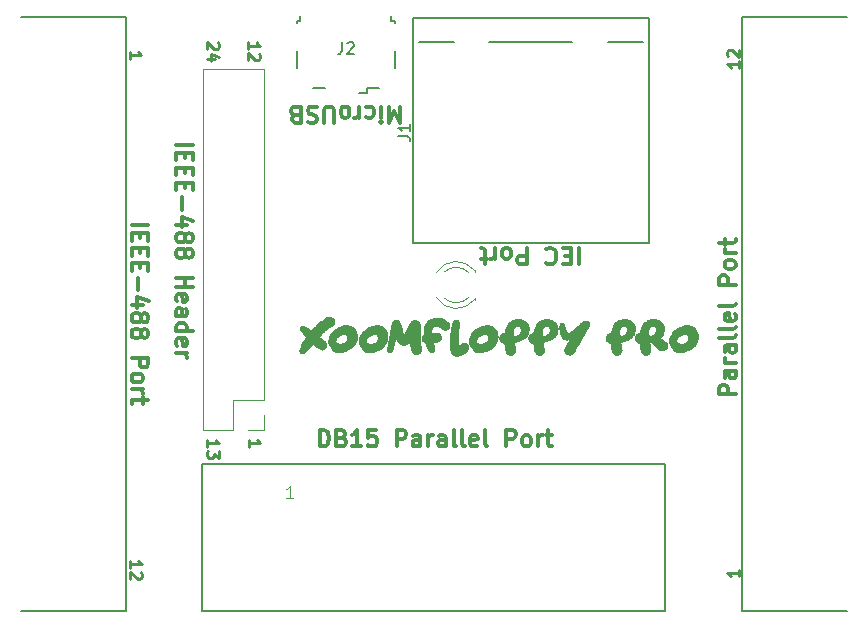
<source format=gto>
G04 #@! TF.GenerationSoftware,KiCad,Pcbnew,(5.1.2-1)-1*
G04 #@! TF.CreationDate,2019-05-25T13:38:43+02:00*
G04 #@! TF.ProjectId,XoomFloppy Pro,586f6f6d-466c-46f7-9070-792050726f2e,1.1*
G04 #@! TF.SameCoordinates,Original*
G04 #@! TF.FileFunction,Legend,Top*
G04 #@! TF.FilePolarity,Positive*
%FSLAX46Y46*%
G04 Gerber Fmt 4.6, Leading zero omitted, Abs format (unit mm)*
G04 Created by KiCad (PCBNEW (5.1.2-1)-1) date 2019-05-25 13:38:43*
%MOMM*%
%LPD*%
G04 APERTURE LIST*
%ADD10C,0.250000*%
%ADD11C,0.300000*%
%ADD12C,0.010000*%
%ADD13C,0.150000*%
%ADD14C,0.127000*%
%ADD15C,0.120000*%
%ADD16C,0.050000*%
G04 APERTURE END LIST*
D10*
X143794219Y-80531934D02*
X143794219Y-79960505D01*
X143794219Y-80246220D02*
X144794219Y-80246220D01*
X144651361Y-80150981D01*
X144556123Y-80055743D01*
X144508504Y-79960505D01*
X143819619Y-123634523D02*
X143819619Y-123063095D01*
X143819619Y-123348809D02*
X144819619Y-123348809D01*
X144676761Y-123253571D01*
X144581523Y-123158333D01*
X144533904Y-123063095D01*
X144724380Y-124015476D02*
X144772000Y-124063095D01*
X144819619Y-124158333D01*
X144819619Y-124396428D01*
X144772000Y-124491666D01*
X144724380Y-124539285D01*
X144629142Y-124586904D01*
X144533904Y-124586904D01*
X144391047Y-124539285D01*
X143819619Y-123967857D01*
X143819619Y-124586904D01*
X195397380Y-80708476D02*
X195397380Y-81279904D01*
X195397380Y-80994190D02*
X194397380Y-80994190D01*
X194540238Y-81089428D01*
X194635476Y-81184666D01*
X194683095Y-81279904D01*
X194492619Y-80327523D02*
X194445000Y-80279904D01*
X194397380Y-80184666D01*
X194397380Y-79946571D01*
X194445000Y-79851333D01*
X194492619Y-79803714D01*
X194587857Y-79756095D01*
X194683095Y-79756095D01*
X194825952Y-79803714D01*
X195397380Y-80375142D01*
X195397380Y-79756095D01*
X195397380Y-123793285D02*
X195397380Y-124364714D01*
X195397380Y-124079000D02*
X194397380Y-124079000D01*
X194540238Y-124174238D01*
X194635476Y-124269476D01*
X194683095Y-124364714D01*
D11*
X166682166Y-84583666D02*
X166682166Y-85983666D01*
X166215500Y-84983666D01*
X165748833Y-85983666D01*
X165748833Y-84583666D01*
X165082166Y-84583666D02*
X165082166Y-85517000D01*
X165082166Y-85983666D02*
X165148833Y-85917000D01*
X165082166Y-85850333D01*
X165015500Y-85917000D01*
X165082166Y-85983666D01*
X165082166Y-85850333D01*
X163815500Y-84650333D02*
X163948833Y-84583666D01*
X164215500Y-84583666D01*
X164348833Y-84650333D01*
X164415500Y-84717000D01*
X164482166Y-84850333D01*
X164482166Y-85250333D01*
X164415500Y-85383666D01*
X164348833Y-85450333D01*
X164215500Y-85517000D01*
X163948833Y-85517000D01*
X163815500Y-85450333D01*
X163215500Y-84583666D02*
X163215500Y-85517000D01*
X163215500Y-85250333D02*
X163148833Y-85383666D01*
X163082166Y-85450333D01*
X162948833Y-85517000D01*
X162815500Y-85517000D01*
X162148833Y-84583666D02*
X162282166Y-84650333D01*
X162348833Y-84717000D01*
X162415500Y-84850333D01*
X162415500Y-85250333D01*
X162348833Y-85383666D01*
X162282166Y-85450333D01*
X162148833Y-85517000D01*
X161948833Y-85517000D01*
X161815500Y-85450333D01*
X161748833Y-85383666D01*
X161682166Y-85250333D01*
X161682166Y-84850333D01*
X161748833Y-84717000D01*
X161815500Y-84650333D01*
X161948833Y-84583666D01*
X162148833Y-84583666D01*
X161082166Y-85983666D02*
X161082166Y-84850333D01*
X161015500Y-84717000D01*
X160948833Y-84650333D01*
X160815500Y-84583666D01*
X160548833Y-84583666D01*
X160415500Y-84650333D01*
X160348833Y-84717000D01*
X160282166Y-84850333D01*
X160282166Y-85983666D01*
X159682166Y-84650333D02*
X159482166Y-84583666D01*
X159148833Y-84583666D01*
X159015500Y-84650333D01*
X158948833Y-84717000D01*
X158882166Y-84850333D01*
X158882166Y-84983666D01*
X158948833Y-85117000D01*
X159015500Y-85183666D01*
X159148833Y-85250333D01*
X159415500Y-85317000D01*
X159548833Y-85383666D01*
X159615500Y-85450333D01*
X159682166Y-85583666D01*
X159682166Y-85717000D01*
X159615500Y-85850333D01*
X159548833Y-85917000D01*
X159415500Y-85983666D01*
X159082166Y-85983666D01*
X158882166Y-85917000D01*
X157815500Y-85317000D02*
X157615500Y-85250333D01*
X157548833Y-85183666D01*
X157482166Y-85050333D01*
X157482166Y-84850333D01*
X157548833Y-84717000D01*
X157615500Y-84650333D01*
X157748833Y-84583666D01*
X158282166Y-84583666D01*
X158282166Y-85983666D01*
X157815500Y-85983666D01*
X157682166Y-85917000D01*
X157615500Y-85850333D01*
X157548833Y-85717000D01*
X157548833Y-85583666D01*
X157615500Y-85450333D01*
X157682166Y-85383666D01*
X157815500Y-85317000D01*
X158282166Y-85317000D01*
X181808333Y-96541666D02*
X181808333Y-97941666D01*
X181141666Y-97275000D02*
X180675000Y-97275000D01*
X180475000Y-96541666D02*
X181141666Y-96541666D01*
X181141666Y-97941666D01*
X180475000Y-97941666D01*
X179075000Y-96675000D02*
X179141666Y-96608333D01*
X179341666Y-96541666D01*
X179475000Y-96541666D01*
X179675000Y-96608333D01*
X179808333Y-96741666D01*
X179875000Y-96875000D01*
X179941666Y-97141666D01*
X179941666Y-97341666D01*
X179875000Y-97608333D01*
X179808333Y-97741666D01*
X179675000Y-97875000D01*
X179475000Y-97941666D01*
X179341666Y-97941666D01*
X179141666Y-97875000D01*
X179075000Y-97808333D01*
X177408333Y-96541666D02*
X177408333Y-97941666D01*
X176875000Y-97941666D01*
X176741666Y-97875000D01*
X176675000Y-97808333D01*
X176608333Y-97675000D01*
X176608333Y-97475000D01*
X176675000Y-97341666D01*
X176741666Y-97275000D01*
X176875000Y-97208333D01*
X177408333Y-97208333D01*
X175808333Y-96541666D02*
X175941666Y-96608333D01*
X176008333Y-96675000D01*
X176075000Y-96808333D01*
X176075000Y-97208333D01*
X176008333Y-97341666D01*
X175941666Y-97408333D01*
X175808333Y-97475000D01*
X175608333Y-97475000D01*
X175475000Y-97408333D01*
X175408333Y-97341666D01*
X175341666Y-97208333D01*
X175341666Y-96808333D01*
X175408333Y-96675000D01*
X175475000Y-96608333D01*
X175608333Y-96541666D01*
X175808333Y-96541666D01*
X174741666Y-96541666D02*
X174741666Y-97475000D01*
X174741666Y-97208333D02*
X174675000Y-97341666D01*
X174608333Y-97408333D01*
X174475000Y-97475000D01*
X174341666Y-97475000D01*
X174075000Y-97475000D02*
X173541666Y-97475000D01*
X173875000Y-97941666D02*
X173875000Y-96741666D01*
X173808333Y-96608333D01*
X173675000Y-96541666D01*
X173541666Y-96541666D01*
X159891666Y-113358333D02*
X159891666Y-111958333D01*
X160225000Y-111958333D01*
X160425000Y-112025000D01*
X160558333Y-112158333D01*
X160625000Y-112291666D01*
X160691666Y-112558333D01*
X160691666Y-112758333D01*
X160625000Y-113025000D01*
X160558333Y-113158333D01*
X160425000Y-113291666D01*
X160225000Y-113358333D01*
X159891666Y-113358333D01*
X161758333Y-112625000D02*
X161958333Y-112691666D01*
X162025000Y-112758333D01*
X162091666Y-112891666D01*
X162091666Y-113091666D01*
X162025000Y-113225000D01*
X161958333Y-113291666D01*
X161825000Y-113358333D01*
X161291666Y-113358333D01*
X161291666Y-111958333D01*
X161758333Y-111958333D01*
X161891666Y-112025000D01*
X161958333Y-112091666D01*
X162025000Y-112225000D01*
X162025000Y-112358333D01*
X161958333Y-112491666D01*
X161891666Y-112558333D01*
X161758333Y-112625000D01*
X161291666Y-112625000D01*
X163425000Y-113358333D02*
X162625000Y-113358333D01*
X163025000Y-113358333D02*
X163025000Y-111958333D01*
X162891666Y-112158333D01*
X162758333Y-112291666D01*
X162625000Y-112358333D01*
X164691666Y-111958333D02*
X164025000Y-111958333D01*
X163958333Y-112625000D01*
X164025000Y-112558333D01*
X164158333Y-112491666D01*
X164491666Y-112491666D01*
X164625000Y-112558333D01*
X164691666Y-112625000D01*
X164758333Y-112758333D01*
X164758333Y-113091666D01*
X164691666Y-113225000D01*
X164625000Y-113291666D01*
X164491666Y-113358333D01*
X164158333Y-113358333D01*
X164025000Y-113291666D01*
X163958333Y-113225000D01*
X166425000Y-113358333D02*
X166425000Y-111958333D01*
X166958333Y-111958333D01*
X167091666Y-112025000D01*
X167158333Y-112091666D01*
X167225000Y-112225000D01*
X167225000Y-112425000D01*
X167158333Y-112558333D01*
X167091666Y-112625000D01*
X166958333Y-112691666D01*
X166425000Y-112691666D01*
X168425000Y-113358333D02*
X168425000Y-112625000D01*
X168358333Y-112491666D01*
X168225000Y-112425000D01*
X167958333Y-112425000D01*
X167825000Y-112491666D01*
X168425000Y-113291666D02*
X168291666Y-113358333D01*
X167958333Y-113358333D01*
X167825000Y-113291666D01*
X167758333Y-113158333D01*
X167758333Y-113025000D01*
X167825000Y-112891666D01*
X167958333Y-112825000D01*
X168291666Y-112825000D01*
X168425000Y-112758333D01*
X169091666Y-113358333D02*
X169091666Y-112425000D01*
X169091666Y-112691666D02*
X169158333Y-112558333D01*
X169225000Y-112491666D01*
X169358333Y-112425000D01*
X169491666Y-112425000D01*
X170558333Y-113358333D02*
X170558333Y-112625000D01*
X170491666Y-112491666D01*
X170358333Y-112425000D01*
X170091666Y-112425000D01*
X169958333Y-112491666D01*
X170558333Y-113291666D02*
X170425000Y-113358333D01*
X170091666Y-113358333D01*
X169958333Y-113291666D01*
X169891666Y-113158333D01*
X169891666Y-113025000D01*
X169958333Y-112891666D01*
X170091666Y-112825000D01*
X170425000Y-112825000D01*
X170558333Y-112758333D01*
X171425000Y-113358333D02*
X171291666Y-113291666D01*
X171225000Y-113158333D01*
X171225000Y-111958333D01*
X172158333Y-113358333D02*
X172025000Y-113291666D01*
X171958333Y-113158333D01*
X171958333Y-111958333D01*
X173225000Y-113291666D02*
X173091666Y-113358333D01*
X172825000Y-113358333D01*
X172691666Y-113291666D01*
X172625000Y-113158333D01*
X172625000Y-112625000D01*
X172691666Y-112491666D01*
X172825000Y-112425000D01*
X173091666Y-112425000D01*
X173225000Y-112491666D01*
X173291666Y-112625000D01*
X173291666Y-112758333D01*
X172625000Y-112891666D01*
X174091666Y-113358333D02*
X173958333Y-113291666D01*
X173891666Y-113158333D01*
X173891666Y-111958333D01*
X175691666Y-113358333D02*
X175691666Y-111958333D01*
X176225000Y-111958333D01*
X176358333Y-112025000D01*
X176425000Y-112091666D01*
X176491666Y-112225000D01*
X176491666Y-112425000D01*
X176425000Y-112558333D01*
X176358333Y-112625000D01*
X176225000Y-112691666D01*
X175691666Y-112691666D01*
X177291666Y-113358333D02*
X177158333Y-113291666D01*
X177091666Y-113225000D01*
X177025000Y-113091666D01*
X177025000Y-112691666D01*
X177091666Y-112558333D01*
X177158333Y-112491666D01*
X177291666Y-112425000D01*
X177491666Y-112425000D01*
X177625000Y-112491666D01*
X177691666Y-112558333D01*
X177758333Y-112691666D01*
X177758333Y-113091666D01*
X177691666Y-113225000D01*
X177625000Y-113291666D01*
X177491666Y-113358333D01*
X177291666Y-113358333D01*
X178358333Y-113358333D02*
X178358333Y-112425000D01*
X178358333Y-112691666D02*
X178425000Y-112558333D01*
X178491666Y-112491666D01*
X178625000Y-112425000D01*
X178758333Y-112425000D01*
X179025000Y-112425000D02*
X179558333Y-112425000D01*
X179225000Y-111958333D02*
X179225000Y-113158333D01*
X179291666Y-113291666D01*
X179425000Y-113358333D01*
X179558333Y-113358333D01*
X195108333Y-108941666D02*
X193708333Y-108941666D01*
X193708333Y-108408333D01*
X193775000Y-108275000D01*
X193841666Y-108208333D01*
X193975000Y-108141666D01*
X194175000Y-108141666D01*
X194308333Y-108208333D01*
X194375000Y-108275000D01*
X194441666Y-108408333D01*
X194441666Y-108941666D01*
X195108333Y-106941666D02*
X194375000Y-106941666D01*
X194241666Y-107008333D01*
X194175000Y-107141666D01*
X194175000Y-107408333D01*
X194241666Y-107541666D01*
X195041666Y-106941666D02*
X195108333Y-107075000D01*
X195108333Y-107408333D01*
X195041666Y-107541666D01*
X194908333Y-107608333D01*
X194775000Y-107608333D01*
X194641666Y-107541666D01*
X194575000Y-107408333D01*
X194575000Y-107075000D01*
X194508333Y-106941666D01*
X195108333Y-106275000D02*
X194175000Y-106275000D01*
X194441666Y-106275000D02*
X194308333Y-106208333D01*
X194241666Y-106141666D01*
X194175000Y-106008333D01*
X194175000Y-105875000D01*
X195108333Y-104808333D02*
X194375000Y-104808333D01*
X194241666Y-104875000D01*
X194175000Y-105008333D01*
X194175000Y-105275000D01*
X194241666Y-105408333D01*
X195041666Y-104808333D02*
X195108333Y-104941666D01*
X195108333Y-105275000D01*
X195041666Y-105408333D01*
X194908333Y-105475000D01*
X194775000Y-105475000D01*
X194641666Y-105408333D01*
X194575000Y-105275000D01*
X194575000Y-104941666D01*
X194508333Y-104808333D01*
X195108333Y-103941666D02*
X195041666Y-104075000D01*
X194908333Y-104141666D01*
X193708333Y-104141666D01*
X195108333Y-103208333D02*
X195041666Y-103341666D01*
X194908333Y-103408333D01*
X193708333Y-103408333D01*
X195041666Y-102141666D02*
X195108333Y-102275000D01*
X195108333Y-102541666D01*
X195041666Y-102675000D01*
X194908333Y-102741666D01*
X194375000Y-102741666D01*
X194241666Y-102675000D01*
X194175000Y-102541666D01*
X194175000Y-102275000D01*
X194241666Y-102141666D01*
X194375000Y-102075000D01*
X194508333Y-102075000D01*
X194641666Y-102741666D01*
X195108333Y-101275000D02*
X195041666Y-101408333D01*
X194908333Y-101475000D01*
X193708333Y-101475000D01*
X195108333Y-99675000D02*
X193708333Y-99675000D01*
X193708333Y-99141666D01*
X193775000Y-99008333D01*
X193841666Y-98941666D01*
X193975000Y-98875000D01*
X194175000Y-98875000D01*
X194308333Y-98941666D01*
X194375000Y-99008333D01*
X194441666Y-99141666D01*
X194441666Y-99675000D01*
X195108333Y-98075000D02*
X195041666Y-98208333D01*
X194975000Y-98275000D01*
X194841666Y-98341666D01*
X194441666Y-98341666D01*
X194308333Y-98275000D01*
X194241666Y-98208333D01*
X194175000Y-98075000D01*
X194175000Y-97875000D01*
X194241666Y-97741666D01*
X194308333Y-97675000D01*
X194441666Y-97608333D01*
X194841666Y-97608333D01*
X194975000Y-97675000D01*
X195041666Y-97741666D01*
X195108333Y-97875000D01*
X195108333Y-98075000D01*
X195108333Y-97008333D02*
X194175000Y-97008333D01*
X194441666Y-97008333D02*
X194308333Y-96941666D01*
X194241666Y-96875000D01*
X194175000Y-96741666D01*
X194175000Y-96608333D01*
X194175000Y-96341666D02*
X194175000Y-95808333D01*
X193708333Y-96141666D02*
X194908333Y-96141666D01*
X195041666Y-96075000D01*
X195108333Y-95941666D01*
X195108333Y-95808333D01*
X143976486Y-94600693D02*
X145376486Y-94600693D01*
X144709820Y-95267360D02*
X144709820Y-95734026D01*
X143976486Y-95934026D02*
X143976486Y-95267360D01*
X145376486Y-95267360D01*
X145376486Y-95934026D01*
X144709820Y-96534026D02*
X144709820Y-97000693D01*
X143976486Y-97200693D02*
X143976486Y-96534026D01*
X145376486Y-96534026D01*
X145376486Y-97200693D01*
X144709820Y-97800693D02*
X144709820Y-98267360D01*
X143976486Y-98467360D02*
X143976486Y-97800693D01*
X145376486Y-97800693D01*
X145376486Y-98467360D01*
X144509820Y-99067360D02*
X144509820Y-100134026D01*
X144909820Y-101400693D02*
X143976486Y-101400693D01*
X145443153Y-101067360D02*
X144443153Y-100734026D01*
X144443153Y-101600693D01*
X144776486Y-102334026D02*
X144843153Y-102200693D01*
X144909820Y-102134026D01*
X145043153Y-102067360D01*
X145109820Y-102067360D01*
X145243153Y-102134026D01*
X145309820Y-102200693D01*
X145376486Y-102334026D01*
X145376486Y-102600693D01*
X145309820Y-102734026D01*
X145243153Y-102800693D01*
X145109820Y-102867360D01*
X145043153Y-102867360D01*
X144909820Y-102800693D01*
X144843153Y-102734026D01*
X144776486Y-102600693D01*
X144776486Y-102334026D01*
X144709820Y-102200693D01*
X144643153Y-102134026D01*
X144509820Y-102067360D01*
X144243153Y-102067360D01*
X144109820Y-102134026D01*
X144043153Y-102200693D01*
X143976486Y-102334026D01*
X143976486Y-102600693D01*
X144043153Y-102734026D01*
X144109820Y-102800693D01*
X144243153Y-102867360D01*
X144509820Y-102867360D01*
X144643153Y-102800693D01*
X144709820Y-102734026D01*
X144776486Y-102600693D01*
X144776486Y-103667360D02*
X144843153Y-103534026D01*
X144909820Y-103467360D01*
X145043153Y-103400693D01*
X145109820Y-103400693D01*
X145243153Y-103467360D01*
X145309820Y-103534026D01*
X145376486Y-103667360D01*
X145376486Y-103934026D01*
X145309820Y-104067360D01*
X145243153Y-104134026D01*
X145109820Y-104200693D01*
X145043153Y-104200693D01*
X144909820Y-104134026D01*
X144843153Y-104067360D01*
X144776486Y-103934026D01*
X144776486Y-103667360D01*
X144709820Y-103534026D01*
X144643153Y-103467360D01*
X144509820Y-103400693D01*
X144243153Y-103400693D01*
X144109820Y-103467360D01*
X144043153Y-103534026D01*
X143976486Y-103667360D01*
X143976486Y-103934026D01*
X144043153Y-104067360D01*
X144109820Y-104134026D01*
X144243153Y-104200693D01*
X144509820Y-104200693D01*
X144643153Y-104134026D01*
X144709820Y-104067360D01*
X144776486Y-103934026D01*
X143976486Y-105867360D02*
X145376486Y-105867360D01*
X145376486Y-106400693D01*
X145309820Y-106534026D01*
X145243153Y-106600693D01*
X145109820Y-106667360D01*
X144909820Y-106667360D01*
X144776486Y-106600693D01*
X144709820Y-106534026D01*
X144643153Y-106400693D01*
X144643153Y-105867360D01*
X143976486Y-107467360D02*
X144043153Y-107334026D01*
X144109820Y-107267360D01*
X144243153Y-107200693D01*
X144643153Y-107200693D01*
X144776486Y-107267360D01*
X144843153Y-107334026D01*
X144909820Y-107467360D01*
X144909820Y-107667360D01*
X144843153Y-107800693D01*
X144776486Y-107867360D01*
X144643153Y-107934026D01*
X144243153Y-107934026D01*
X144109820Y-107867360D01*
X144043153Y-107800693D01*
X143976486Y-107667360D01*
X143976486Y-107467360D01*
X143976486Y-108534026D02*
X144909820Y-108534026D01*
X144643153Y-108534026D02*
X144776486Y-108600693D01*
X144843153Y-108667360D01*
X144909820Y-108800693D01*
X144909820Y-108934026D01*
X144909820Y-109200693D02*
X144909820Y-109734026D01*
X145376486Y-109400693D02*
X144176486Y-109400693D01*
X144043153Y-109467360D01*
X143976486Y-109600693D01*
X143976486Y-109734026D01*
X147728066Y-87816666D02*
X149128066Y-87816666D01*
X148461400Y-88483333D02*
X148461400Y-88950000D01*
X147728066Y-89150000D02*
X147728066Y-88483333D01*
X149128066Y-88483333D01*
X149128066Y-89150000D01*
X148461400Y-89750000D02*
X148461400Y-90216666D01*
X147728066Y-90416666D02*
X147728066Y-89750000D01*
X149128066Y-89750000D01*
X149128066Y-90416666D01*
X148461400Y-91016666D02*
X148461400Y-91483333D01*
X147728066Y-91683333D02*
X147728066Y-91016666D01*
X149128066Y-91016666D01*
X149128066Y-91683333D01*
X148261400Y-92283333D02*
X148261400Y-93350000D01*
X148661400Y-94616666D02*
X147728066Y-94616666D01*
X149194733Y-94283333D02*
X148194733Y-93950000D01*
X148194733Y-94816666D01*
X148528066Y-95550000D02*
X148594733Y-95416666D01*
X148661400Y-95350000D01*
X148794733Y-95283333D01*
X148861400Y-95283333D01*
X148994733Y-95350000D01*
X149061400Y-95416666D01*
X149128066Y-95550000D01*
X149128066Y-95816666D01*
X149061400Y-95950000D01*
X148994733Y-96016666D01*
X148861400Y-96083333D01*
X148794733Y-96083333D01*
X148661400Y-96016666D01*
X148594733Y-95950000D01*
X148528066Y-95816666D01*
X148528066Y-95550000D01*
X148461400Y-95416666D01*
X148394733Y-95350000D01*
X148261400Y-95283333D01*
X147994733Y-95283333D01*
X147861400Y-95350000D01*
X147794733Y-95416666D01*
X147728066Y-95550000D01*
X147728066Y-95816666D01*
X147794733Y-95950000D01*
X147861400Y-96016666D01*
X147994733Y-96083333D01*
X148261400Y-96083333D01*
X148394733Y-96016666D01*
X148461400Y-95950000D01*
X148528066Y-95816666D01*
X148528066Y-96883333D02*
X148594733Y-96750000D01*
X148661400Y-96683333D01*
X148794733Y-96616666D01*
X148861400Y-96616666D01*
X148994733Y-96683333D01*
X149061400Y-96750000D01*
X149128066Y-96883333D01*
X149128066Y-97150000D01*
X149061400Y-97283333D01*
X148994733Y-97350000D01*
X148861400Y-97416666D01*
X148794733Y-97416666D01*
X148661400Y-97350000D01*
X148594733Y-97283333D01*
X148528066Y-97150000D01*
X148528066Y-96883333D01*
X148461400Y-96750000D01*
X148394733Y-96683333D01*
X148261400Y-96616666D01*
X147994733Y-96616666D01*
X147861400Y-96683333D01*
X147794733Y-96750000D01*
X147728066Y-96883333D01*
X147728066Y-97150000D01*
X147794733Y-97283333D01*
X147861400Y-97350000D01*
X147994733Y-97416666D01*
X148261400Y-97416666D01*
X148394733Y-97350000D01*
X148461400Y-97283333D01*
X148528066Y-97150000D01*
X147728066Y-99083333D02*
X149128066Y-99083333D01*
X148461400Y-99083333D02*
X148461400Y-99883333D01*
X147728066Y-99883333D02*
X149128066Y-99883333D01*
X147794733Y-101083333D02*
X147728066Y-100950000D01*
X147728066Y-100683333D01*
X147794733Y-100550000D01*
X147928066Y-100483333D01*
X148461400Y-100483333D01*
X148594733Y-100550000D01*
X148661400Y-100683333D01*
X148661400Y-100950000D01*
X148594733Y-101083333D01*
X148461400Y-101150000D01*
X148328066Y-101150000D01*
X148194733Y-100483333D01*
X147728066Y-102350000D02*
X148461400Y-102350000D01*
X148594733Y-102283333D01*
X148661400Y-102150000D01*
X148661400Y-101883333D01*
X148594733Y-101750000D01*
X147794733Y-102350000D02*
X147728066Y-102216666D01*
X147728066Y-101883333D01*
X147794733Y-101750000D01*
X147928066Y-101683333D01*
X148061400Y-101683333D01*
X148194733Y-101750000D01*
X148261400Y-101883333D01*
X148261400Y-102216666D01*
X148328066Y-102350000D01*
X147728066Y-103616666D02*
X149128066Y-103616666D01*
X147794733Y-103616666D02*
X147728066Y-103483333D01*
X147728066Y-103216666D01*
X147794733Y-103083333D01*
X147861400Y-103016666D01*
X147994733Y-102950000D01*
X148394733Y-102950000D01*
X148528066Y-103016666D01*
X148594733Y-103083333D01*
X148661400Y-103216666D01*
X148661400Y-103483333D01*
X148594733Y-103616666D01*
X147794733Y-104816666D02*
X147728066Y-104683333D01*
X147728066Y-104416666D01*
X147794733Y-104283333D01*
X147928066Y-104216666D01*
X148461400Y-104216666D01*
X148594733Y-104283333D01*
X148661400Y-104416666D01*
X148661400Y-104683333D01*
X148594733Y-104816666D01*
X148461400Y-104883333D01*
X148328066Y-104883333D01*
X148194733Y-104216666D01*
X147728066Y-105483333D02*
X148661400Y-105483333D01*
X148394733Y-105483333D02*
X148528066Y-105550000D01*
X148594733Y-105616666D01*
X148661400Y-105750000D01*
X148661400Y-105883333D01*
D10*
X153837619Y-79729523D02*
X153837619Y-79158095D01*
X153837619Y-79443809D02*
X154837619Y-79443809D01*
X154694761Y-79348571D01*
X154599523Y-79253333D01*
X154551904Y-79158095D01*
X154742380Y-80110476D02*
X154790000Y-80158095D01*
X154837619Y-80253333D01*
X154837619Y-80491428D01*
X154790000Y-80586666D01*
X154742380Y-80634285D01*
X154647142Y-80681904D01*
X154551904Y-80681904D01*
X154409047Y-80634285D01*
X153837619Y-80062857D01*
X153837619Y-80681904D01*
X151242380Y-79158095D02*
X151290000Y-79205714D01*
X151337619Y-79300952D01*
X151337619Y-79539047D01*
X151290000Y-79634285D01*
X151242380Y-79681904D01*
X151147142Y-79729523D01*
X151051904Y-79729523D01*
X150909047Y-79681904D01*
X150337619Y-79110476D01*
X150337619Y-79729523D01*
X151004285Y-80586666D02*
X150337619Y-80586666D01*
X151385238Y-80348571D02*
X150670952Y-80110476D01*
X150670952Y-80729523D01*
X153867619Y-113384404D02*
X153867619Y-112812976D01*
X153867619Y-113098690D02*
X154867619Y-113098690D01*
X154724761Y-113003452D01*
X154629523Y-112908214D01*
X154581904Y-112812976D01*
X150367619Y-113384404D02*
X150367619Y-112812976D01*
X150367619Y-113098690D02*
X151367619Y-113098690D01*
X151224761Y-113003452D01*
X151129523Y-112908214D01*
X151081904Y-112812976D01*
X151367619Y-113717738D02*
X151367619Y-114336785D01*
X150986666Y-114003452D01*
X150986666Y-114146309D01*
X150939047Y-114241547D01*
X150891428Y-114289166D01*
X150796190Y-114336785D01*
X150558095Y-114336785D01*
X150462857Y-114289166D01*
X150415238Y-114241547D01*
X150367619Y-114146309D01*
X150367619Y-113860595D01*
X150415238Y-113765357D01*
X150462857Y-113717738D01*
D12*
G36*
X191069502Y-103100926D02*
G01*
X191094360Y-103103278D01*
X191162370Y-103113544D01*
X191232605Y-103128794D01*
X191301812Y-103148143D01*
X191366739Y-103170706D01*
X191411564Y-103189617D01*
X191492307Y-103232255D01*
X191566256Y-103282260D01*
X191633280Y-103339331D01*
X191693247Y-103403165D01*
X191746027Y-103473460D01*
X191791487Y-103549914D01*
X191829497Y-103632224D01*
X191859925Y-103720087D01*
X191882640Y-103813203D01*
X191897512Y-103911267D01*
X191904408Y-104013979D01*
X191903197Y-104121035D01*
X191893748Y-104232133D01*
X191886683Y-104283963D01*
X191873323Y-104359994D01*
X191857316Y-104428288D01*
X191837995Y-104491074D01*
X191814693Y-104550582D01*
X191793059Y-104596685D01*
X191748340Y-104676310D01*
X191696134Y-104751899D01*
X191636122Y-104823726D01*
X191567985Y-104892064D01*
X191491407Y-104957186D01*
X191406069Y-105019367D01*
X191311653Y-105078881D01*
X191207841Y-105136001D01*
X191112461Y-105182651D01*
X190998753Y-105232876D01*
X190890299Y-105275367D01*
X190786112Y-105310407D01*
X190685208Y-105338279D01*
X190586599Y-105359267D01*
X190489301Y-105373656D01*
X190428880Y-105379411D01*
X190395384Y-105381760D01*
X190368711Y-105383109D01*
X190345578Y-105383497D01*
X190322702Y-105382961D01*
X190296799Y-105381539D01*
X190289180Y-105381031D01*
X190199722Y-105371526D01*
X190118239Y-105355778D01*
X190044661Y-105333748D01*
X189978920Y-105305402D01*
X189920947Y-105270703D01*
X189870673Y-105229615D01*
X189828031Y-105182101D01*
X189792950Y-105128125D01*
X189786231Y-105115360D01*
X189777455Y-105096424D01*
X189768396Y-105074270D01*
X189760007Y-105051572D01*
X189753240Y-105031000D01*
X189749050Y-105015228D01*
X189748160Y-105008670D01*
X189744723Y-105002422D01*
X189735211Y-104990450D01*
X189720820Y-104974126D01*
X189702747Y-104954821D01*
X189687991Y-104939709D01*
X189665327Y-104916104D01*
X189643033Y-104891484D01*
X189623115Y-104868161D01*
X189607580Y-104848446D01*
X189602306Y-104840999D01*
X189562576Y-104774485D01*
X189530716Y-104705039D01*
X189506285Y-104631350D01*
X189488844Y-104552106D01*
X189481878Y-104498140D01*
X190077035Y-104498140D01*
X190115152Y-104534342D01*
X190168786Y-104579965D01*
X190224046Y-104616143D01*
X190282240Y-104643587D01*
X190344678Y-104663005D01*
X190357760Y-104665982D01*
X190379033Y-104669244D01*
X190406739Y-104671127D01*
X190442207Y-104671691D01*
X190474600Y-104671287D01*
X190508478Y-104670356D01*
X190535042Y-104668973D01*
X190557139Y-104666798D01*
X190577612Y-104663492D01*
X190599309Y-104658714D01*
X190616840Y-104654288D01*
X190703305Y-104628353D01*
X190781974Y-104597693D01*
X190852584Y-104562487D01*
X190914875Y-104522913D01*
X190968585Y-104479151D01*
X191013452Y-104431379D01*
X191049214Y-104379774D01*
X191066000Y-104347468D01*
X191080445Y-104312172D01*
X191090385Y-104277846D01*
X191096289Y-104241724D01*
X191098627Y-104201040D01*
X191098081Y-104158535D01*
X191092216Y-104091524D01*
X191079777Y-104032111D01*
X191060792Y-103980342D01*
X191035290Y-103936267D01*
X191003298Y-103899933D01*
X190964845Y-103871388D01*
X190919959Y-103850680D01*
X190915280Y-103849095D01*
X190889406Y-103843196D01*
X190856479Y-103839581D01*
X190819350Y-103838274D01*
X190780872Y-103839300D01*
X190743897Y-103842681D01*
X190715900Y-103847401D01*
X190662632Y-103861087D01*
X190604369Y-103879881D01*
X190544083Y-103902586D01*
X190484746Y-103928007D01*
X190429331Y-103954946D01*
X190380811Y-103982209D01*
X190380620Y-103982326D01*
X190341924Y-104008040D01*
X190302389Y-104037805D01*
X190265354Y-104068957D01*
X190234159Y-104098833D01*
X190233032Y-104100015D01*
X190185939Y-104156537D01*
X190146757Y-104218223D01*
X190116002Y-104283899D01*
X190094192Y-104352393D01*
X190081842Y-104422533D01*
X190079846Y-104447340D01*
X190077035Y-104498140D01*
X189481878Y-104498140D01*
X189478444Y-104471544D01*
X189476172Y-104438770D01*
X189475794Y-104408101D01*
X189477552Y-104377494D01*
X189481689Y-104344903D01*
X189488446Y-104308282D01*
X189498064Y-104265586D01*
X189507050Y-104229330D01*
X189541191Y-104114026D01*
X189583522Y-104003831D01*
X189633789Y-103899142D01*
X189691733Y-103800360D01*
X189757099Y-103707883D01*
X189829631Y-103622109D01*
X189909073Y-103543438D01*
X189992000Y-103474663D01*
X190073269Y-103417240D01*
X190162585Y-103361729D01*
X190257875Y-103309123D01*
X190357068Y-103260414D01*
X190458091Y-103216595D01*
X190558873Y-103178658D01*
X190657342Y-103147596D01*
X190696822Y-103137014D01*
X190772103Y-103120558D01*
X190849455Y-103108514D01*
X190926435Y-103101089D01*
X191000598Y-103098490D01*
X191069502Y-103100926D01*
X191069502Y-103100926D01*
G37*
X191069502Y-103100926D02*
X191094360Y-103103278D01*
X191162370Y-103113544D01*
X191232605Y-103128794D01*
X191301812Y-103148143D01*
X191366739Y-103170706D01*
X191411564Y-103189617D01*
X191492307Y-103232255D01*
X191566256Y-103282260D01*
X191633280Y-103339331D01*
X191693247Y-103403165D01*
X191746027Y-103473460D01*
X191791487Y-103549914D01*
X191829497Y-103632224D01*
X191859925Y-103720087D01*
X191882640Y-103813203D01*
X191897512Y-103911267D01*
X191904408Y-104013979D01*
X191903197Y-104121035D01*
X191893748Y-104232133D01*
X191886683Y-104283963D01*
X191873323Y-104359994D01*
X191857316Y-104428288D01*
X191837995Y-104491074D01*
X191814693Y-104550582D01*
X191793059Y-104596685D01*
X191748340Y-104676310D01*
X191696134Y-104751899D01*
X191636122Y-104823726D01*
X191567985Y-104892064D01*
X191491407Y-104957186D01*
X191406069Y-105019367D01*
X191311653Y-105078881D01*
X191207841Y-105136001D01*
X191112461Y-105182651D01*
X190998753Y-105232876D01*
X190890299Y-105275367D01*
X190786112Y-105310407D01*
X190685208Y-105338279D01*
X190586599Y-105359267D01*
X190489301Y-105373656D01*
X190428880Y-105379411D01*
X190395384Y-105381760D01*
X190368711Y-105383109D01*
X190345578Y-105383497D01*
X190322702Y-105382961D01*
X190296799Y-105381539D01*
X190289180Y-105381031D01*
X190199722Y-105371526D01*
X190118239Y-105355778D01*
X190044661Y-105333748D01*
X189978920Y-105305402D01*
X189920947Y-105270703D01*
X189870673Y-105229615D01*
X189828031Y-105182101D01*
X189792950Y-105128125D01*
X189786231Y-105115360D01*
X189777455Y-105096424D01*
X189768396Y-105074270D01*
X189760007Y-105051572D01*
X189753240Y-105031000D01*
X189749050Y-105015228D01*
X189748160Y-105008670D01*
X189744723Y-105002422D01*
X189735211Y-104990450D01*
X189720820Y-104974126D01*
X189702747Y-104954821D01*
X189687991Y-104939709D01*
X189665327Y-104916104D01*
X189643033Y-104891484D01*
X189623115Y-104868161D01*
X189607580Y-104848446D01*
X189602306Y-104840999D01*
X189562576Y-104774485D01*
X189530716Y-104705039D01*
X189506285Y-104631350D01*
X189488844Y-104552106D01*
X189481878Y-104498140D01*
X190077035Y-104498140D01*
X190115152Y-104534342D01*
X190168786Y-104579965D01*
X190224046Y-104616143D01*
X190282240Y-104643587D01*
X190344678Y-104663005D01*
X190357760Y-104665982D01*
X190379033Y-104669244D01*
X190406739Y-104671127D01*
X190442207Y-104671691D01*
X190474600Y-104671287D01*
X190508478Y-104670356D01*
X190535042Y-104668973D01*
X190557139Y-104666798D01*
X190577612Y-104663492D01*
X190599309Y-104658714D01*
X190616840Y-104654288D01*
X190703305Y-104628353D01*
X190781974Y-104597693D01*
X190852584Y-104562487D01*
X190914875Y-104522913D01*
X190968585Y-104479151D01*
X191013452Y-104431379D01*
X191049214Y-104379774D01*
X191066000Y-104347468D01*
X191080445Y-104312172D01*
X191090385Y-104277846D01*
X191096289Y-104241724D01*
X191098627Y-104201040D01*
X191098081Y-104158535D01*
X191092216Y-104091524D01*
X191079777Y-104032111D01*
X191060792Y-103980342D01*
X191035290Y-103936267D01*
X191003298Y-103899933D01*
X190964845Y-103871388D01*
X190919959Y-103850680D01*
X190915280Y-103849095D01*
X190889406Y-103843196D01*
X190856479Y-103839581D01*
X190819350Y-103838274D01*
X190780872Y-103839300D01*
X190743897Y-103842681D01*
X190715900Y-103847401D01*
X190662632Y-103861087D01*
X190604369Y-103879881D01*
X190544083Y-103902586D01*
X190484746Y-103928007D01*
X190429331Y-103954946D01*
X190380811Y-103982209D01*
X190380620Y-103982326D01*
X190341924Y-104008040D01*
X190302389Y-104037805D01*
X190265354Y-104068957D01*
X190234159Y-104098833D01*
X190233032Y-104100015D01*
X190185939Y-104156537D01*
X190146757Y-104218223D01*
X190116002Y-104283899D01*
X190094192Y-104352393D01*
X190081842Y-104422533D01*
X190079846Y-104447340D01*
X190077035Y-104498140D01*
X189481878Y-104498140D01*
X189478444Y-104471544D01*
X189476172Y-104438770D01*
X189475794Y-104408101D01*
X189477552Y-104377494D01*
X189481689Y-104344903D01*
X189488446Y-104308282D01*
X189498064Y-104265586D01*
X189507050Y-104229330D01*
X189541191Y-104114026D01*
X189583522Y-104003831D01*
X189633789Y-103899142D01*
X189691733Y-103800360D01*
X189757099Y-103707883D01*
X189829631Y-103622109D01*
X189909073Y-103543438D01*
X189992000Y-103474663D01*
X190073269Y-103417240D01*
X190162585Y-103361729D01*
X190257875Y-103309123D01*
X190357068Y-103260414D01*
X190458091Y-103216595D01*
X190558873Y-103178658D01*
X190657342Y-103147596D01*
X190696822Y-103137014D01*
X190772103Y-103120558D01*
X190849455Y-103108514D01*
X190926435Y-103101089D01*
X191000598Y-103098490D01*
X191069502Y-103100926D01*
G36*
X174154701Y-103105185D02*
G01*
X174226409Y-103116375D01*
X174299558Y-103133961D01*
X174359706Y-103152430D01*
X174448498Y-103186886D01*
X174530561Y-103228897D01*
X174605765Y-103278293D01*
X174673981Y-103334906D01*
X174735080Y-103398565D01*
X174788932Y-103469101D01*
X174835408Y-103546345D01*
X174874378Y-103630128D01*
X174905714Y-103720279D01*
X174929285Y-103816629D01*
X174944963Y-103919010D01*
X174944964Y-103919020D01*
X174949776Y-103984906D01*
X174950637Y-104057165D01*
X174947781Y-104133324D01*
X174941439Y-104210910D01*
X174931843Y-104287450D01*
X174919227Y-104360472D01*
X174903822Y-104427503D01*
X174893931Y-104461928D01*
X174860661Y-104551371D01*
X174817898Y-104637297D01*
X174765710Y-104719631D01*
X174704161Y-104798297D01*
X174633319Y-104873222D01*
X174553250Y-104944330D01*
X174464020Y-105011547D01*
X174365696Y-105074799D01*
X174331755Y-105094511D01*
X174296062Y-105113924D01*
X174253282Y-105135885D01*
X174205799Y-105159268D01*
X174155998Y-105182944D01*
X174106264Y-105205785D01*
X174058980Y-105226663D01*
X174016532Y-105244451D01*
X174005240Y-105248960D01*
X173902558Y-105287110D01*
X173805472Y-105318339D01*
X173712497Y-105343012D01*
X173622146Y-105361494D01*
X173532935Y-105374152D01*
X173474380Y-105379462D01*
X173441310Y-105381705D01*
X173415416Y-105383087D01*
X173393748Y-105383597D01*
X173373356Y-105383227D01*
X173351292Y-105381969D01*
X173324607Y-105379813D01*
X173315216Y-105378986D01*
X173227062Y-105367811D01*
X173147077Y-105350657D01*
X173075170Y-105327464D01*
X173011251Y-105298172D01*
X172955230Y-105262721D01*
X172907017Y-105221050D01*
X172866521Y-105173100D01*
X172833654Y-105118809D01*
X172808324Y-105058118D01*
X172801135Y-105035046D01*
X172795173Y-105015168D01*
X172789582Y-105000986D01*
X172782437Y-104989546D01*
X172771816Y-104977894D01*
X172755796Y-104963075D01*
X172752145Y-104959803D01*
X172696119Y-104902911D01*
X172647384Y-104839307D01*
X172606231Y-104769645D01*
X172572952Y-104694578D01*
X172547838Y-104614757D01*
X172531180Y-104530837D01*
X172527674Y-104493060D01*
X173120512Y-104493060D01*
X173162826Y-104534286D01*
X173215044Y-104579228D01*
X173270791Y-104616074D01*
X173328965Y-104644252D01*
X173388463Y-104663187D01*
X173423580Y-104669770D01*
X173446118Y-104671714D01*
X173475625Y-104672610D01*
X173508972Y-104672526D01*
X173543030Y-104671526D01*
X173574668Y-104669680D01*
X173600757Y-104667052D01*
X173608852Y-104665813D01*
X173684176Y-104648889D01*
X173759954Y-104624950D01*
X173833345Y-104595093D01*
X173901511Y-104560416D01*
X173936810Y-104538998D01*
X173994563Y-104496403D01*
X174043490Y-104449378D01*
X174083418Y-104398148D01*
X174114170Y-104342939D01*
X174135572Y-104283976D01*
X174136044Y-104282240D01*
X174141330Y-104253949D01*
X174144379Y-104218645D01*
X174145231Y-104179219D01*
X174143925Y-104138558D01*
X174140500Y-104099552D01*
X174134996Y-104065091D01*
X174132971Y-104056180D01*
X174115153Y-104000252D01*
X174091349Y-103952527D01*
X174061578Y-103913009D01*
X174025858Y-103881705D01*
X173984206Y-103858621D01*
X173936643Y-103843762D01*
X173883186Y-103837135D01*
X173823853Y-103838745D01*
X173758664Y-103848599D01*
X173687636Y-103866702D01*
X173617738Y-103890427D01*
X173527379Y-103928354D01*
X173446096Y-103970845D01*
X173373887Y-104017904D01*
X173310752Y-104069530D01*
X173256689Y-104125727D01*
X173211695Y-104186495D01*
X173175770Y-104251837D01*
X173148913Y-104321754D01*
X173131120Y-104396247D01*
X173123948Y-104452420D01*
X173120512Y-104493060D01*
X172527674Y-104493060D01*
X172523429Y-104447340D01*
X172522440Y-104415715D01*
X172522759Y-104390338D01*
X172524648Y-104367351D01*
X172528368Y-104342895D01*
X172531685Y-104325420D01*
X172559238Y-104206441D01*
X172593221Y-104094980D01*
X172633933Y-103990454D01*
X172681670Y-103892282D01*
X172736729Y-103799880D01*
X172799407Y-103712668D01*
X172870001Y-103630062D01*
X172905205Y-103593460D01*
X172955716Y-103544864D01*
X173006676Y-103500277D01*
X173059567Y-103458672D01*
X173115871Y-103419026D01*
X173177073Y-103380313D01*
X173244653Y-103341511D01*
X173320096Y-103301592D01*
X173347888Y-103287540D01*
X173459622Y-103234999D01*
X173567314Y-103191316D01*
X173671572Y-103156317D01*
X173773007Y-103129828D01*
X173872227Y-103111675D01*
X173969840Y-103101683D01*
X174002804Y-103100112D01*
X174081233Y-103099920D01*
X174154701Y-103105185D01*
X174154701Y-103105185D01*
G37*
X174154701Y-103105185D02*
X174226409Y-103116375D01*
X174299558Y-103133961D01*
X174359706Y-103152430D01*
X174448498Y-103186886D01*
X174530561Y-103228897D01*
X174605765Y-103278293D01*
X174673981Y-103334906D01*
X174735080Y-103398565D01*
X174788932Y-103469101D01*
X174835408Y-103546345D01*
X174874378Y-103630128D01*
X174905714Y-103720279D01*
X174929285Y-103816629D01*
X174944963Y-103919010D01*
X174944964Y-103919020D01*
X174949776Y-103984906D01*
X174950637Y-104057165D01*
X174947781Y-104133324D01*
X174941439Y-104210910D01*
X174931843Y-104287450D01*
X174919227Y-104360472D01*
X174903822Y-104427503D01*
X174893931Y-104461928D01*
X174860661Y-104551371D01*
X174817898Y-104637297D01*
X174765710Y-104719631D01*
X174704161Y-104798297D01*
X174633319Y-104873222D01*
X174553250Y-104944330D01*
X174464020Y-105011547D01*
X174365696Y-105074799D01*
X174331755Y-105094511D01*
X174296062Y-105113924D01*
X174253282Y-105135885D01*
X174205799Y-105159268D01*
X174155998Y-105182944D01*
X174106264Y-105205785D01*
X174058980Y-105226663D01*
X174016532Y-105244451D01*
X174005240Y-105248960D01*
X173902558Y-105287110D01*
X173805472Y-105318339D01*
X173712497Y-105343012D01*
X173622146Y-105361494D01*
X173532935Y-105374152D01*
X173474380Y-105379462D01*
X173441310Y-105381705D01*
X173415416Y-105383087D01*
X173393748Y-105383597D01*
X173373356Y-105383227D01*
X173351292Y-105381969D01*
X173324607Y-105379813D01*
X173315216Y-105378986D01*
X173227062Y-105367811D01*
X173147077Y-105350657D01*
X173075170Y-105327464D01*
X173011251Y-105298172D01*
X172955230Y-105262721D01*
X172907017Y-105221050D01*
X172866521Y-105173100D01*
X172833654Y-105118809D01*
X172808324Y-105058118D01*
X172801135Y-105035046D01*
X172795173Y-105015168D01*
X172789582Y-105000986D01*
X172782437Y-104989546D01*
X172771816Y-104977894D01*
X172755796Y-104963075D01*
X172752145Y-104959803D01*
X172696119Y-104902911D01*
X172647384Y-104839307D01*
X172606231Y-104769645D01*
X172572952Y-104694578D01*
X172547838Y-104614757D01*
X172531180Y-104530837D01*
X172527674Y-104493060D01*
X173120512Y-104493060D01*
X173162826Y-104534286D01*
X173215044Y-104579228D01*
X173270791Y-104616074D01*
X173328965Y-104644252D01*
X173388463Y-104663187D01*
X173423580Y-104669770D01*
X173446118Y-104671714D01*
X173475625Y-104672610D01*
X173508972Y-104672526D01*
X173543030Y-104671526D01*
X173574668Y-104669680D01*
X173600757Y-104667052D01*
X173608852Y-104665813D01*
X173684176Y-104648889D01*
X173759954Y-104624950D01*
X173833345Y-104595093D01*
X173901511Y-104560416D01*
X173936810Y-104538998D01*
X173994563Y-104496403D01*
X174043490Y-104449378D01*
X174083418Y-104398148D01*
X174114170Y-104342939D01*
X174135572Y-104283976D01*
X174136044Y-104282240D01*
X174141330Y-104253949D01*
X174144379Y-104218645D01*
X174145231Y-104179219D01*
X174143925Y-104138558D01*
X174140500Y-104099552D01*
X174134996Y-104065091D01*
X174132971Y-104056180D01*
X174115153Y-104000252D01*
X174091349Y-103952527D01*
X174061578Y-103913009D01*
X174025858Y-103881705D01*
X173984206Y-103858621D01*
X173936643Y-103843762D01*
X173883186Y-103837135D01*
X173823853Y-103838745D01*
X173758664Y-103848599D01*
X173687636Y-103866702D01*
X173617738Y-103890427D01*
X173527379Y-103928354D01*
X173446096Y-103970845D01*
X173373887Y-104017904D01*
X173310752Y-104069530D01*
X173256689Y-104125727D01*
X173211695Y-104186495D01*
X173175770Y-104251837D01*
X173148913Y-104321754D01*
X173131120Y-104396247D01*
X173123948Y-104452420D01*
X173120512Y-104493060D01*
X172527674Y-104493060D01*
X172523429Y-104447340D01*
X172522440Y-104415715D01*
X172522759Y-104390338D01*
X172524648Y-104367351D01*
X172528368Y-104342895D01*
X172531685Y-104325420D01*
X172559238Y-104206441D01*
X172593221Y-104094980D01*
X172633933Y-103990454D01*
X172681670Y-103892282D01*
X172736729Y-103799880D01*
X172799407Y-103712668D01*
X172870001Y-103630062D01*
X172905205Y-103593460D01*
X172955716Y-103544864D01*
X173006676Y-103500277D01*
X173059567Y-103458672D01*
X173115871Y-103419026D01*
X173177073Y-103380313D01*
X173244653Y-103341511D01*
X173320096Y-103301592D01*
X173347888Y-103287540D01*
X173459622Y-103234999D01*
X173567314Y-103191316D01*
X173671572Y-103156317D01*
X173773007Y-103129828D01*
X173872227Y-103111675D01*
X173969840Y-103101683D01*
X174002804Y-103100112D01*
X174081233Y-103099920D01*
X174154701Y-103105185D01*
G36*
X164764351Y-103100403D02*
G01*
X164848172Y-103107786D01*
X164930314Y-103122662D01*
X165013805Y-103145485D01*
X165043349Y-103155243D01*
X165131838Y-103190468D01*
X165213106Y-103232834D01*
X165287205Y-103282393D01*
X165354185Y-103339194D01*
X165414097Y-103403286D01*
X165466992Y-103474719D01*
X165512921Y-103553542D01*
X165551934Y-103639805D01*
X165558962Y-103658089D01*
X165588268Y-103750554D01*
X165609145Y-103848233D01*
X165621572Y-103950630D01*
X165625524Y-104057253D01*
X165620980Y-104167607D01*
X165607916Y-104281198D01*
X165591918Y-104371140D01*
X165567764Y-104464456D01*
X165534284Y-104553958D01*
X165491454Y-104639674D01*
X165439253Y-104721631D01*
X165377657Y-104799859D01*
X165306646Y-104874386D01*
X165226196Y-104945240D01*
X165136285Y-105012449D01*
X165038121Y-105075312D01*
X165006446Y-105093334D01*
X164967509Y-105114208D01*
X164923434Y-105136895D01*
X164876343Y-105160357D01*
X164828361Y-105183554D01*
X164781610Y-105205447D01*
X164738215Y-105224998D01*
X164700298Y-105241167D01*
X164693600Y-105243888D01*
X164569183Y-105289972D01*
X164448185Y-105326832D01*
X164330754Y-105354431D01*
X164217038Y-105372732D01*
X164147500Y-105379462D01*
X164114448Y-105381705D01*
X164088567Y-105383086D01*
X164066902Y-105383597D01*
X164046497Y-105383227D01*
X164024400Y-105381968D01*
X163997655Y-105379810D01*
X163987994Y-105378961D01*
X163902916Y-105368403D01*
X163826167Y-105352502D01*
X163757337Y-105331097D01*
X163696014Y-105304026D01*
X163641789Y-105271127D01*
X163594252Y-105232239D01*
X163580559Y-105218683D01*
X163543348Y-105175217D01*
X163513471Y-105128865D01*
X163489666Y-105077361D01*
X163472246Y-105024213D01*
X163465794Y-105004399D01*
X163457875Y-104989893D01*
X163445721Y-104976305D01*
X163437033Y-104968343D01*
X163378883Y-104911225D01*
X163329247Y-104850167D01*
X163287830Y-104784557D01*
X163254340Y-104713782D01*
X163228483Y-104637229D01*
X163209967Y-104554286D01*
X163202309Y-104495670D01*
X163797367Y-104495670D01*
X163827653Y-104526445D01*
X163881679Y-104574506D01*
X163940218Y-104613560D01*
X164003004Y-104643459D01*
X164069771Y-104664055D01*
X164078920Y-104666082D01*
X164101013Y-104669355D01*
X164130215Y-104671202D01*
X164167656Y-104671671D01*
X164195760Y-104671287D01*
X164229638Y-104670356D01*
X164256202Y-104668973D01*
X164278299Y-104666798D01*
X164298772Y-104663492D01*
X164320469Y-104658714D01*
X164338000Y-104654288D01*
X164421701Y-104629142D01*
X164498578Y-104599204D01*
X164568180Y-104564771D01*
X164630061Y-104526142D01*
X164683770Y-104483614D01*
X164728859Y-104437485D01*
X164764879Y-104388053D01*
X164779958Y-104360980D01*
X164793389Y-104332612D01*
X164803317Y-104307166D01*
X164810224Y-104282206D01*
X164814591Y-104255293D01*
X164816900Y-104223989D01*
X164817633Y-104185856D01*
X164817607Y-104170480D01*
X164817288Y-104138032D01*
X164816553Y-104113331D01*
X164815138Y-104093966D01*
X164812775Y-104077524D01*
X164809198Y-104061594D01*
X164804142Y-104043763D01*
X164803331Y-104041076D01*
X164784483Y-103988989D01*
X164761892Y-103945748D01*
X164734810Y-103910494D01*
X164702494Y-103882363D01*
X164664195Y-103860496D01*
X164637720Y-103849915D01*
X164610938Y-103843411D01*
X164577120Y-103839442D01*
X164539077Y-103838043D01*
X164499621Y-103839248D01*
X164461563Y-103843092D01*
X164437060Y-103847416D01*
X164374639Y-103863642D01*
X164308064Y-103885845D01*
X164240312Y-103912769D01*
X164174365Y-103943159D01*
X164113202Y-103975759D01*
X164071300Y-104001539D01*
X164034037Y-104028828D01*
X163995581Y-104061732D01*
X163958148Y-104098024D01*
X163923951Y-104135477D01*
X163895206Y-104171862D01*
X163881209Y-104192720D01*
X163851786Y-104247902D01*
X163827930Y-104308076D01*
X163810559Y-104370285D01*
X163800592Y-104431575D01*
X163798775Y-104457848D01*
X163797367Y-104495670D01*
X163202309Y-104495670D01*
X163199096Y-104471087D01*
X163196600Y-104441292D01*
X163195443Y-104418278D01*
X163195703Y-104398742D01*
X163197454Y-104379384D01*
X163200774Y-104356903D01*
X163201870Y-104350337D01*
X163225208Y-104238050D01*
X163256607Y-104128312D01*
X163295576Y-104022346D01*
X163341624Y-103921373D01*
X163394261Y-103826615D01*
X163440350Y-103756714D01*
X163497611Y-103681737D01*
X163559224Y-103612013D01*
X163626079Y-103546823D01*
X163699066Y-103485443D01*
X163779075Y-103427152D01*
X163866996Y-103371231D01*
X163963720Y-103316956D01*
X164016517Y-103289782D01*
X164134687Y-103234535D01*
X164249731Y-103188705D01*
X164361571Y-103152316D01*
X164470126Y-103125389D01*
X164575318Y-103107949D01*
X164675820Y-103100057D01*
X164764351Y-103100403D01*
X164764351Y-103100403D01*
G37*
X164764351Y-103100403D02*
X164848172Y-103107786D01*
X164930314Y-103122662D01*
X165013805Y-103145485D01*
X165043349Y-103155243D01*
X165131838Y-103190468D01*
X165213106Y-103232834D01*
X165287205Y-103282393D01*
X165354185Y-103339194D01*
X165414097Y-103403286D01*
X165466992Y-103474719D01*
X165512921Y-103553542D01*
X165551934Y-103639805D01*
X165558962Y-103658089D01*
X165588268Y-103750554D01*
X165609145Y-103848233D01*
X165621572Y-103950630D01*
X165625524Y-104057253D01*
X165620980Y-104167607D01*
X165607916Y-104281198D01*
X165591918Y-104371140D01*
X165567764Y-104464456D01*
X165534284Y-104553958D01*
X165491454Y-104639674D01*
X165439253Y-104721631D01*
X165377657Y-104799859D01*
X165306646Y-104874386D01*
X165226196Y-104945240D01*
X165136285Y-105012449D01*
X165038121Y-105075312D01*
X165006446Y-105093334D01*
X164967509Y-105114208D01*
X164923434Y-105136895D01*
X164876343Y-105160357D01*
X164828361Y-105183554D01*
X164781610Y-105205447D01*
X164738215Y-105224998D01*
X164700298Y-105241167D01*
X164693600Y-105243888D01*
X164569183Y-105289972D01*
X164448185Y-105326832D01*
X164330754Y-105354431D01*
X164217038Y-105372732D01*
X164147500Y-105379462D01*
X164114448Y-105381705D01*
X164088567Y-105383086D01*
X164066902Y-105383597D01*
X164046497Y-105383227D01*
X164024400Y-105381968D01*
X163997655Y-105379810D01*
X163987994Y-105378961D01*
X163902916Y-105368403D01*
X163826167Y-105352502D01*
X163757337Y-105331097D01*
X163696014Y-105304026D01*
X163641789Y-105271127D01*
X163594252Y-105232239D01*
X163580559Y-105218683D01*
X163543348Y-105175217D01*
X163513471Y-105128865D01*
X163489666Y-105077361D01*
X163472246Y-105024213D01*
X163465794Y-105004399D01*
X163457875Y-104989893D01*
X163445721Y-104976305D01*
X163437033Y-104968343D01*
X163378883Y-104911225D01*
X163329247Y-104850167D01*
X163287830Y-104784557D01*
X163254340Y-104713782D01*
X163228483Y-104637229D01*
X163209967Y-104554286D01*
X163202309Y-104495670D01*
X163797367Y-104495670D01*
X163827653Y-104526445D01*
X163881679Y-104574506D01*
X163940218Y-104613560D01*
X164003004Y-104643459D01*
X164069771Y-104664055D01*
X164078920Y-104666082D01*
X164101013Y-104669355D01*
X164130215Y-104671202D01*
X164167656Y-104671671D01*
X164195760Y-104671287D01*
X164229638Y-104670356D01*
X164256202Y-104668973D01*
X164278299Y-104666798D01*
X164298772Y-104663492D01*
X164320469Y-104658714D01*
X164338000Y-104654288D01*
X164421701Y-104629142D01*
X164498578Y-104599204D01*
X164568180Y-104564771D01*
X164630061Y-104526142D01*
X164683770Y-104483614D01*
X164728859Y-104437485D01*
X164764879Y-104388053D01*
X164779958Y-104360980D01*
X164793389Y-104332612D01*
X164803317Y-104307166D01*
X164810224Y-104282206D01*
X164814591Y-104255293D01*
X164816900Y-104223989D01*
X164817633Y-104185856D01*
X164817607Y-104170480D01*
X164817288Y-104138032D01*
X164816553Y-104113331D01*
X164815138Y-104093966D01*
X164812775Y-104077524D01*
X164809198Y-104061594D01*
X164804142Y-104043763D01*
X164803331Y-104041076D01*
X164784483Y-103988989D01*
X164761892Y-103945748D01*
X164734810Y-103910494D01*
X164702494Y-103882363D01*
X164664195Y-103860496D01*
X164637720Y-103849915D01*
X164610938Y-103843411D01*
X164577120Y-103839442D01*
X164539077Y-103838043D01*
X164499621Y-103839248D01*
X164461563Y-103843092D01*
X164437060Y-103847416D01*
X164374639Y-103863642D01*
X164308064Y-103885845D01*
X164240312Y-103912769D01*
X164174365Y-103943159D01*
X164113202Y-103975759D01*
X164071300Y-104001539D01*
X164034037Y-104028828D01*
X163995581Y-104061732D01*
X163958148Y-104098024D01*
X163923951Y-104135477D01*
X163895206Y-104171862D01*
X163881209Y-104192720D01*
X163851786Y-104247902D01*
X163827930Y-104308076D01*
X163810559Y-104370285D01*
X163800592Y-104431575D01*
X163798775Y-104457848D01*
X163797367Y-104495670D01*
X163202309Y-104495670D01*
X163199096Y-104471087D01*
X163196600Y-104441292D01*
X163195443Y-104418278D01*
X163195703Y-104398742D01*
X163197454Y-104379384D01*
X163200774Y-104356903D01*
X163201870Y-104350337D01*
X163225208Y-104238050D01*
X163256607Y-104128312D01*
X163295576Y-104022346D01*
X163341624Y-103921373D01*
X163394261Y-103826615D01*
X163440350Y-103756714D01*
X163497611Y-103681737D01*
X163559224Y-103612013D01*
X163626079Y-103546823D01*
X163699066Y-103485443D01*
X163779075Y-103427152D01*
X163866996Y-103371231D01*
X163963720Y-103316956D01*
X164016517Y-103289782D01*
X164134687Y-103234535D01*
X164249731Y-103188705D01*
X164361571Y-103152316D01*
X164470126Y-103125389D01*
X164575318Y-103107949D01*
X164675820Y-103100057D01*
X164764351Y-103100403D01*
G36*
X162212565Y-103102176D02*
G01*
X162311855Y-103115533D01*
X162408924Y-103138789D01*
X162503720Y-103171937D01*
X162572700Y-103202992D01*
X162644189Y-103242405D01*
X162708385Y-103286681D01*
X162767643Y-103337494D01*
X162783334Y-103352785D01*
X162840825Y-103417336D01*
X162891804Y-103489279D01*
X162935885Y-103567898D01*
X162972681Y-103652477D01*
X163001803Y-103742302D01*
X163008786Y-103769344D01*
X163019349Y-103815652D01*
X163027348Y-103858394D01*
X163033071Y-103900246D01*
X163036807Y-103943885D01*
X163038846Y-103991987D01*
X163039475Y-104047229D01*
X163039471Y-104053640D01*
X163038620Y-104116133D01*
X163036055Y-104171975D01*
X163031444Y-104224580D01*
X163024452Y-104277363D01*
X163014745Y-104333739D01*
X163009445Y-104360980D01*
X162986168Y-104453874D01*
X162954304Y-104542598D01*
X162913733Y-104627288D01*
X162864332Y-104708083D01*
X162805981Y-104785119D01*
X162738557Y-104858534D01*
X162661940Y-104928466D01*
X162576008Y-104995051D01*
X162480640Y-105058426D01*
X162375713Y-105118731D01*
X162309173Y-105152975D01*
X162189323Y-105209312D01*
X162074255Y-105257343D01*
X161963229Y-105297292D01*
X161855510Y-105329384D01*
X161750359Y-105353841D01*
X161647039Y-105370889D01*
X161564320Y-105379411D01*
X161533888Y-105381601D01*
X161510277Y-105382936D01*
X161490183Y-105383456D01*
X161470305Y-105383200D01*
X161447342Y-105382209D01*
X161427160Y-105381069D01*
X161393606Y-105378088D01*
X161354087Y-105373008D01*
X161312428Y-105366433D01*
X161272457Y-105358966D01*
X161238411Y-105351314D01*
X161167355Y-105328976D01*
X161103414Y-105299672D01*
X161046769Y-105263566D01*
X160997601Y-105220824D01*
X160956089Y-105171614D01*
X160922414Y-105116099D01*
X160896755Y-105054447D01*
X160889300Y-105030008D01*
X160884725Y-105014476D01*
X160879958Y-105002396D01*
X160873498Y-104991627D01*
X160863843Y-104980026D01*
X160849490Y-104965452D01*
X160832815Y-104949448D01*
X160777295Y-104890766D01*
X160730247Y-104828208D01*
X160691384Y-104761135D01*
X160660420Y-104688910D01*
X160637068Y-104610896D01*
X160621041Y-104526453D01*
X160617732Y-104496526D01*
X161212208Y-104496526D01*
X161250806Y-104533771D01*
X161300660Y-104577212D01*
X161351573Y-104611733D01*
X161405713Y-104638514D01*
X161465249Y-104658732D01*
X161493773Y-104665867D01*
X161518283Y-104669546D01*
X161550198Y-104671599D01*
X161586907Y-104672105D01*
X161625799Y-104671143D01*
X161664264Y-104668791D01*
X161699689Y-104665129D01*
X161729465Y-104660236D01*
X161737040Y-104658507D01*
X161802507Y-104639947D01*
X161867324Y-104617274D01*
X161929153Y-104591469D01*
X161985655Y-104563513D01*
X162034491Y-104534389D01*
X162037395Y-104532445D01*
X162093853Y-104489367D01*
X162140836Y-104442662D01*
X162178407Y-104392200D01*
X162206633Y-104337846D01*
X162225578Y-104279468D01*
X162235306Y-104216935D01*
X162235883Y-104150114D01*
X162234367Y-104130122D01*
X162224930Y-104067334D01*
X162209104Y-104011277D01*
X162187084Y-103962454D01*
X162159062Y-103921370D01*
X162151213Y-103912446D01*
X162120565Y-103884119D01*
X162087179Y-103863104D01*
X162049527Y-103848821D01*
X162006079Y-103840688D01*
X161955480Y-103838124D01*
X161918258Y-103839174D01*
X161882900Y-103842622D01*
X161846921Y-103848947D01*
X161807843Y-103858623D01*
X161763183Y-103872126D01*
X161742120Y-103879069D01*
X161665400Y-103908010D01*
X161591633Y-103942045D01*
X161522523Y-103980217D01*
X161459776Y-104021568D01*
X161405097Y-104065139D01*
X161395603Y-104073737D01*
X161344731Y-104127407D01*
X161301434Y-104186789D01*
X161266246Y-104250777D01*
X161239702Y-104318265D01*
X161222337Y-104388148D01*
X161215319Y-104446533D01*
X161212208Y-104496526D01*
X160617732Y-104496526D01*
X160613978Y-104462580D01*
X160611831Y-104435090D01*
X160610661Y-104413988D01*
X160610658Y-104396393D01*
X160612013Y-104379420D01*
X160614916Y-104360187D01*
X160619559Y-104335811D01*
X160623718Y-104315260D01*
X160642435Y-104231652D01*
X160663323Y-104155211D01*
X160687364Y-104083013D01*
X160715537Y-104012135D01*
X160748823Y-103939654D01*
X160751461Y-103934260D01*
X160801115Y-103842005D01*
X160856832Y-103755565D01*
X160919067Y-103674527D01*
X160988278Y-103598475D01*
X161064922Y-103526996D01*
X161149456Y-103459675D01*
X161242336Y-103396100D01*
X161344020Y-103335856D01*
X161454965Y-103278530D01*
X161497679Y-103258333D01*
X161613575Y-103208601D01*
X161726303Y-103167955D01*
X161835562Y-103136497D01*
X161901895Y-103121558D01*
X162007532Y-103105182D01*
X162111106Y-103098723D01*
X162212565Y-103102176D01*
X162212565Y-103102176D01*
G37*
X162212565Y-103102176D02*
X162311855Y-103115533D01*
X162408924Y-103138789D01*
X162503720Y-103171937D01*
X162572700Y-103202992D01*
X162644189Y-103242405D01*
X162708385Y-103286681D01*
X162767643Y-103337494D01*
X162783334Y-103352785D01*
X162840825Y-103417336D01*
X162891804Y-103489279D01*
X162935885Y-103567898D01*
X162972681Y-103652477D01*
X163001803Y-103742302D01*
X163008786Y-103769344D01*
X163019349Y-103815652D01*
X163027348Y-103858394D01*
X163033071Y-103900246D01*
X163036807Y-103943885D01*
X163038846Y-103991987D01*
X163039475Y-104047229D01*
X163039471Y-104053640D01*
X163038620Y-104116133D01*
X163036055Y-104171975D01*
X163031444Y-104224580D01*
X163024452Y-104277363D01*
X163014745Y-104333739D01*
X163009445Y-104360980D01*
X162986168Y-104453874D01*
X162954304Y-104542598D01*
X162913733Y-104627288D01*
X162864332Y-104708083D01*
X162805981Y-104785119D01*
X162738557Y-104858534D01*
X162661940Y-104928466D01*
X162576008Y-104995051D01*
X162480640Y-105058426D01*
X162375713Y-105118731D01*
X162309173Y-105152975D01*
X162189323Y-105209312D01*
X162074255Y-105257343D01*
X161963229Y-105297292D01*
X161855510Y-105329384D01*
X161750359Y-105353841D01*
X161647039Y-105370889D01*
X161564320Y-105379411D01*
X161533888Y-105381601D01*
X161510277Y-105382936D01*
X161490183Y-105383456D01*
X161470305Y-105383200D01*
X161447342Y-105382209D01*
X161427160Y-105381069D01*
X161393606Y-105378088D01*
X161354087Y-105373008D01*
X161312428Y-105366433D01*
X161272457Y-105358966D01*
X161238411Y-105351314D01*
X161167355Y-105328976D01*
X161103414Y-105299672D01*
X161046769Y-105263566D01*
X160997601Y-105220824D01*
X160956089Y-105171614D01*
X160922414Y-105116099D01*
X160896755Y-105054447D01*
X160889300Y-105030008D01*
X160884725Y-105014476D01*
X160879958Y-105002396D01*
X160873498Y-104991627D01*
X160863843Y-104980026D01*
X160849490Y-104965452D01*
X160832815Y-104949448D01*
X160777295Y-104890766D01*
X160730247Y-104828208D01*
X160691384Y-104761135D01*
X160660420Y-104688910D01*
X160637068Y-104610896D01*
X160621041Y-104526453D01*
X160617732Y-104496526D01*
X161212208Y-104496526D01*
X161250806Y-104533771D01*
X161300660Y-104577212D01*
X161351573Y-104611733D01*
X161405713Y-104638514D01*
X161465249Y-104658732D01*
X161493773Y-104665867D01*
X161518283Y-104669546D01*
X161550198Y-104671599D01*
X161586907Y-104672105D01*
X161625799Y-104671143D01*
X161664264Y-104668791D01*
X161699689Y-104665129D01*
X161729465Y-104660236D01*
X161737040Y-104658507D01*
X161802507Y-104639947D01*
X161867324Y-104617274D01*
X161929153Y-104591469D01*
X161985655Y-104563513D01*
X162034491Y-104534389D01*
X162037395Y-104532445D01*
X162093853Y-104489367D01*
X162140836Y-104442662D01*
X162178407Y-104392200D01*
X162206633Y-104337846D01*
X162225578Y-104279468D01*
X162235306Y-104216935D01*
X162235883Y-104150114D01*
X162234367Y-104130122D01*
X162224930Y-104067334D01*
X162209104Y-104011277D01*
X162187084Y-103962454D01*
X162159062Y-103921370D01*
X162151213Y-103912446D01*
X162120565Y-103884119D01*
X162087179Y-103863104D01*
X162049527Y-103848821D01*
X162006079Y-103840688D01*
X161955480Y-103838124D01*
X161918258Y-103839174D01*
X161882900Y-103842622D01*
X161846921Y-103848947D01*
X161807843Y-103858623D01*
X161763183Y-103872126D01*
X161742120Y-103879069D01*
X161665400Y-103908010D01*
X161591633Y-103942045D01*
X161522523Y-103980217D01*
X161459776Y-104021568D01*
X161405097Y-104065139D01*
X161395603Y-104073737D01*
X161344731Y-104127407D01*
X161301434Y-104186789D01*
X161266246Y-104250777D01*
X161239702Y-104318265D01*
X161222337Y-104388148D01*
X161215319Y-104446533D01*
X161212208Y-104496526D01*
X160617732Y-104496526D01*
X160613978Y-104462580D01*
X160611831Y-104435090D01*
X160610661Y-104413988D01*
X160610658Y-104396393D01*
X160612013Y-104379420D01*
X160614916Y-104360187D01*
X160619559Y-104335811D01*
X160623718Y-104315260D01*
X160642435Y-104231652D01*
X160663323Y-104155211D01*
X160687364Y-104083013D01*
X160715537Y-104012135D01*
X160748823Y-103939654D01*
X160751461Y-103934260D01*
X160801115Y-103842005D01*
X160856832Y-103755565D01*
X160919067Y-103674527D01*
X160988278Y-103598475D01*
X161064922Y-103526996D01*
X161149456Y-103459675D01*
X161242336Y-103396100D01*
X161344020Y-103335856D01*
X161454965Y-103278530D01*
X161497679Y-103258333D01*
X161613575Y-103208601D01*
X161726303Y-103167955D01*
X161835562Y-103136497D01*
X161901895Y-103121558D01*
X162007532Y-103105182D01*
X162111106Y-103098723D01*
X162212565Y-103102176D01*
G36*
X169937501Y-102474489D02*
G01*
X169964644Y-102475435D01*
X169989271Y-102477064D01*
X170013293Y-102479431D01*
X170027639Y-102481156D01*
X170132346Y-102499514D01*
X170234663Y-102527739D01*
X170334563Y-102565819D01*
X170432018Y-102613738D01*
X170527003Y-102671484D01*
X170619491Y-102739043D01*
X170709455Y-102816401D01*
X170743293Y-102848676D01*
X170769928Y-102875433D01*
X170789953Y-102897160D01*
X170804587Y-102915305D01*
X170815046Y-102931315D01*
X170818899Y-102938580D01*
X170844376Y-103000481D01*
X170859737Y-103062087D01*
X170861753Y-103075573D01*
X170863966Y-103094897D01*
X170864585Y-103110665D01*
X170863340Y-103126188D01*
X170859956Y-103144773D01*
X170854161Y-103169732D01*
X170853914Y-103170749D01*
X170833579Y-103240196D01*
X170808376Y-103300788D01*
X170778157Y-103352665D01*
X170742772Y-103395971D01*
X170702072Y-103430846D01*
X170655908Y-103457433D01*
X170604132Y-103475873D01*
X170546594Y-103486308D01*
X170520360Y-103488353D01*
X170495336Y-103489362D01*
X170476707Y-103489109D01*
X170460735Y-103487101D01*
X170443683Y-103482845D01*
X170421815Y-103475846D01*
X170419265Y-103474991D01*
X170373421Y-103457523D01*
X170321854Y-103433933D01*
X170264269Y-103404055D01*
X170200369Y-103367726D01*
X170129860Y-103324781D01*
X170052445Y-103275055D01*
X170013247Y-103249065D01*
X169980124Y-103227023D01*
X169954061Y-103210042D01*
X169933764Y-103197404D01*
X169917935Y-103188390D01*
X169905282Y-103182281D01*
X169894508Y-103178357D01*
X169884318Y-103175900D01*
X169880173Y-103175176D01*
X169862135Y-103171646D01*
X169846999Y-103167598D01*
X169840250Y-103164966D01*
X169828509Y-103161876D01*
X169808965Y-103160170D01*
X169783876Y-103159815D01*
X169755500Y-103160779D01*
X169726095Y-103163030D01*
X169697918Y-103166534D01*
X169694567Y-103167063D01*
X169627568Y-103181595D01*
X169568300Y-103202298D01*
X169516255Y-103229403D01*
X169470924Y-103263138D01*
X169461180Y-103272063D01*
X169426024Y-103310510D01*
X169397783Y-103352791D01*
X169375964Y-103400070D01*
X169360076Y-103453510D01*
X169349629Y-103514272D01*
X169346673Y-103543100D01*
X169340450Y-103601880D01*
X169331806Y-103662447D01*
X169323432Y-103709470D01*
X169322818Y-103719826D01*
X169327397Y-103723344D01*
X169329171Y-103723440D01*
X169337201Y-103727707D01*
X169340328Y-103733600D01*
X169342839Y-103741792D01*
X169343882Y-103743760D01*
X169348966Y-103743264D01*
X169362606Y-103741884D01*
X169383253Y-103739777D01*
X169409355Y-103737101D01*
X169439364Y-103734015D01*
X169443399Y-103733600D01*
X169540511Y-103725937D01*
X169629544Y-103723866D01*
X169710945Y-103727452D01*
X169785160Y-103736761D01*
X169852638Y-103751858D01*
X169913825Y-103772810D01*
X169969168Y-103799682D01*
X169993515Y-103814524D01*
X170037413Y-103848566D01*
X170072962Y-103888118D01*
X170100677Y-103933862D01*
X170119858Y-103982520D01*
X170124036Y-103996754D01*
X170127103Y-104010033D01*
X170129221Y-104024284D01*
X170130556Y-104041439D01*
X170131272Y-104063429D01*
X170131532Y-104092183D01*
X170131527Y-104119680D01*
X170131380Y-104154284D01*
X170130984Y-104180604D01*
X170130155Y-104200513D01*
X170128705Y-104215888D01*
X170126450Y-104228603D01*
X170123205Y-104240532D01*
X170118784Y-104253551D01*
X170118091Y-104255481D01*
X170102339Y-104293798D01*
X170084183Y-104325984D01*
X170061140Y-104356067D01*
X170045885Y-104372761D01*
X170002623Y-104410799D01*
X169950665Y-104443630D01*
X169890048Y-104471242D01*
X169820806Y-104493623D01*
X169742975Y-104510763D01*
X169656591Y-104522651D01*
X169561689Y-104529274D01*
X169556430Y-104529477D01*
X169524693Y-104530717D01*
X169501706Y-104531858D01*
X169486062Y-104533117D01*
X169476356Y-104534711D01*
X169471181Y-104536859D01*
X169469133Y-104539776D01*
X169468800Y-104543022D01*
X169470141Y-104550791D01*
X169473896Y-104566742D01*
X169479655Y-104589294D01*
X169487011Y-104616869D01*
X169495558Y-104647886D01*
X169499060Y-104660342D01*
X169509602Y-104698045D01*
X169520668Y-104738333D01*
X169531420Y-104778114D01*
X169541023Y-104814294D01*
X169548590Y-104843580D01*
X169567860Y-104919780D01*
X169567860Y-105239820D01*
X169553716Y-105266663D01*
X169541775Y-105285974D01*
X169527166Y-105305165D01*
X169519600Y-105313480D01*
X169491496Y-105335912D01*
X169456416Y-105355249D01*
X169417257Y-105370502D01*
X169376913Y-105380681D01*
X169338281Y-105384798D01*
X169314266Y-105383604D01*
X169270460Y-105372785D01*
X169227249Y-105351941D01*
X169184736Y-105321199D01*
X169143025Y-105280683D01*
X169102218Y-105230516D01*
X169062420Y-105170824D01*
X169023733Y-105101732D01*
X168986261Y-105023363D01*
X168956724Y-104952800D01*
X168938017Y-104904016D01*
X168919768Y-104853680D01*
X168902434Y-104803261D01*
X168886472Y-104754228D01*
X168872341Y-104708051D01*
X168860498Y-104666199D01*
X168851402Y-104630141D01*
X168845510Y-104601348D01*
X168844027Y-104591150D01*
X168836998Y-104554545D01*
X168825688Y-104526372D01*
X168810282Y-104507057D01*
X168805224Y-104503270D01*
X168791275Y-104497499D01*
X168769410Y-104492651D01*
X168747781Y-104489795D01*
X168702766Y-104481056D01*
X168662862Y-104464144D01*
X168627570Y-104438690D01*
X168596391Y-104404326D01*
X168568828Y-104360684D01*
X168566029Y-104355364D01*
X168551743Y-104324679D01*
X168538006Y-104289739D01*
X168526233Y-104254524D01*
X168517842Y-104223016D01*
X168516362Y-104215779D01*
X168516961Y-104199922D01*
X168522689Y-104177678D01*
X168532653Y-104150840D01*
X168545963Y-104121205D01*
X168561726Y-104090568D01*
X168579049Y-104060723D01*
X168597040Y-104033466D01*
X168614808Y-104010593D01*
X168622489Y-104002214D01*
X168642918Y-103984216D01*
X168665554Y-103968879D01*
X168687681Y-103957744D01*
X168706585Y-103952357D01*
X168710610Y-103952089D01*
X168722040Y-103952040D01*
X168722040Y-103671338D01*
X168722117Y-103601325D01*
X168722386Y-103540452D01*
X168722906Y-103487701D01*
X168723732Y-103442055D01*
X168724921Y-103402494D01*
X168726532Y-103368000D01*
X168728621Y-103337555D01*
X168731245Y-103310140D01*
X168734461Y-103284738D01*
X168738327Y-103260329D01*
X168742900Y-103235895D01*
X168747775Y-103212539D01*
X168772363Y-103121435D01*
X168805397Y-103035939D01*
X168846805Y-102956119D01*
X168896515Y-102882046D01*
X168954454Y-102813790D01*
X169020550Y-102751419D01*
X169094732Y-102695004D01*
X169176927Y-102644615D01*
X169267062Y-102600320D01*
X169365066Y-102562191D01*
X169447981Y-102536480D01*
X169476739Y-102528370D01*
X169506372Y-102519839D01*
X169533194Y-102511956D01*
X169551845Y-102506313D01*
X169579998Y-102498204D01*
X169607755Y-102491657D01*
X169636761Y-102486482D01*
X169668660Y-102482491D01*
X169705095Y-102479493D01*
X169747710Y-102477299D01*
X169798150Y-102475721D01*
X169821899Y-102475199D01*
X169868038Y-102474427D01*
X169905935Y-102474172D01*
X169937501Y-102474489D01*
X169937501Y-102474489D01*
G37*
X169937501Y-102474489D02*
X169964644Y-102475435D01*
X169989271Y-102477064D01*
X170013293Y-102479431D01*
X170027639Y-102481156D01*
X170132346Y-102499514D01*
X170234663Y-102527739D01*
X170334563Y-102565819D01*
X170432018Y-102613738D01*
X170527003Y-102671484D01*
X170619491Y-102739043D01*
X170709455Y-102816401D01*
X170743293Y-102848676D01*
X170769928Y-102875433D01*
X170789953Y-102897160D01*
X170804587Y-102915305D01*
X170815046Y-102931315D01*
X170818899Y-102938580D01*
X170844376Y-103000481D01*
X170859737Y-103062087D01*
X170861753Y-103075573D01*
X170863966Y-103094897D01*
X170864585Y-103110665D01*
X170863340Y-103126188D01*
X170859956Y-103144773D01*
X170854161Y-103169732D01*
X170853914Y-103170749D01*
X170833579Y-103240196D01*
X170808376Y-103300788D01*
X170778157Y-103352665D01*
X170742772Y-103395971D01*
X170702072Y-103430846D01*
X170655908Y-103457433D01*
X170604132Y-103475873D01*
X170546594Y-103486308D01*
X170520360Y-103488353D01*
X170495336Y-103489362D01*
X170476707Y-103489109D01*
X170460735Y-103487101D01*
X170443683Y-103482845D01*
X170421815Y-103475846D01*
X170419265Y-103474991D01*
X170373421Y-103457523D01*
X170321854Y-103433933D01*
X170264269Y-103404055D01*
X170200369Y-103367726D01*
X170129860Y-103324781D01*
X170052445Y-103275055D01*
X170013247Y-103249065D01*
X169980124Y-103227023D01*
X169954061Y-103210042D01*
X169933764Y-103197404D01*
X169917935Y-103188390D01*
X169905282Y-103182281D01*
X169894508Y-103178357D01*
X169884318Y-103175900D01*
X169880173Y-103175176D01*
X169862135Y-103171646D01*
X169846999Y-103167598D01*
X169840250Y-103164966D01*
X169828509Y-103161876D01*
X169808965Y-103160170D01*
X169783876Y-103159815D01*
X169755500Y-103160779D01*
X169726095Y-103163030D01*
X169697918Y-103166534D01*
X169694567Y-103167063D01*
X169627568Y-103181595D01*
X169568300Y-103202298D01*
X169516255Y-103229403D01*
X169470924Y-103263138D01*
X169461180Y-103272063D01*
X169426024Y-103310510D01*
X169397783Y-103352791D01*
X169375964Y-103400070D01*
X169360076Y-103453510D01*
X169349629Y-103514272D01*
X169346673Y-103543100D01*
X169340450Y-103601880D01*
X169331806Y-103662447D01*
X169323432Y-103709470D01*
X169322818Y-103719826D01*
X169327397Y-103723344D01*
X169329171Y-103723440D01*
X169337201Y-103727707D01*
X169340328Y-103733600D01*
X169342839Y-103741792D01*
X169343882Y-103743760D01*
X169348966Y-103743264D01*
X169362606Y-103741884D01*
X169383253Y-103739777D01*
X169409355Y-103737101D01*
X169439364Y-103734015D01*
X169443399Y-103733600D01*
X169540511Y-103725937D01*
X169629544Y-103723866D01*
X169710945Y-103727452D01*
X169785160Y-103736761D01*
X169852638Y-103751858D01*
X169913825Y-103772810D01*
X169969168Y-103799682D01*
X169993515Y-103814524D01*
X170037413Y-103848566D01*
X170072962Y-103888118D01*
X170100677Y-103933862D01*
X170119858Y-103982520D01*
X170124036Y-103996754D01*
X170127103Y-104010033D01*
X170129221Y-104024284D01*
X170130556Y-104041439D01*
X170131272Y-104063429D01*
X170131532Y-104092183D01*
X170131527Y-104119680D01*
X170131380Y-104154284D01*
X170130984Y-104180604D01*
X170130155Y-104200513D01*
X170128705Y-104215888D01*
X170126450Y-104228603D01*
X170123205Y-104240532D01*
X170118784Y-104253551D01*
X170118091Y-104255481D01*
X170102339Y-104293798D01*
X170084183Y-104325984D01*
X170061140Y-104356067D01*
X170045885Y-104372761D01*
X170002623Y-104410799D01*
X169950665Y-104443630D01*
X169890048Y-104471242D01*
X169820806Y-104493623D01*
X169742975Y-104510763D01*
X169656591Y-104522651D01*
X169561689Y-104529274D01*
X169556430Y-104529477D01*
X169524693Y-104530717D01*
X169501706Y-104531858D01*
X169486062Y-104533117D01*
X169476356Y-104534711D01*
X169471181Y-104536859D01*
X169469133Y-104539776D01*
X169468800Y-104543022D01*
X169470141Y-104550791D01*
X169473896Y-104566742D01*
X169479655Y-104589294D01*
X169487011Y-104616869D01*
X169495558Y-104647886D01*
X169499060Y-104660342D01*
X169509602Y-104698045D01*
X169520668Y-104738333D01*
X169531420Y-104778114D01*
X169541023Y-104814294D01*
X169548590Y-104843580D01*
X169567860Y-104919780D01*
X169567860Y-105239820D01*
X169553716Y-105266663D01*
X169541775Y-105285974D01*
X169527166Y-105305165D01*
X169519600Y-105313480D01*
X169491496Y-105335912D01*
X169456416Y-105355249D01*
X169417257Y-105370502D01*
X169376913Y-105380681D01*
X169338281Y-105384798D01*
X169314266Y-105383604D01*
X169270460Y-105372785D01*
X169227249Y-105351941D01*
X169184736Y-105321199D01*
X169143025Y-105280683D01*
X169102218Y-105230516D01*
X169062420Y-105170824D01*
X169023733Y-105101732D01*
X168986261Y-105023363D01*
X168956724Y-104952800D01*
X168938017Y-104904016D01*
X168919768Y-104853680D01*
X168902434Y-104803261D01*
X168886472Y-104754228D01*
X168872341Y-104708051D01*
X168860498Y-104666199D01*
X168851402Y-104630141D01*
X168845510Y-104601348D01*
X168844027Y-104591150D01*
X168836998Y-104554545D01*
X168825688Y-104526372D01*
X168810282Y-104507057D01*
X168805224Y-104503270D01*
X168791275Y-104497499D01*
X168769410Y-104492651D01*
X168747781Y-104489795D01*
X168702766Y-104481056D01*
X168662862Y-104464144D01*
X168627570Y-104438690D01*
X168596391Y-104404326D01*
X168568828Y-104360684D01*
X168566029Y-104355364D01*
X168551743Y-104324679D01*
X168538006Y-104289739D01*
X168526233Y-104254524D01*
X168517842Y-104223016D01*
X168516362Y-104215779D01*
X168516961Y-104199922D01*
X168522689Y-104177678D01*
X168532653Y-104150840D01*
X168545963Y-104121205D01*
X168561726Y-104090568D01*
X168579049Y-104060723D01*
X168597040Y-104033466D01*
X168614808Y-104010593D01*
X168622489Y-104002214D01*
X168642918Y-103984216D01*
X168665554Y-103968879D01*
X168687681Y-103957744D01*
X168706585Y-103952357D01*
X168710610Y-103952089D01*
X168722040Y-103952040D01*
X168722040Y-103671338D01*
X168722117Y-103601325D01*
X168722386Y-103540452D01*
X168722906Y-103487701D01*
X168723732Y-103442055D01*
X168724921Y-103402494D01*
X168726532Y-103368000D01*
X168728621Y-103337555D01*
X168731245Y-103310140D01*
X168734461Y-103284738D01*
X168738327Y-103260329D01*
X168742900Y-103235895D01*
X168747775Y-103212539D01*
X168772363Y-103121435D01*
X168805397Y-103035939D01*
X168846805Y-102956119D01*
X168896515Y-102882046D01*
X168954454Y-102813790D01*
X169020550Y-102751419D01*
X169094732Y-102695004D01*
X169176927Y-102644615D01*
X169267062Y-102600320D01*
X169365066Y-102562191D01*
X169447981Y-102536480D01*
X169476739Y-102528370D01*
X169506372Y-102519839D01*
X169533194Y-102511956D01*
X169551845Y-102506313D01*
X169579998Y-102498204D01*
X169607755Y-102491657D01*
X169636761Y-102486482D01*
X169668660Y-102482491D01*
X169705095Y-102479493D01*
X169747710Y-102477299D01*
X169798150Y-102475721D01*
X169821899Y-102475199D01*
X169868038Y-102474427D01*
X169905935Y-102474172D01*
X169937501Y-102474489D01*
G36*
X160717843Y-102389981D02*
G01*
X160757193Y-102397271D01*
X160800332Y-102408591D01*
X160844846Y-102423261D01*
X160888323Y-102440600D01*
X160911540Y-102451331D01*
X160968806Y-102483863D01*
X161017279Y-102521282D01*
X161057230Y-102563885D01*
X161088928Y-102611966D01*
X161112642Y-102665820D01*
X161115530Y-102674420D01*
X161124589Y-102711706D01*
X161130265Y-102754863D01*
X161132384Y-102800121D01*
X161130770Y-102843709D01*
X161125250Y-102881858D01*
X161125163Y-102882251D01*
X161108214Y-102936200D01*
X161081878Y-102987682D01*
X161046075Y-103036767D01*
X161000724Y-103083527D01*
X160945745Y-103128033D01*
X160881058Y-103170355D01*
X160806582Y-103210564D01*
X160722237Y-103248731D01*
X160698062Y-103258575D01*
X160672201Y-103269301D01*
X160649193Y-103279995D01*
X160627575Y-103291642D01*
X160605881Y-103305225D01*
X160582647Y-103321728D01*
X160556407Y-103342135D01*
X160525696Y-103367428D01*
X160489050Y-103398592D01*
X160487360Y-103400043D01*
X160446289Y-103436125D01*
X160399300Y-103478823D01*
X160347311Y-103527239D01*
X160291243Y-103580476D01*
X160232013Y-103637634D01*
X160170541Y-103697817D01*
X160107747Y-103760126D01*
X160044549Y-103823662D01*
X159981868Y-103887528D01*
X159920621Y-103950825D01*
X159878469Y-103994973D01*
X159853304Y-104021575D01*
X159834316Y-104042002D01*
X159820639Y-104057398D01*
X159811406Y-104068910D01*
X159805749Y-104077684D01*
X159802802Y-104084864D01*
X159801699Y-104091597D01*
X159801560Y-104096640D01*
X159801560Y-104117274D01*
X159848550Y-104142265D01*
X159952958Y-104199695D01*
X160047433Y-104255668D01*
X160132081Y-104310279D01*
X160207012Y-104363617D01*
X160272333Y-104415777D01*
X160328151Y-104466850D01*
X160374574Y-104516929D01*
X160411710Y-104566106D01*
X160439667Y-104614472D01*
X160458552Y-104662121D01*
X160459559Y-104665509D01*
X160466143Y-104703517D01*
X160465958Y-104747703D01*
X160459195Y-104796846D01*
X160446047Y-104849725D01*
X160426706Y-104905119D01*
X160418913Y-104923938D01*
X160399639Y-104965078D01*
X160379838Y-104999162D01*
X160357574Y-105029193D01*
X160334960Y-105054088D01*
X160293429Y-105090871D01*
X160249140Y-105118829D01*
X160200832Y-105138499D01*
X160147241Y-105150419D01*
X160098740Y-105154776D01*
X160072131Y-105155682D01*
X160052498Y-105155623D01*
X160036672Y-105154211D01*
X160021487Y-105151057D01*
X160003772Y-105145772D01*
X159991029Y-105141556D01*
X159938387Y-105121008D01*
X159880895Y-105093018D01*
X159818405Y-105057485D01*
X159750765Y-105014306D01*
X159677826Y-104963377D01*
X159599437Y-104904597D01*
X159515449Y-104837861D01*
X159425712Y-104763069D01*
X159375816Y-104720167D01*
X159353096Y-104700585D01*
X159333147Y-104683669D01*
X159317167Y-104670412D01*
X159306355Y-104661809D01*
X159301911Y-104658853D01*
X159301873Y-104658877D01*
X159296954Y-104665104D01*
X159286438Y-104677828D01*
X159271352Y-104695841D01*
X159252721Y-104717935D01*
X159231571Y-104742902D01*
X159208927Y-104769534D01*
X159185815Y-104796622D01*
X159163261Y-104822958D01*
X159142291Y-104847334D01*
X159123930Y-104868543D01*
X159121340Y-104871520D01*
X159061175Y-104939645D01*
X159000638Y-105006375D01*
X158940624Y-105070789D01*
X158882032Y-105131969D01*
X158825759Y-105188995D01*
X158772701Y-105240948D01*
X158723756Y-105286909D01*
X158679820Y-105325957D01*
X158668720Y-105335375D01*
X158632108Y-105364823D01*
X158593893Y-105393327D01*
X158555925Y-105419645D01*
X158520054Y-105442538D01*
X158488130Y-105460765D01*
X158465238Y-105471765D01*
X158428581Y-105483543D01*
X158390631Y-105489322D01*
X158354670Y-105488784D01*
X158333081Y-105484660D01*
X158294171Y-105468407D01*
X158259356Y-105443000D01*
X158228802Y-105408653D01*
X158202675Y-105365581D01*
X158181139Y-105313999D01*
X158168416Y-105271103D01*
X158156064Y-105222410D01*
X158191916Y-105134595D01*
X158269661Y-104951831D01*
X158350088Y-104778009D01*
X158433710Y-104612145D01*
X158521039Y-104453255D01*
X158612590Y-104300355D01*
X158686943Y-104185092D01*
X158760102Y-104075245D01*
X158711218Y-104027612D01*
X158694358Y-104010901D01*
X158672045Y-103988361D01*
X158645800Y-103961554D01*
X158617145Y-103932040D01*
X158587601Y-103901379D01*
X158560965Y-103873522D01*
X158500896Y-103809569D01*
X158448196Y-103751557D01*
X158402420Y-103698934D01*
X158363122Y-103651147D01*
X158329857Y-103607643D01*
X158302182Y-103567869D01*
X158279651Y-103531272D01*
X158267457Y-103508737D01*
X158242000Y-103458792D01*
X158242000Y-103393918D01*
X158242942Y-103354506D01*
X158246110Y-103322418D01*
X158252014Y-103294964D01*
X158261164Y-103269452D01*
X158268636Y-103253540D01*
X158287188Y-103222990D01*
X158309003Y-103199941D01*
X158336687Y-103181755D01*
X158342509Y-103178787D01*
X158356530Y-103172067D01*
X158368108Y-103167447D01*
X158379658Y-103164533D01*
X158393598Y-103162933D01*
X158412344Y-103162254D01*
X158438312Y-103162101D01*
X158445093Y-103162100D01*
X158475776Y-103162387D01*
X158499120Y-103163457D01*
X158517931Y-103165622D01*
X158535018Y-103169193D01*
X158551327Y-103173894D01*
X158604322Y-103193278D01*
X158663810Y-103220135D01*
X158729554Y-103254326D01*
X158801318Y-103295712D01*
X158878865Y-103344153D01*
X158961958Y-103399511D01*
X159050362Y-103461646D01*
X159089248Y-103489900D01*
X159113394Y-103507590D01*
X159135180Y-103523522D01*
X159153081Y-103536581D01*
X159165572Y-103545656D01*
X159170718Y-103549352D01*
X159174024Y-103550523D01*
X159178516Y-103549352D01*
X159184997Y-103545086D01*
X159194273Y-103536969D01*
X159207149Y-103524246D01*
X159224431Y-103506164D01*
X159246924Y-103481967D01*
X159273429Y-103453090D01*
X159309480Y-103414165D01*
X159350799Y-103370373D01*
X159396165Y-103322954D01*
X159444358Y-103273144D01*
X159494156Y-103222183D01*
X159544339Y-103171307D01*
X159593685Y-103121756D01*
X159640974Y-103074768D01*
X159684984Y-103031580D01*
X159724494Y-102993430D01*
X159757049Y-102962704D01*
X159862400Y-102866914D01*
X159962801Y-102779954D01*
X160058286Y-102701800D01*
X160148888Y-102632429D01*
X160234640Y-102571816D01*
X160315576Y-102519938D01*
X160391730Y-102476771D01*
X160463134Y-102442292D01*
X160516652Y-102421021D01*
X160547826Y-102411237D01*
X160582931Y-102402351D01*
X160618775Y-102395004D01*
X160652165Y-102389833D01*
X160679908Y-102387477D01*
X160684692Y-102387400D01*
X160717843Y-102389981D01*
X160717843Y-102389981D01*
G37*
X160717843Y-102389981D02*
X160757193Y-102397271D01*
X160800332Y-102408591D01*
X160844846Y-102423261D01*
X160888323Y-102440600D01*
X160911540Y-102451331D01*
X160968806Y-102483863D01*
X161017279Y-102521282D01*
X161057230Y-102563885D01*
X161088928Y-102611966D01*
X161112642Y-102665820D01*
X161115530Y-102674420D01*
X161124589Y-102711706D01*
X161130265Y-102754863D01*
X161132384Y-102800121D01*
X161130770Y-102843709D01*
X161125250Y-102881858D01*
X161125163Y-102882251D01*
X161108214Y-102936200D01*
X161081878Y-102987682D01*
X161046075Y-103036767D01*
X161000724Y-103083527D01*
X160945745Y-103128033D01*
X160881058Y-103170355D01*
X160806582Y-103210564D01*
X160722237Y-103248731D01*
X160698062Y-103258575D01*
X160672201Y-103269301D01*
X160649193Y-103279995D01*
X160627575Y-103291642D01*
X160605881Y-103305225D01*
X160582647Y-103321728D01*
X160556407Y-103342135D01*
X160525696Y-103367428D01*
X160489050Y-103398592D01*
X160487360Y-103400043D01*
X160446289Y-103436125D01*
X160399300Y-103478823D01*
X160347311Y-103527239D01*
X160291243Y-103580476D01*
X160232013Y-103637634D01*
X160170541Y-103697817D01*
X160107747Y-103760126D01*
X160044549Y-103823662D01*
X159981868Y-103887528D01*
X159920621Y-103950825D01*
X159878469Y-103994973D01*
X159853304Y-104021575D01*
X159834316Y-104042002D01*
X159820639Y-104057398D01*
X159811406Y-104068910D01*
X159805749Y-104077684D01*
X159802802Y-104084864D01*
X159801699Y-104091597D01*
X159801560Y-104096640D01*
X159801560Y-104117274D01*
X159848550Y-104142265D01*
X159952958Y-104199695D01*
X160047433Y-104255668D01*
X160132081Y-104310279D01*
X160207012Y-104363617D01*
X160272333Y-104415777D01*
X160328151Y-104466850D01*
X160374574Y-104516929D01*
X160411710Y-104566106D01*
X160439667Y-104614472D01*
X160458552Y-104662121D01*
X160459559Y-104665509D01*
X160466143Y-104703517D01*
X160465958Y-104747703D01*
X160459195Y-104796846D01*
X160446047Y-104849725D01*
X160426706Y-104905119D01*
X160418913Y-104923938D01*
X160399639Y-104965078D01*
X160379838Y-104999162D01*
X160357574Y-105029193D01*
X160334960Y-105054088D01*
X160293429Y-105090871D01*
X160249140Y-105118829D01*
X160200832Y-105138499D01*
X160147241Y-105150419D01*
X160098740Y-105154776D01*
X160072131Y-105155682D01*
X160052498Y-105155623D01*
X160036672Y-105154211D01*
X160021487Y-105151057D01*
X160003772Y-105145772D01*
X159991029Y-105141556D01*
X159938387Y-105121008D01*
X159880895Y-105093018D01*
X159818405Y-105057485D01*
X159750765Y-105014306D01*
X159677826Y-104963377D01*
X159599437Y-104904597D01*
X159515449Y-104837861D01*
X159425712Y-104763069D01*
X159375816Y-104720167D01*
X159353096Y-104700585D01*
X159333147Y-104683669D01*
X159317167Y-104670412D01*
X159306355Y-104661809D01*
X159301911Y-104658853D01*
X159301873Y-104658877D01*
X159296954Y-104665104D01*
X159286438Y-104677828D01*
X159271352Y-104695841D01*
X159252721Y-104717935D01*
X159231571Y-104742902D01*
X159208927Y-104769534D01*
X159185815Y-104796622D01*
X159163261Y-104822958D01*
X159142291Y-104847334D01*
X159123930Y-104868543D01*
X159121340Y-104871520D01*
X159061175Y-104939645D01*
X159000638Y-105006375D01*
X158940624Y-105070789D01*
X158882032Y-105131969D01*
X158825759Y-105188995D01*
X158772701Y-105240948D01*
X158723756Y-105286909D01*
X158679820Y-105325957D01*
X158668720Y-105335375D01*
X158632108Y-105364823D01*
X158593893Y-105393327D01*
X158555925Y-105419645D01*
X158520054Y-105442538D01*
X158488130Y-105460765D01*
X158465238Y-105471765D01*
X158428581Y-105483543D01*
X158390631Y-105489322D01*
X158354670Y-105488784D01*
X158333081Y-105484660D01*
X158294171Y-105468407D01*
X158259356Y-105443000D01*
X158228802Y-105408653D01*
X158202675Y-105365581D01*
X158181139Y-105313999D01*
X158168416Y-105271103D01*
X158156064Y-105222410D01*
X158191916Y-105134595D01*
X158269661Y-104951831D01*
X158350088Y-104778009D01*
X158433710Y-104612145D01*
X158521039Y-104453255D01*
X158612590Y-104300355D01*
X158686943Y-104185092D01*
X158760102Y-104075245D01*
X158711218Y-104027612D01*
X158694358Y-104010901D01*
X158672045Y-103988361D01*
X158645800Y-103961554D01*
X158617145Y-103932040D01*
X158587601Y-103901379D01*
X158560965Y-103873522D01*
X158500896Y-103809569D01*
X158448196Y-103751557D01*
X158402420Y-103698934D01*
X158363122Y-103651147D01*
X158329857Y-103607643D01*
X158302182Y-103567869D01*
X158279651Y-103531272D01*
X158267457Y-103508737D01*
X158242000Y-103458792D01*
X158242000Y-103393918D01*
X158242942Y-103354506D01*
X158246110Y-103322418D01*
X158252014Y-103294964D01*
X158261164Y-103269452D01*
X158268636Y-103253540D01*
X158287188Y-103222990D01*
X158309003Y-103199941D01*
X158336687Y-103181755D01*
X158342509Y-103178787D01*
X158356530Y-103172067D01*
X158368108Y-103167447D01*
X158379658Y-103164533D01*
X158393598Y-103162933D01*
X158412344Y-103162254D01*
X158438312Y-103162101D01*
X158445093Y-103162100D01*
X158475776Y-103162387D01*
X158499120Y-103163457D01*
X158517931Y-103165622D01*
X158535018Y-103169193D01*
X158551327Y-103173894D01*
X158604322Y-103193278D01*
X158663810Y-103220135D01*
X158729554Y-103254326D01*
X158801318Y-103295712D01*
X158878865Y-103344153D01*
X158961958Y-103399511D01*
X159050362Y-103461646D01*
X159089248Y-103489900D01*
X159113394Y-103507590D01*
X159135180Y-103523522D01*
X159153081Y-103536581D01*
X159165572Y-103545656D01*
X159170718Y-103549352D01*
X159174024Y-103550523D01*
X159178516Y-103549352D01*
X159184997Y-103545086D01*
X159194273Y-103536969D01*
X159207149Y-103524246D01*
X159224431Y-103506164D01*
X159246924Y-103481967D01*
X159273429Y-103453090D01*
X159309480Y-103414165D01*
X159350799Y-103370373D01*
X159396165Y-103322954D01*
X159444358Y-103273144D01*
X159494156Y-103222183D01*
X159544339Y-103171307D01*
X159593685Y-103121756D01*
X159640974Y-103074768D01*
X159684984Y-103031580D01*
X159724494Y-102993430D01*
X159757049Y-102962704D01*
X159862400Y-102866914D01*
X159962801Y-102779954D01*
X160058286Y-102701800D01*
X160148888Y-102632429D01*
X160234640Y-102571816D01*
X160315576Y-102519938D01*
X160391730Y-102476771D01*
X160463134Y-102442292D01*
X160516652Y-102421021D01*
X160547826Y-102411237D01*
X160582931Y-102402351D01*
X160618775Y-102395004D01*
X160652165Y-102389833D01*
X160679908Y-102387477D01*
X160684692Y-102387400D01*
X160717843Y-102389981D01*
G36*
X166400457Y-102622467D02*
G01*
X166447285Y-102636166D01*
X166492306Y-102659819D01*
X166535334Y-102693409D01*
X166539917Y-102697691D01*
X166578435Y-102739300D01*
X166615121Y-102789294D01*
X166650052Y-102847870D01*
X166683307Y-102915228D01*
X166714965Y-102991566D01*
X166745104Y-103077083D01*
X166773802Y-103171978D01*
X166801137Y-103276449D01*
X166827189Y-103390696D01*
X166842304Y-103464360D01*
X166867956Y-103579961D01*
X166897450Y-103686279D01*
X166930827Y-103783452D01*
X166946728Y-103823286D01*
X166959998Y-103853156D01*
X166973307Y-103879724D01*
X166985830Y-103901598D01*
X166996742Y-103917387D01*
X167005218Y-103925699D01*
X167008000Y-103926630D01*
X167011480Y-103922229D01*
X167018779Y-103909740D01*
X167029333Y-103890241D01*
X167042578Y-103864808D01*
X167057950Y-103834519D01*
X167074883Y-103800452D01*
X167085848Y-103778050D01*
X167127992Y-103692176D01*
X167171219Y-103605486D01*
X167214943Y-103519094D01*
X167258579Y-103434114D01*
X167301541Y-103351662D01*
X167343244Y-103272851D01*
X167383104Y-103198796D01*
X167420533Y-103130612D01*
X167454948Y-103069413D01*
X167485763Y-103016314D01*
X167486673Y-103014780D01*
X167528370Y-102946100D01*
X167566505Y-102886755D01*
X167601187Y-102836608D01*
X167632524Y-102795518D01*
X167660625Y-102763347D01*
X167685599Y-102739957D01*
X167707553Y-102725209D01*
X167716200Y-102721452D01*
X167730072Y-102716269D01*
X167750463Y-102708290D01*
X167774517Y-102698647D01*
X167797026Y-102689443D01*
X167832565Y-102675760D01*
X167862472Y-102667030D01*
X167889803Y-102662939D01*
X167917616Y-102663171D01*
X167948965Y-102667412D01*
X167970136Y-102671619D01*
X168046782Y-102691808D01*
X168115079Y-102717778D01*
X168175047Y-102749548D01*
X168226706Y-102787139D01*
X168270076Y-102830571D01*
X168305178Y-102879864D01*
X168332031Y-102935039D01*
X168350655Y-102996115D01*
X168361071Y-103063114D01*
X168361219Y-103064785D01*
X168364150Y-103088771D01*
X168368391Y-103111844D01*
X168373168Y-103130024D01*
X168374685Y-103134160D01*
X168375937Y-103137538D01*
X168377077Y-103141625D01*
X168378112Y-103146902D01*
X168379049Y-103153856D01*
X168379896Y-103162969D01*
X168380660Y-103174726D01*
X168381349Y-103189611D01*
X168381969Y-103208108D01*
X168382529Y-103230701D01*
X168383034Y-103257874D01*
X168383494Y-103290111D01*
X168383915Y-103327897D01*
X168384304Y-103371715D01*
X168384669Y-103422049D01*
X168385017Y-103479384D01*
X168385355Y-103544204D01*
X168385692Y-103616992D01*
X168386033Y-103698233D01*
X168386387Y-103788410D01*
X168386761Y-103888009D01*
X168386968Y-103944420D01*
X168387352Y-104048980D01*
X168387707Y-104143894D01*
X168388043Y-104229676D01*
X168388367Y-104306840D01*
X168388689Y-104375899D01*
X168389017Y-104437367D01*
X168389360Y-104491759D01*
X168389726Y-104539587D01*
X168390123Y-104581367D01*
X168390561Y-104617611D01*
X168391048Y-104648834D01*
X168391593Y-104675549D01*
X168392203Y-104698270D01*
X168392889Y-104717512D01*
X168393657Y-104733788D01*
X168394517Y-104747611D01*
X168395478Y-104759497D01*
X168396547Y-104769957D01*
X168397735Y-104779507D01*
X168399048Y-104788661D01*
X168400496Y-104797931D01*
X168401300Y-104802940D01*
X168429761Y-104954487D01*
X168453700Y-105056940D01*
X168460402Y-105084442D01*
X168464646Y-105105572D01*
X168466808Y-105123711D01*
X168467266Y-105142244D01*
X168466396Y-105164554D01*
X168466159Y-105168700D01*
X168461893Y-105213163D01*
X168454141Y-105251733D01*
X168441908Y-105288367D01*
X168428411Y-105318560D01*
X168409294Y-105350203D01*
X168383233Y-105382762D01*
X168352786Y-105413549D01*
X168320511Y-105439878D01*
X168300547Y-105452876D01*
X168254475Y-105476300D01*
X168204279Y-105495979D01*
X168151886Y-105511536D01*
X168099219Y-105522596D01*
X168048207Y-105528784D01*
X168000775Y-105529724D01*
X167958849Y-105525041D01*
X167945894Y-105522021D01*
X167892318Y-105502595D01*
X167843079Y-105474539D01*
X167798092Y-105437738D01*
X167757269Y-105392077D01*
X167720522Y-105337441D01*
X167687766Y-105273714D01*
X167658912Y-105200780D01*
X167633874Y-105118524D01*
X167629947Y-105103433D01*
X167615582Y-105043873D01*
X167603714Y-104987332D01*
X167594149Y-104932014D01*
X167586692Y-104876122D01*
X167581149Y-104817860D01*
X167577327Y-104755433D01*
X167575031Y-104687045D01*
X167574067Y-104610900D01*
X167574008Y-104585770D01*
X167573960Y-104409240D01*
X167562530Y-104409476D01*
X167555786Y-104411848D01*
X167547122Y-104419438D01*
X167535544Y-104433339D01*
X167520056Y-104454643D01*
X167515594Y-104461056D01*
X167497225Y-104486014D01*
X167474655Y-104514305D01*
X167450961Y-104542174D01*
X167432365Y-104562590D01*
X167373351Y-104618877D01*
X167312471Y-104665340D01*
X167249159Y-104702232D01*
X167182845Y-104729804D01*
X167112961Y-104748309D01*
X167038940Y-104758000D01*
X166988962Y-104759693D01*
X166921560Y-104756530D01*
X166860304Y-104746836D01*
X166803149Y-104730095D01*
X166748052Y-104705791D01*
X166724413Y-104692845D01*
X166665356Y-104652855D01*
X166610116Y-104603450D01*
X166558694Y-104544631D01*
X166511090Y-104476397D01*
X166467304Y-104398749D01*
X166427336Y-104311688D01*
X166391188Y-104215214D01*
X166358858Y-104109328D01*
X166349775Y-104075230D01*
X166345775Y-104061830D01*
X166340651Y-104055577D01*
X166330887Y-104053747D01*
X166321904Y-104053640D01*
X166299600Y-104053640D01*
X166294295Y-104080310D01*
X166292039Y-104091847D01*
X166288158Y-104111915D01*
X166282930Y-104139066D01*
X166276633Y-104171851D01*
X166269546Y-104208820D01*
X166261948Y-104248526D01*
X166258184Y-104268220D01*
X166234847Y-104388326D01*
X166211879Y-104502482D01*
X166189394Y-104610194D01*
X166167505Y-104710967D01*
X166146325Y-104804306D01*
X166125967Y-104889714D01*
X166106545Y-104966699D01*
X166088171Y-105034763D01*
X166070959Y-105093413D01*
X166065495Y-105110798D01*
X166053957Y-105146301D01*
X166043905Y-105174987D01*
X166034205Y-105198671D01*
X166023721Y-105219169D01*
X166011317Y-105238299D01*
X165995857Y-105257875D01*
X165976207Y-105279713D01*
X165951230Y-105305631D01*
X165930580Y-105326556D01*
X165890933Y-105361196D01*
X165850110Y-105386450D01*
X165808602Y-105402123D01*
X165766900Y-105408021D01*
X165731594Y-105405189D01*
X165696078Y-105394407D01*
X165666189Y-105376038D01*
X165641657Y-105349741D01*
X165622212Y-105315174D01*
X165607585Y-105271998D01*
X165600612Y-105239597D01*
X165599623Y-105234205D01*
X165598751Y-105229230D01*
X165598072Y-105224152D01*
X165597662Y-105218450D01*
X165597597Y-105211603D01*
X165597956Y-105203092D01*
X165598813Y-105192396D01*
X165600245Y-105178994D01*
X165602329Y-105162367D01*
X165605142Y-105141993D01*
X165608760Y-105117353D01*
X165613259Y-105087927D01*
X165618716Y-105053193D01*
X165625208Y-105012631D01*
X165632811Y-104965722D01*
X165641601Y-104911944D01*
X165651656Y-104850778D01*
X165663051Y-104781702D01*
X165675863Y-104704198D01*
X165690170Y-104617743D01*
X165706046Y-104521818D01*
X165707150Y-104515146D01*
X165733338Y-104357768D01*
X165758696Y-104207110D01*
X165783189Y-104063371D01*
X165806777Y-103926749D01*
X165829424Y-103797441D01*
X165851091Y-103675645D01*
X165871742Y-103561559D01*
X165891337Y-103455382D01*
X165909839Y-103357310D01*
X165927212Y-103267543D01*
X165943416Y-103186277D01*
X165958414Y-103113710D01*
X165972169Y-103050041D01*
X165984643Y-102995467D01*
X165995798Y-102950187D01*
X166005596Y-102914398D01*
X166014000Y-102888297D01*
X166019983Y-102873948D01*
X166041055Y-102837171D01*
X166067120Y-102799236D01*
X166096502Y-102762080D01*
X166127523Y-102727637D01*
X166158507Y-102697844D01*
X166187776Y-102674638D01*
X166198786Y-102667538D01*
X166250987Y-102641257D01*
X166302122Y-102624996D01*
X166352008Y-102618738D01*
X166400457Y-102622467D01*
X166400457Y-102622467D01*
G37*
X166400457Y-102622467D02*
X166447285Y-102636166D01*
X166492306Y-102659819D01*
X166535334Y-102693409D01*
X166539917Y-102697691D01*
X166578435Y-102739300D01*
X166615121Y-102789294D01*
X166650052Y-102847870D01*
X166683307Y-102915228D01*
X166714965Y-102991566D01*
X166745104Y-103077083D01*
X166773802Y-103171978D01*
X166801137Y-103276449D01*
X166827189Y-103390696D01*
X166842304Y-103464360D01*
X166867956Y-103579961D01*
X166897450Y-103686279D01*
X166930827Y-103783452D01*
X166946728Y-103823286D01*
X166959998Y-103853156D01*
X166973307Y-103879724D01*
X166985830Y-103901598D01*
X166996742Y-103917387D01*
X167005218Y-103925699D01*
X167008000Y-103926630D01*
X167011480Y-103922229D01*
X167018779Y-103909740D01*
X167029333Y-103890241D01*
X167042578Y-103864808D01*
X167057950Y-103834519D01*
X167074883Y-103800452D01*
X167085848Y-103778050D01*
X167127992Y-103692176D01*
X167171219Y-103605486D01*
X167214943Y-103519094D01*
X167258579Y-103434114D01*
X167301541Y-103351662D01*
X167343244Y-103272851D01*
X167383104Y-103198796D01*
X167420533Y-103130612D01*
X167454948Y-103069413D01*
X167485763Y-103016314D01*
X167486673Y-103014780D01*
X167528370Y-102946100D01*
X167566505Y-102886755D01*
X167601187Y-102836608D01*
X167632524Y-102795518D01*
X167660625Y-102763347D01*
X167685599Y-102739957D01*
X167707553Y-102725209D01*
X167716200Y-102721452D01*
X167730072Y-102716269D01*
X167750463Y-102708290D01*
X167774517Y-102698647D01*
X167797026Y-102689443D01*
X167832565Y-102675760D01*
X167862472Y-102667030D01*
X167889803Y-102662939D01*
X167917616Y-102663171D01*
X167948965Y-102667412D01*
X167970136Y-102671619D01*
X168046782Y-102691808D01*
X168115079Y-102717778D01*
X168175047Y-102749548D01*
X168226706Y-102787139D01*
X168270076Y-102830571D01*
X168305178Y-102879864D01*
X168332031Y-102935039D01*
X168350655Y-102996115D01*
X168361071Y-103063114D01*
X168361219Y-103064785D01*
X168364150Y-103088771D01*
X168368391Y-103111844D01*
X168373168Y-103130024D01*
X168374685Y-103134160D01*
X168375937Y-103137538D01*
X168377077Y-103141625D01*
X168378112Y-103146902D01*
X168379049Y-103153856D01*
X168379896Y-103162969D01*
X168380660Y-103174726D01*
X168381349Y-103189611D01*
X168381969Y-103208108D01*
X168382529Y-103230701D01*
X168383034Y-103257874D01*
X168383494Y-103290111D01*
X168383915Y-103327897D01*
X168384304Y-103371715D01*
X168384669Y-103422049D01*
X168385017Y-103479384D01*
X168385355Y-103544204D01*
X168385692Y-103616992D01*
X168386033Y-103698233D01*
X168386387Y-103788410D01*
X168386761Y-103888009D01*
X168386968Y-103944420D01*
X168387352Y-104048980D01*
X168387707Y-104143894D01*
X168388043Y-104229676D01*
X168388367Y-104306840D01*
X168388689Y-104375899D01*
X168389017Y-104437367D01*
X168389360Y-104491759D01*
X168389726Y-104539587D01*
X168390123Y-104581367D01*
X168390561Y-104617611D01*
X168391048Y-104648834D01*
X168391593Y-104675549D01*
X168392203Y-104698270D01*
X168392889Y-104717512D01*
X168393657Y-104733788D01*
X168394517Y-104747611D01*
X168395478Y-104759497D01*
X168396547Y-104769957D01*
X168397735Y-104779507D01*
X168399048Y-104788661D01*
X168400496Y-104797931D01*
X168401300Y-104802940D01*
X168429761Y-104954487D01*
X168453700Y-105056940D01*
X168460402Y-105084442D01*
X168464646Y-105105572D01*
X168466808Y-105123711D01*
X168467266Y-105142244D01*
X168466396Y-105164554D01*
X168466159Y-105168700D01*
X168461893Y-105213163D01*
X168454141Y-105251733D01*
X168441908Y-105288367D01*
X168428411Y-105318560D01*
X168409294Y-105350203D01*
X168383233Y-105382762D01*
X168352786Y-105413549D01*
X168320511Y-105439878D01*
X168300547Y-105452876D01*
X168254475Y-105476300D01*
X168204279Y-105495979D01*
X168151886Y-105511536D01*
X168099219Y-105522596D01*
X168048207Y-105528784D01*
X168000775Y-105529724D01*
X167958849Y-105525041D01*
X167945894Y-105522021D01*
X167892318Y-105502595D01*
X167843079Y-105474539D01*
X167798092Y-105437738D01*
X167757269Y-105392077D01*
X167720522Y-105337441D01*
X167687766Y-105273714D01*
X167658912Y-105200780D01*
X167633874Y-105118524D01*
X167629947Y-105103433D01*
X167615582Y-105043873D01*
X167603714Y-104987332D01*
X167594149Y-104932014D01*
X167586692Y-104876122D01*
X167581149Y-104817860D01*
X167577327Y-104755433D01*
X167575031Y-104687045D01*
X167574067Y-104610900D01*
X167574008Y-104585770D01*
X167573960Y-104409240D01*
X167562530Y-104409476D01*
X167555786Y-104411848D01*
X167547122Y-104419438D01*
X167535544Y-104433339D01*
X167520056Y-104454643D01*
X167515594Y-104461056D01*
X167497225Y-104486014D01*
X167474655Y-104514305D01*
X167450961Y-104542174D01*
X167432365Y-104562590D01*
X167373351Y-104618877D01*
X167312471Y-104665340D01*
X167249159Y-104702232D01*
X167182845Y-104729804D01*
X167112961Y-104748309D01*
X167038940Y-104758000D01*
X166988962Y-104759693D01*
X166921560Y-104756530D01*
X166860304Y-104746836D01*
X166803149Y-104730095D01*
X166748052Y-104705791D01*
X166724413Y-104692845D01*
X166665356Y-104652855D01*
X166610116Y-104603450D01*
X166558694Y-104544631D01*
X166511090Y-104476397D01*
X166467304Y-104398749D01*
X166427336Y-104311688D01*
X166391188Y-104215214D01*
X166358858Y-104109328D01*
X166349775Y-104075230D01*
X166345775Y-104061830D01*
X166340651Y-104055577D01*
X166330887Y-104053747D01*
X166321904Y-104053640D01*
X166299600Y-104053640D01*
X166294295Y-104080310D01*
X166292039Y-104091847D01*
X166288158Y-104111915D01*
X166282930Y-104139066D01*
X166276633Y-104171851D01*
X166269546Y-104208820D01*
X166261948Y-104248526D01*
X166258184Y-104268220D01*
X166234847Y-104388326D01*
X166211879Y-104502482D01*
X166189394Y-104610194D01*
X166167505Y-104710967D01*
X166146325Y-104804306D01*
X166125967Y-104889714D01*
X166106545Y-104966699D01*
X166088171Y-105034763D01*
X166070959Y-105093413D01*
X166065495Y-105110798D01*
X166053957Y-105146301D01*
X166043905Y-105174987D01*
X166034205Y-105198671D01*
X166023721Y-105219169D01*
X166011317Y-105238299D01*
X165995857Y-105257875D01*
X165976207Y-105279713D01*
X165951230Y-105305631D01*
X165930580Y-105326556D01*
X165890933Y-105361196D01*
X165850110Y-105386450D01*
X165808602Y-105402123D01*
X165766900Y-105408021D01*
X165731594Y-105405189D01*
X165696078Y-105394407D01*
X165666189Y-105376038D01*
X165641657Y-105349741D01*
X165622212Y-105315174D01*
X165607585Y-105271998D01*
X165600612Y-105239597D01*
X165599623Y-105234205D01*
X165598751Y-105229230D01*
X165598072Y-105224152D01*
X165597662Y-105218450D01*
X165597597Y-105211603D01*
X165597956Y-105203092D01*
X165598813Y-105192396D01*
X165600245Y-105178994D01*
X165602329Y-105162367D01*
X165605142Y-105141993D01*
X165608760Y-105117353D01*
X165613259Y-105087927D01*
X165618716Y-105053193D01*
X165625208Y-105012631D01*
X165632811Y-104965722D01*
X165641601Y-104911944D01*
X165651656Y-104850778D01*
X165663051Y-104781702D01*
X165675863Y-104704198D01*
X165690170Y-104617743D01*
X165706046Y-104521818D01*
X165707150Y-104515146D01*
X165733338Y-104357768D01*
X165758696Y-104207110D01*
X165783189Y-104063371D01*
X165806777Y-103926749D01*
X165829424Y-103797441D01*
X165851091Y-103675645D01*
X165871742Y-103561559D01*
X165891337Y-103455382D01*
X165909839Y-103357310D01*
X165927212Y-103267543D01*
X165943416Y-103186277D01*
X165958414Y-103113710D01*
X165972169Y-103050041D01*
X165984643Y-102995467D01*
X165995798Y-102950187D01*
X166005596Y-102914398D01*
X166014000Y-102888297D01*
X166019983Y-102873948D01*
X166041055Y-102837171D01*
X166067120Y-102799236D01*
X166096502Y-102762080D01*
X166127523Y-102727637D01*
X166158507Y-102697844D01*
X166187776Y-102674638D01*
X166198786Y-102667538D01*
X166250987Y-102641257D01*
X166302122Y-102624996D01*
X166352008Y-102618738D01*
X166400457Y-102622467D01*
G36*
X182513297Y-102704705D02*
G01*
X182542909Y-102709098D01*
X182568819Y-102716422D01*
X182593117Y-102727007D01*
X182596883Y-102728966D01*
X182631156Y-102752809D01*
X182659197Y-102784556D01*
X182680858Y-102823975D01*
X182695990Y-102870833D01*
X182699970Y-102890391D01*
X182703304Y-102921046D01*
X182702747Y-102953950D01*
X182698065Y-102989878D01*
X182689022Y-103029600D01*
X182675381Y-103073888D01*
X182656908Y-103123514D01*
X182633365Y-103179250D01*
X182604519Y-103241867D01*
X182572762Y-103306880D01*
X182543526Y-103364555D01*
X182513234Y-103422494D01*
X182481398Y-103481531D01*
X182447530Y-103542505D01*
X182411143Y-103606251D01*
X182371750Y-103673606D01*
X182328862Y-103745408D01*
X182281992Y-103822492D01*
X182230654Y-103905696D01*
X182174358Y-103995856D01*
X182133190Y-104061260D01*
X182025458Y-104235366D01*
X181923085Y-104408047D01*
X181824813Y-104581579D01*
X181729386Y-104758238D01*
X181635545Y-104940300D01*
X181542036Y-105130040D01*
X181535647Y-105143300D01*
X181501398Y-105211765D01*
X181468641Y-105271447D01*
X181436660Y-105323477D01*
X181404735Y-105368989D01*
X181372148Y-105409113D01*
X181355552Y-105427331D01*
X181303117Y-105477010D01*
X181249022Y-105516788D01*
X181192763Y-105546857D01*
X181133837Y-105567408D01*
X181071741Y-105578634D01*
X181005971Y-105580727D01*
X180962363Y-105577437D01*
X180917877Y-105569996D01*
X180871694Y-105558088D01*
X180827930Y-105542927D01*
X180795041Y-105528045D01*
X180758687Y-105504773D01*
X180723128Y-105474138D01*
X180690939Y-105438779D01*
X180664695Y-105401336D01*
X180655992Y-105385478D01*
X180638704Y-105348975D01*
X180626466Y-105317574D01*
X180618512Y-105288045D01*
X180614075Y-105257161D01*
X180612388Y-105221694D01*
X180612332Y-105201720D01*
X180612883Y-105170384D01*
X180614327Y-105145530D01*
X180617122Y-105123490D01*
X180621725Y-105100596D01*
X180628190Y-105074720D01*
X180647784Y-105010685D01*
X180674391Y-104940421D01*
X180707618Y-104864657D01*
X180747075Y-104784123D01*
X180792370Y-104699548D01*
X180843112Y-104611660D01*
X180898910Y-104521191D01*
X180959372Y-104428867D01*
X181024107Y-104335420D01*
X181027081Y-104331246D01*
X181041913Y-104310239D01*
X181050926Y-104296359D01*
X181054266Y-104288511D01*
X181052081Y-104285600D01*
X181044520Y-104286531D01*
X181032659Y-104289925D01*
X181016904Y-104294155D01*
X180994699Y-104299391D01*
X180969588Y-104304817D01*
X180955023Y-104307744D01*
X180869944Y-104320542D01*
X180790274Y-104324748D01*
X180715961Y-104320342D01*
X180646954Y-104307300D01*
X180583205Y-104285602D01*
X180524662Y-104255226D01*
X180471276Y-104216150D01*
X180422996Y-104168351D01*
X180379771Y-104111809D01*
X180341553Y-104046502D01*
X180338731Y-104040940D01*
X180316733Y-103992238D01*
X180295170Y-103935168D01*
X180274545Y-103871523D01*
X180255356Y-103803095D01*
X180238107Y-103731676D01*
X180223296Y-103659058D01*
X180211425Y-103587033D01*
X180210955Y-103583740D01*
X180204315Y-103531809D01*
X180198587Y-103476792D01*
X180193842Y-103420287D01*
X180190152Y-103363897D01*
X180187589Y-103309224D01*
X180186225Y-103257867D01*
X180186132Y-103211428D01*
X180187382Y-103171509D01*
X180190047Y-103139711D01*
X180190770Y-103134367D01*
X180202466Y-103072509D01*
X180218063Y-103019894D01*
X180237653Y-102976348D01*
X180261327Y-102941696D01*
X180289177Y-102915762D01*
X180312060Y-102902299D01*
X180338861Y-102893908D01*
X180370576Y-102890322D01*
X180403091Y-102891690D01*
X180431805Y-102897993D01*
X180465045Y-102914167D01*
X180497230Y-102939708D01*
X180528424Y-102974726D01*
X180558693Y-103019329D01*
X180588100Y-103073625D01*
X180616712Y-103137725D01*
X180644592Y-103211736D01*
X180671805Y-103295767D01*
X180675132Y-103306876D01*
X180701317Y-103391083D01*
X180727011Y-103465514D01*
X180752404Y-103530529D01*
X180777691Y-103586490D01*
X180803064Y-103633755D01*
X180828716Y-103672687D01*
X180854838Y-103703646D01*
X180881624Y-103726991D01*
X180907808Y-103742422D01*
X180925540Y-103749192D01*
X180942430Y-103751906D01*
X180960614Y-103750266D01*
X180982232Y-103743976D01*
X181009422Y-103732737D01*
X181023260Y-103726356D01*
X181057238Y-103708464D01*
X181097647Y-103683895D01*
X181143794Y-103653210D01*
X181194982Y-103616974D01*
X181250516Y-103575749D01*
X181309702Y-103530099D01*
X181371845Y-103480587D01*
X181436250Y-103427776D01*
X181502221Y-103372229D01*
X181569065Y-103314511D01*
X181636085Y-103255183D01*
X181702587Y-103194809D01*
X181767875Y-103133952D01*
X181831256Y-103073177D01*
X181841211Y-103063461D01*
X181909636Y-102997974D01*
X181973115Y-102940385D01*
X182032381Y-102890168D01*
X182088168Y-102846795D01*
X182141208Y-102809741D01*
X182192236Y-102778479D01*
X182241985Y-102752483D01*
X182291189Y-102731226D01*
X182317629Y-102721588D01*
X182338384Y-102714852D01*
X182356312Y-102710168D01*
X182374395Y-102707072D01*
X182395619Y-102705100D01*
X182422968Y-102703789D01*
X182434606Y-102703398D01*
X182477893Y-102702915D01*
X182513297Y-102704705D01*
X182513297Y-102704705D01*
G37*
X182513297Y-102704705D02*
X182542909Y-102709098D01*
X182568819Y-102716422D01*
X182593117Y-102727007D01*
X182596883Y-102728966D01*
X182631156Y-102752809D01*
X182659197Y-102784556D01*
X182680858Y-102823975D01*
X182695990Y-102870833D01*
X182699970Y-102890391D01*
X182703304Y-102921046D01*
X182702747Y-102953950D01*
X182698065Y-102989878D01*
X182689022Y-103029600D01*
X182675381Y-103073888D01*
X182656908Y-103123514D01*
X182633365Y-103179250D01*
X182604519Y-103241867D01*
X182572762Y-103306880D01*
X182543526Y-103364555D01*
X182513234Y-103422494D01*
X182481398Y-103481531D01*
X182447530Y-103542505D01*
X182411143Y-103606251D01*
X182371750Y-103673606D01*
X182328862Y-103745408D01*
X182281992Y-103822492D01*
X182230654Y-103905696D01*
X182174358Y-103995856D01*
X182133190Y-104061260D01*
X182025458Y-104235366D01*
X181923085Y-104408047D01*
X181824813Y-104581579D01*
X181729386Y-104758238D01*
X181635545Y-104940300D01*
X181542036Y-105130040D01*
X181535647Y-105143300D01*
X181501398Y-105211765D01*
X181468641Y-105271447D01*
X181436660Y-105323477D01*
X181404735Y-105368989D01*
X181372148Y-105409113D01*
X181355552Y-105427331D01*
X181303117Y-105477010D01*
X181249022Y-105516788D01*
X181192763Y-105546857D01*
X181133837Y-105567408D01*
X181071741Y-105578634D01*
X181005971Y-105580727D01*
X180962363Y-105577437D01*
X180917877Y-105569996D01*
X180871694Y-105558088D01*
X180827930Y-105542927D01*
X180795041Y-105528045D01*
X180758687Y-105504773D01*
X180723128Y-105474138D01*
X180690939Y-105438779D01*
X180664695Y-105401336D01*
X180655992Y-105385478D01*
X180638704Y-105348975D01*
X180626466Y-105317574D01*
X180618512Y-105288045D01*
X180614075Y-105257161D01*
X180612388Y-105221694D01*
X180612332Y-105201720D01*
X180612883Y-105170384D01*
X180614327Y-105145530D01*
X180617122Y-105123490D01*
X180621725Y-105100596D01*
X180628190Y-105074720D01*
X180647784Y-105010685D01*
X180674391Y-104940421D01*
X180707618Y-104864657D01*
X180747075Y-104784123D01*
X180792370Y-104699548D01*
X180843112Y-104611660D01*
X180898910Y-104521191D01*
X180959372Y-104428867D01*
X181024107Y-104335420D01*
X181027081Y-104331246D01*
X181041913Y-104310239D01*
X181050926Y-104296359D01*
X181054266Y-104288511D01*
X181052081Y-104285600D01*
X181044520Y-104286531D01*
X181032659Y-104289925D01*
X181016904Y-104294155D01*
X180994699Y-104299391D01*
X180969588Y-104304817D01*
X180955023Y-104307744D01*
X180869944Y-104320542D01*
X180790274Y-104324748D01*
X180715961Y-104320342D01*
X180646954Y-104307300D01*
X180583205Y-104285602D01*
X180524662Y-104255226D01*
X180471276Y-104216150D01*
X180422996Y-104168351D01*
X180379771Y-104111809D01*
X180341553Y-104046502D01*
X180338731Y-104040940D01*
X180316733Y-103992238D01*
X180295170Y-103935168D01*
X180274545Y-103871523D01*
X180255356Y-103803095D01*
X180238107Y-103731676D01*
X180223296Y-103659058D01*
X180211425Y-103587033D01*
X180210955Y-103583740D01*
X180204315Y-103531809D01*
X180198587Y-103476792D01*
X180193842Y-103420287D01*
X180190152Y-103363897D01*
X180187589Y-103309224D01*
X180186225Y-103257867D01*
X180186132Y-103211428D01*
X180187382Y-103171509D01*
X180190047Y-103139711D01*
X180190770Y-103134367D01*
X180202466Y-103072509D01*
X180218063Y-103019894D01*
X180237653Y-102976348D01*
X180261327Y-102941696D01*
X180289177Y-102915762D01*
X180312060Y-102902299D01*
X180338861Y-102893908D01*
X180370576Y-102890322D01*
X180403091Y-102891690D01*
X180431805Y-102897993D01*
X180465045Y-102914167D01*
X180497230Y-102939708D01*
X180528424Y-102974726D01*
X180558693Y-103019329D01*
X180588100Y-103073625D01*
X180616712Y-103137725D01*
X180644592Y-103211736D01*
X180671805Y-103295767D01*
X180675132Y-103306876D01*
X180701317Y-103391083D01*
X180727011Y-103465514D01*
X180752404Y-103530529D01*
X180777691Y-103586490D01*
X180803064Y-103633755D01*
X180828716Y-103672687D01*
X180854838Y-103703646D01*
X180881624Y-103726991D01*
X180907808Y-103742422D01*
X180925540Y-103749192D01*
X180942430Y-103751906D01*
X180960614Y-103750266D01*
X180982232Y-103743976D01*
X181009422Y-103732737D01*
X181023260Y-103726356D01*
X181057238Y-103708464D01*
X181097647Y-103683895D01*
X181143794Y-103653210D01*
X181194982Y-103616974D01*
X181250516Y-103575749D01*
X181309702Y-103530099D01*
X181371845Y-103480587D01*
X181436250Y-103427776D01*
X181502221Y-103372229D01*
X181569065Y-103314511D01*
X181636085Y-103255183D01*
X181702587Y-103194809D01*
X181767875Y-103133952D01*
X181831256Y-103073177D01*
X181841211Y-103063461D01*
X181909636Y-102997974D01*
X181973115Y-102940385D01*
X182032381Y-102890168D01*
X182088168Y-102846795D01*
X182141208Y-102809741D01*
X182192236Y-102778479D01*
X182241985Y-102752483D01*
X182291189Y-102731226D01*
X182317629Y-102721588D01*
X182338384Y-102714852D01*
X182356312Y-102710168D01*
X182374395Y-102707072D01*
X182395619Y-102705100D01*
X182422968Y-102703789D01*
X182434606Y-102703398D01*
X182477893Y-102702915D01*
X182513297Y-102704705D01*
G36*
X188180934Y-102597106D02*
G01*
X188229581Y-102599276D01*
X188244480Y-102600302D01*
X188343377Y-102611735D01*
X188435664Y-102630637D01*
X188521843Y-102657220D01*
X188602414Y-102691695D01*
X188677875Y-102734273D01*
X188748729Y-102785165D01*
X188809681Y-102838938D01*
X188854505Y-102884753D01*
X188891829Y-102928773D01*
X188923425Y-102973357D01*
X188951067Y-103020864D01*
X188960906Y-103040180D01*
X188987426Y-103099911D01*
X189007423Y-103158925D01*
X189021407Y-103219555D01*
X189029887Y-103284139D01*
X189033373Y-103355010D01*
X189033523Y-103372920D01*
X189031542Y-103445108D01*
X189025134Y-103516123D01*
X189013930Y-103588419D01*
X188997560Y-103664453D01*
X188979075Y-103734680D01*
X188952557Y-103815393D01*
X188920243Y-103888868D01*
X188881123Y-103956830D01*
X188834184Y-104021004D01*
X188778413Y-104083117D01*
X188769263Y-104092323D01*
X188722547Y-104138753D01*
X188807363Y-104226641D01*
X188864489Y-104284764D01*
X188916772Y-104335586D01*
X188965317Y-104380047D01*
X189011229Y-104419083D01*
X189055611Y-104453634D01*
X189099568Y-104484636D01*
X189144204Y-104513028D01*
X189145368Y-104513731D01*
X189187230Y-104542418D01*
X189224735Y-104574927D01*
X189256147Y-104609519D01*
X189279736Y-104644454D01*
X189284227Y-104653080D01*
X189298406Y-104685186D01*
X189308205Y-104715576D01*
X189314242Y-104747312D01*
X189317137Y-104783456D01*
X189317602Y-104818180D01*
X189314653Y-104875334D01*
X189306278Y-104925176D01*
X189291928Y-104969304D01*
X189271057Y-105009318D01*
X189243115Y-105046817D01*
X189236836Y-105053928D01*
X189198655Y-105089276D01*
X189152047Y-105120803D01*
X189098168Y-105148069D01*
X189038173Y-105170630D01*
X188973217Y-105188044D01*
X188904456Y-105199869D01*
X188841380Y-105205316D01*
X188799143Y-105205711D01*
X188761082Y-105202212D01*
X188723753Y-105194174D01*
X188683711Y-105180954D01*
X188659156Y-105171186D01*
X188602289Y-105143134D01*
X188543183Y-105105483D01*
X188482105Y-105058481D01*
X188419325Y-105002373D01*
X188355113Y-104937406D01*
X188289735Y-104863827D01*
X188223462Y-104781883D01*
X188196943Y-104747060D01*
X188184859Y-104730513D01*
X188169328Y-104708616D01*
X188151192Y-104682618D01*
X188131296Y-104653765D01*
X188110480Y-104623306D01*
X188089587Y-104592487D01*
X188069460Y-104562557D01*
X188050941Y-104534762D01*
X188034873Y-104510351D01*
X188022098Y-104490571D01*
X188013459Y-104476670D01*
X188009823Y-104469967D01*
X188004588Y-104469342D01*
X187991392Y-104470864D01*
X187972136Y-104474239D01*
X187948718Y-104479172D01*
X187944760Y-104480075D01*
X187915257Y-104486749D01*
X187884206Y-104493560D01*
X187855652Y-104499633D01*
X187836810Y-104503472D01*
X187815670Y-104507784D01*
X187802585Y-104511218D01*
X187795625Y-104514777D01*
X187792860Y-104519466D01*
X187792360Y-104526286D01*
X187792360Y-104526580D01*
X187793187Y-104540604D01*
X187795568Y-104563635D01*
X187799353Y-104594663D01*
X187804391Y-104632680D01*
X187810531Y-104676675D01*
X187817624Y-104725641D01*
X187825518Y-104778568D01*
X187834064Y-104834446D01*
X187843110Y-104892267D01*
X187852506Y-104951020D01*
X187862102Y-105009698D01*
X187871746Y-105067291D01*
X187881148Y-105121975D01*
X187898649Y-105222319D01*
X187883460Y-105269169D01*
X187861883Y-105327117D01*
X187835981Y-105382139D01*
X187806773Y-105432518D01*
X187775276Y-105476533D01*
X187742508Y-105512467D01*
X187735588Y-105518802D01*
X187712007Y-105536581D01*
X187682712Y-105554183D01*
X187651232Y-105569810D01*
X187621096Y-105581666D01*
X187601860Y-105586929D01*
X187575014Y-105590882D01*
X187541676Y-105593619D01*
X187505454Y-105595015D01*
X187469956Y-105594941D01*
X187438791Y-105593271D01*
X187434220Y-105592823D01*
X187386913Y-105584311D01*
X187339466Y-105569459D01*
X187296415Y-105549734D01*
X187290278Y-105546248D01*
X187264911Y-105528520D01*
X187236921Y-105504220D01*
X187208558Y-105475689D01*
X187182070Y-105445271D01*
X187159708Y-105415309D01*
X187150388Y-105400567D01*
X187118485Y-105338924D01*
X187091047Y-105270429D01*
X187067805Y-105194277D01*
X187048487Y-105109662D01*
X187043386Y-105082340D01*
X187039627Y-105059218D01*
X187035036Y-105027750D01*
X187029841Y-104989691D01*
X187024272Y-104946798D01*
X187018557Y-104900828D01*
X187012925Y-104853539D01*
X187008388Y-104813736D01*
X186986945Y-104621333D01*
X186918045Y-104597526D01*
X186844218Y-104569461D01*
X186779925Y-104539449D01*
X186724664Y-104507118D01*
X186677934Y-104472097D01*
X186639231Y-104434014D01*
X186608053Y-104392498D01*
X186586111Y-104352110D01*
X186572327Y-104318140D01*
X186563588Y-104285941D01*
X186559067Y-104251505D01*
X186557920Y-104215735D01*
X186560454Y-104168828D01*
X186568379Y-104120491D01*
X186582180Y-104068146D01*
X186590409Y-104042677D01*
X186612021Y-103988072D01*
X186637812Y-103940757D01*
X186669297Y-103898218D01*
X186692882Y-103872594D01*
X186714334Y-103851815D01*
X186732832Y-103836401D01*
X186751844Y-103823841D01*
X186774836Y-103811627D01*
X186781782Y-103808252D01*
X186826399Y-103789475D01*
X186871018Y-103776539D01*
X186919619Y-103768400D01*
X186941759Y-103766195D01*
X186982652Y-103762784D01*
X186994544Y-103716442D01*
X187011938Y-103650866D01*
X187014516Y-103641666D01*
X187712280Y-103641666D01*
X187712667Y-103725980D01*
X187714771Y-103787899D01*
X187718115Y-103843889D01*
X187722604Y-103892888D01*
X187728141Y-103933833D01*
X187734270Y-103964249D01*
X187737207Y-103971202D01*
X187743358Y-103976161D01*
X187755022Y-103980313D01*
X187773801Y-103984699D01*
X187794232Y-103988910D01*
X187812786Y-103992498D01*
X187825380Y-103994676D01*
X187844030Y-103995904D01*
X187869370Y-103995562D01*
X187898088Y-103993883D01*
X187926875Y-103991098D01*
X187952420Y-103987440D01*
X187964908Y-103984899D01*
X188017564Y-103967588D01*
X188070841Y-103941098D01*
X188123748Y-103906279D01*
X188175296Y-103863983D01*
X188224492Y-103815062D01*
X188270347Y-103760368D01*
X188311868Y-103700752D01*
X188329392Y-103671646D01*
X188353035Y-103626161D01*
X188369542Y-103583643D01*
X188379867Y-103540914D01*
X188384964Y-103494791D01*
X188385447Y-103484680D01*
X188383974Y-103426049D01*
X188374544Y-103373220D01*
X188356826Y-103325281D01*
X188330490Y-103281319D01*
X188297820Y-103243049D01*
X188264172Y-103213081D01*
X188228805Y-103190360D01*
X188190198Y-103174374D01*
X188146828Y-103164610D01*
X188097176Y-103160553D01*
X188054654Y-103160957D01*
X188012576Y-103163586D01*
X187977580Y-103168177D01*
X187946671Y-103175406D01*
X187916852Y-103185951D01*
X187889666Y-103198252D01*
X187852094Y-103220535D01*
X187819317Y-103248583D01*
X187791193Y-103282818D01*
X187767582Y-103323658D01*
X187748342Y-103371526D01*
X187733333Y-103426840D01*
X187722414Y-103490021D01*
X187715443Y-103561490D01*
X187712280Y-103641666D01*
X187014516Y-103641666D01*
X187031255Y-103581943D01*
X187051905Y-103511558D01*
X187073301Y-103441592D01*
X187094855Y-103373930D01*
X187115978Y-103310454D01*
X187136083Y-103253049D01*
X187154580Y-103203597D01*
X187155301Y-103201752D01*
X187169596Y-103166761D01*
X187186204Y-103128562D01*
X187204054Y-103089423D01*
X187222076Y-103051609D01*
X187239198Y-103017390D01*
X187254349Y-102989033D01*
X187261959Y-102975923D01*
X187290784Y-102932737D01*
X187320641Y-102895992D01*
X187350698Y-102866473D01*
X187380121Y-102844967D01*
X187408077Y-102832258D01*
X187416440Y-102830204D01*
X187430830Y-102825691D01*
X187448248Y-102816652D01*
X187470277Y-102802174D01*
X187490100Y-102787707D01*
X187567462Y-102734449D01*
X187645479Y-102690658D01*
X187725647Y-102655677D01*
X187809463Y-102628848D01*
X187893960Y-102610288D01*
X187929804Y-102605297D01*
X187973483Y-102601337D01*
X188022715Y-102598472D01*
X188075221Y-102596769D01*
X188128721Y-102596292D01*
X188180934Y-102597106D01*
X188180934Y-102597106D01*
G37*
X188180934Y-102597106D02*
X188229581Y-102599276D01*
X188244480Y-102600302D01*
X188343377Y-102611735D01*
X188435664Y-102630637D01*
X188521843Y-102657220D01*
X188602414Y-102691695D01*
X188677875Y-102734273D01*
X188748729Y-102785165D01*
X188809681Y-102838938D01*
X188854505Y-102884753D01*
X188891829Y-102928773D01*
X188923425Y-102973357D01*
X188951067Y-103020864D01*
X188960906Y-103040180D01*
X188987426Y-103099911D01*
X189007423Y-103158925D01*
X189021407Y-103219555D01*
X189029887Y-103284139D01*
X189033373Y-103355010D01*
X189033523Y-103372920D01*
X189031542Y-103445108D01*
X189025134Y-103516123D01*
X189013930Y-103588419D01*
X188997560Y-103664453D01*
X188979075Y-103734680D01*
X188952557Y-103815393D01*
X188920243Y-103888868D01*
X188881123Y-103956830D01*
X188834184Y-104021004D01*
X188778413Y-104083117D01*
X188769263Y-104092323D01*
X188722547Y-104138753D01*
X188807363Y-104226641D01*
X188864489Y-104284764D01*
X188916772Y-104335586D01*
X188965317Y-104380047D01*
X189011229Y-104419083D01*
X189055611Y-104453634D01*
X189099568Y-104484636D01*
X189144204Y-104513028D01*
X189145368Y-104513731D01*
X189187230Y-104542418D01*
X189224735Y-104574927D01*
X189256147Y-104609519D01*
X189279736Y-104644454D01*
X189284227Y-104653080D01*
X189298406Y-104685186D01*
X189308205Y-104715576D01*
X189314242Y-104747312D01*
X189317137Y-104783456D01*
X189317602Y-104818180D01*
X189314653Y-104875334D01*
X189306278Y-104925176D01*
X189291928Y-104969304D01*
X189271057Y-105009318D01*
X189243115Y-105046817D01*
X189236836Y-105053928D01*
X189198655Y-105089276D01*
X189152047Y-105120803D01*
X189098168Y-105148069D01*
X189038173Y-105170630D01*
X188973217Y-105188044D01*
X188904456Y-105199869D01*
X188841380Y-105205316D01*
X188799143Y-105205711D01*
X188761082Y-105202212D01*
X188723753Y-105194174D01*
X188683711Y-105180954D01*
X188659156Y-105171186D01*
X188602289Y-105143134D01*
X188543183Y-105105483D01*
X188482105Y-105058481D01*
X188419325Y-105002373D01*
X188355113Y-104937406D01*
X188289735Y-104863827D01*
X188223462Y-104781883D01*
X188196943Y-104747060D01*
X188184859Y-104730513D01*
X188169328Y-104708616D01*
X188151192Y-104682618D01*
X188131296Y-104653765D01*
X188110480Y-104623306D01*
X188089587Y-104592487D01*
X188069460Y-104562557D01*
X188050941Y-104534762D01*
X188034873Y-104510351D01*
X188022098Y-104490571D01*
X188013459Y-104476670D01*
X188009823Y-104469967D01*
X188004588Y-104469342D01*
X187991392Y-104470864D01*
X187972136Y-104474239D01*
X187948718Y-104479172D01*
X187944760Y-104480075D01*
X187915257Y-104486749D01*
X187884206Y-104493560D01*
X187855652Y-104499633D01*
X187836810Y-104503472D01*
X187815670Y-104507784D01*
X187802585Y-104511218D01*
X187795625Y-104514777D01*
X187792860Y-104519466D01*
X187792360Y-104526286D01*
X187792360Y-104526580D01*
X187793187Y-104540604D01*
X187795568Y-104563635D01*
X187799353Y-104594663D01*
X187804391Y-104632680D01*
X187810531Y-104676675D01*
X187817624Y-104725641D01*
X187825518Y-104778568D01*
X187834064Y-104834446D01*
X187843110Y-104892267D01*
X187852506Y-104951020D01*
X187862102Y-105009698D01*
X187871746Y-105067291D01*
X187881148Y-105121975D01*
X187898649Y-105222319D01*
X187883460Y-105269169D01*
X187861883Y-105327117D01*
X187835981Y-105382139D01*
X187806773Y-105432518D01*
X187775276Y-105476533D01*
X187742508Y-105512467D01*
X187735588Y-105518802D01*
X187712007Y-105536581D01*
X187682712Y-105554183D01*
X187651232Y-105569810D01*
X187621096Y-105581666D01*
X187601860Y-105586929D01*
X187575014Y-105590882D01*
X187541676Y-105593619D01*
X187505454Y-105595015D01*
X187469956Y-105594941D01*
X187438791Y-105593271D01*
X187434220Y-105592823D01*
X187386913Y-105584311D01*
X187339466Y-105569459D01*
X187296415Y-105549734D01*
X187290278Y-105546248D01*
X187264911Y-105528520D01*
X187236921Y-105504220D01*
X187208558Y-105475689D01*
X187182070Y-105445271D01*
X187159708Y-105415309D01*
X187150388Y-105400567D01*
X187118485Y-105338924D01*
X187091047Y-105270429D01*
X187067805Y-105194277D01*
X187048487Y-105109662D01*
X187043386Y-105082340D01*
X187039627Y-105059218D01*
X187035036Y-105027750D01*
X187029841Y-104989691D01*
X187024272Y-104946798D01*
X187018557Y-104900828D01*
X187012925Y-104853539D01*
X187008388Y-104813736D01*
X186986945Y-104621333D01*
X186918045Y-104597526D01*
X186844218Y-104569461D01*
X186779925Y-104539449D01*
X186724664Y-104507118D01*
X186677934Y-104472097D01*
X186639231Y-104434014D01*
X186608053Y-104392498D01*
X186586111Y-104352110D01*
X186572327Y-104318140D01*
X186563588Y-104285941D01*
X186559067Y-104251505D01*
X186557920Y-104215735D01*
X186560454Y-104168828D01*
X186568379Y-104120491D01*
X186582180Y-104068146D01*
X186590409Y-104042677D01*
X186612021Y-103988072D01*
X186637812Y-103940757D01*
X186669297Y-103898218D01*
X186692882Y-103872594D01*
X186714334Y-103851815D01*
X186732832Y-103836401D01*
X186751844Y-103823841D01*
X186774836Y-103811627D01*
X186781782Y-103808252D01*
X186826399Y-103789475D01*
X186871018Y-103776539D01*
X186919619Y-103768400D01*
X186941759Y-103766195D01*
X186982652Y-103762784D01*
X186994544Y-103716442D01*
X187011938Y-103650866D01*
X187014516Y-103641666D01*
X187712280Y-103641666D01*
X187712667Y-103725980D01*
X187714771Y-103787899D01*
X187718115Y-103843889D01*
X187722604Y-103892888D01*
X187728141Y-103933833D01*
X187734270Y-103964249D01*
X187737207Y-103971202D01*
X187743358Y-103976161D01*
X187755022Y-103980313D01*
X187773801Y-103984699D01*
X187794232Y-103988910D01*
X187812786Y-103992498D01*
X187825380Y-103994676D01*
X187844030Y-103995904D01*
X187869370Y-103995562D01*
X187898088Y-103993883D01*
X187926875Y-103991098D01*
X187952420Y-103987440D01*
X187964908Y-103984899D01*
X188017564Y-103967588D01*
X188070841Y-103941098D01*
X188123748Y-103906279D01*
X188175296Y-103863983D01*
X188224492Y-103815062D01*
X188270347Y-103760368D01*
X188311868Y-103700752D01*
X188329392Y-103671646D01*
X188353035Y-103626161D01*
X188369542Y-103583643D01*
X188379867Y-103540914D01*
X188384964Y-103494791D01*
X188385447Y-103484680D01*
X188383974Y-103426049D01*
X188374544Y-103373220D01*
X188356826Y-103325281D01*
X188330490Y-103281319D01*
X188297820Y-103243049D01*
X188264172Y-103213081D01*
X188228805Y-103190360D01*
X188190198Y-103174374D01*
X188146828Y-103164610D01*
X188097176Y-103160553D01*
X188054654Y-103160957D01*
X188012576Y-103163586D01*
X187977580Y-103168177D01*
X187946671Y-103175406D01*
X187916852Y-103185951D01*
X187889666Y-103198252D01*
X187852094Y-103220535D01*
X187819317Y-103248583D01*
X187791193Y-103282818D01*
X187767582Y-103323658D01*
X187748342Y-103371526D01*
X187733333Y-103426840D01*
X187722414Y-103490021D01*
X187715443Y-103561490D01*
X187712280Y-103641666D01*
X187014516Y-103641666D01*
X187031255Y-103581943D01*
X187051905Y-103511558D01*
X187073301Y-103441592D01*
X187094855Y-103373930D01*
X187115978Y-103310454D01*
X187136083Y-103253049D01*
X187154580Y-103203597D01*
X187155301Y-103201752D01*
X187169596Y-103166761D01*
X187186204Y-103128562D01*
X187204054Y-103089423D01*
X187222076Y-103051609D01*
X187239198Y-103017390D01*
X187254349Y-102989033D01*
X187261959Y-102975923D01*
X187290784Y-102932737D01*
X187320641Y-102895992D01*
X187350698Y-102866473D01*
X187380121Y-102844967D01*
X187408077Y-102832258D01*
X187416440Y-102830204D01*
X187430830Y-102825691D01*
X187448248Y-102816652D01*
X187470277Y-102802174D01*
X187490100Y-102787707D01*
X187567462Y-102734449D01*
X187645479Y-102690658D01*
X187725647Y-102655677D01*
X187809463Y-102628848D01*
X187893960Y-102610288D01*
X187929804Y-102605297D01*
X187973483Y-102601337D01*
X188022715Y-102598472D01*
X188075221Y-102596769D01*
X188128721Y-102596292D01*
X188180934Y-102597106D01*
G36*
X185699314Y-102598031D02*
G01*
X185746566Y-102598898D01*
X185790835Y-102600460D01*
X185830246Y-102602715D01*
X185862924Y-102605664D01*
X185877200Y-102607558D01*
X185971905Y-102626226D01*
X186059790Y-102652013D01*
X186141595Y-102685254D01*
X186218060Y-102726280D01*
X186289926Y-102775427D01*
X186338276Y-102815178D01*
X186400308Y-102875713D01*
X186453405Y-102940044D01*
X186497606Y-103008343D01*
X186532949Y-103080783D01*
X186559475Y-103157536D01*
X186577223Y-103238774D01*
X186586232Y-103324670D01*
X186586542Y-103415395D01*
X186578191Y-103511122D01*
X186561219Y-103612023D01*
X186540434Y-103700505D01*
X186527685Y-103746903D01*
X186515571Y-103786021D01*
X186503082Y-103820602D01*
X186489204Y-103853392D01*
X186472927Y-103887136D01*
X186468303Y-103896160D01*
X186425433Y-103968122D01*
X186373148Y-104036664D01*
X186311662Y-104101611D01*
X186241189Y-104162785D01*
X186161942Y-104220013D01*
X186074135Y-104273116D01*
X185977982Y-104321921D01*
X185920013Y-104347542D01*
X185816843Y-104387598D01*
X185705548Y-104424639D01*
X185587844Y-104458163D01*
X185465451Y-104487671D01*
X185375550Y-104506118D01*
X185357082Y-104510370D01*
X185347068Y-104514790D01*
X185343818Y-104520151D01*
X185343800Y-104520682D01*
X185344663Y-104535954D01*
X185347179Y-104560493D01*
X185351238Y-104593557D01*
X185356732Y-104634406D01*
X185363550Y-104682300D01*
X185371583Y-104736499D01*
X185380721Y-104796262D01*
X185390854Y-104860849D01*
X185401873Y-104929521D01*
X185413669Y-105001536D01*
X185425351Y-105071525D01*
X185450907Y-105223270D01*
X185434676Y-105272185D01*
X185407403Y-105343595D01*
X185375891Y-105406387D01*
X185340280Y-105460401D01*
X185300710Y-105505476D01*
X185257321Y-105541450D01*
X185210251Y-105568165D01*
X185163460Y-105584516D01*
X185137298Y-105589400D01*
X185104398Y-105592936D01*
X185068109Y-105594965D01*
X185031782Y-105595327D01*
X184998768Y-105593864D01*
X184988200Y-105592843D01*
X184928825Y-105581522D01*
X184874081Y-105561668D01*
X184823915Y-105533204D01*
X184778278Y-105496054D01*
X184737117Y-105450144D01*
X184700380Y-105395397D01*
X184668018Y-105331738D01*
X184639978Y-105259089D01*
X184616210Y-105177377D01*
X184596661Y-105086525D01*
X184582106Y-104992874D01*
X184578733Y-104966111D01*
X184574556Y-104931601D01*
X184569850Y-104891702D01*
X184564891Y-104848770D01*
X184559955Y-104805160D01*
X184556048Y-104769920D01*
X184551862Y-104732645D01*
X184547859Y-104698698D01*
X184544209Y-104669381D01*
X184541079Y-104645997D01*
X184538640Y-104629846D01*
X184537059Y-104622233D01*
X184536857Y-104621845D01*
X184531028Y-104619088D01*
X184517463Y-104613902D01*
X184498089Y-104606992D01*
X184474835Y-104599063D01*
X184471024Y-104597794D01*
X184398712Y-104570951D01*
X184335351Y-104541255D01*
X184279995Y-104508159D01*
X184231700Y-104471116D01*
X184199786Y-104440667D01*
X184163306Y-104395764D01*
X184136208Y-104347207D01*
X184118483Y-104294929D01*
X184110121Y-104238866D01*
X184111110Y-104178954D01*
X184121441Y-104115126D01*
X184139140Y-104053032D01*
X184165329Y-103987866D01*
X184196864Y-103931305D01*
X184233909Y-103883217D01*
X184276628Y-103843468D01*
X184325185Y-103811926D01*
X184379743Y-103788457D01*
X184440466Y-103772928D01*
X184491949Y-103766263D01*
X184534833Y-103762783D01*
X184551065Y-103701201D01*
X184559752Y-103669401D01*
X185263563Y-103669401D01*
X185263694Y-103734542D01*
X185266268Y-103798616D01*
X185271375Y-103860042D01*
X185277360Y-103906320D01*
X185281189Y-103931351D01*
X185284398Y-103952428D01*
X185286705Y-103967699D01*
X185287831Y-103975313D01*
X185287896Y-103975823D01*
X185292454Y-103977275D01*
X185304328Y-103980100D01*
X185320859Y-103983736D01*
X185339388Y-103987618D01*
X185357257Y-103991183D01*
X185371808Y-103993868D01*
X185376820Y-103994676D01*
X185396052Y-103995971D01*
X185421881Y-103995659D01*
X185450909Y-103993980D01*
X185479742Y-103991173D01*
X185504983Y-103987478D01*
X185517793Y-103984730D01*
X185573317Y-103965548D01*
X185628858Y-103937241D01*
X185683346Y-103900785D01*
X185735715Y-103857156D01*
X185784896Y-103807331D01*
X185829820Y-103752286D01*
X185869419Y-103692998D01*
X185900522Y-103634927D01*
X185919773Y-103589178D01*
X185932170Y-103546508D01*
X185938555Y-103503368D01*
X185939907Y-103469440D01*
X185935345Y-103410997D01*
X185921460Y-103356435D01*
X185898348Y-103306003D01*
X185866106Y-103259950D01*
X185853193Y-103245452D01*
X185817416Y-103213194D01*
X185777991Y-103188897D01*
X185733823Y-103172139D01*
X185683822Y-103162502D01*
X185629538Y-103159560D01*
X185563603Y-103163340D01*
X185504287Y-103174650D01*
X185451677Y-103193439D01*
X185405859Y-103219656D01*
X185366919Y-103253253D01*
X185334943Y-103294180D01*
X185310018Y-103342387D01*
X185309096Y-103344644D01*
X185296440Y-103383000D01*
X185285692Y-103429771D01*
X185276941Y-103483378D01*
X185270276Y-103542238D01*
X185265787Y-103604773D01*
X185263563Y-103669401D01*
X184559752Y-103669401D01*
X184584524Y-103578732D01*
X184618023Y-103465007D01*
X184651498Y-103360178D01*
X184684888Y-103264397D01*
X184718130Y-103177816D01*
X184751162Y-103100586D01*
X184783923Y-103032861D01*
X184816349Y-102974791D01*
X184848378Y-102926528D01*
X184879949Y-102888225D01*
X184887102Y-102880877D01*
X184909607Y-102861122D01*
X184932954Y-102845058D01*
X184954837Y-102834039D01*
X184972949Y-102829420D01*
X184974811Y-102829360D01*
X184985062Y-102826149D01*
X185000570Y-102817381D01*
X185019094Y-102804352D01*
X185021970Y-102802129D01*
X185103593Y-102744194D01*
X185188209Y-102695876D01*
X185276365Y-102656930D01*
X185368608Y-102627114D01*
X185458100Y-102607439D01*
X185483895Y-102604129D01*
X185517952Y-102601516D01*
X185558397Y-102599601D01*
X185603355Y-102598382D01*
X185650952Y-102597859D01*
X185699314Y-102598031D01*
X185699314Y-102598031D01*
G37*
X185699314Y-102598031D02*
X185746566Y-102598898D01*
X185790835Y-102600460D01*
X185830246Y-102602715D01*
X185862924Y-102605664D01*
X185877200Y-102607558D01*
X185971905Y-102626226D01*
X186059790Y-102652013D01*
X186141595Y-102685254D01*
X186218060Y-102726280D01*
X186289926Y-102775427D01*
X186338276Y-102815178D01*
X186400308Y-102875713D01*
X186453405Y-102940044D01*
X186497606Y-103008343D01*
X186532949Y-103080783D01*
X186559475Y-103157536D01*
X186577223Y-103238774D01*
X186586232Y-103324670D01*
X186586542Y-103415395D01*
X186578191Y-103511122D01*
X186561219Y-103612023D01*
X186540434Y-103700505D01*
X186527685Y-103746903D01*
X186515571Y-103786021D01*
X186503082Y-103820602D01*
X186489204Y-103853392D01*
X186472927Y-103887136D01*
X186468303Y-103896160D01*
X186425433Y-103968122D01*
X186373148Y-104036664D01*
X186311662Y-104101611D01*
X186241189Y-104162785D01*
X186161942Y-104220013D01*
X186074135Y-104273116D01*
X185977982Y-104321921D01*
X185920013Y-104347542D01*
X185816843Y-104387598D01*
X185705548Y-104424639D01*
X185587844Y-104458163D01*
X185465451Y-104487671D01*
X185375550Y-104506118D01*
X185357082Y-104510370D01*
X185347068Y-104514790D01*
X185343818Y-104520151D01*
X185343800Y-104520682D01*
X185344663Y-104535954D01*
X185347179Y-104560493D01*
X185351238Y-104593557D01*
X185356732Y-104634406D01*
X185363550Y-104682300D01*
X185371583Y-104736499D01*
X185380721Y-104796262D01*
X185390854Y-104860849D01*
X185401873Y-104929521D01*
X185413669Y-105001536D01*
X185425351Y-105071525D01*
X185450907Y-105223270D01*
X185434676Y-105272185D01*
X185407403Y-105343595D01*
X185375891Y-105406387D01*
X185340280Y-105460401D01*
X185300710Y-105505476D01*
X185257321Y-105541450D01*
X185210251Y-105568165D01*
X185163460Y-105584516D01*
X185137298Y-105589400D01*
X185104398Y-105592936D01*
X185068109Y-105594965D01*
X185031782Y-105595327D01*
X184998768Y-105593864D01*
X184988200Y-105592843D01*
X184928825Y-105581522D01*
X184874081Y-105561668D01*
X184823915Y-105533204D01*
X184778278Y-105496054D01*
X184737117Y-105450144D01*
X184700380Y-105395397D01*
X184668018Y-105331738D01*
X184639978Y-105259089D01*
X184616210Y-105177377D01*
X184596661Y-105086525D01*
X184582106Y-104992874D01*
X184578733Y-104966111D01*
X184574556Y-104931601D01*
X184569850Y-104891702D01*
X184564891Y-104848770D01*
X184559955Y-104805160D01*
X184556048Y-104769920D01*
X184551862Y-104732645D01*
X184547859Y-104698698D01*
X184544209Y-104669381D01*
X184541079Y-104645997D01*
X184538640Y-104629846D01*
X184537059Y-104622233D01*
X184536857Y-104621845D01*
X184531028Y-104619088D01*
X184517463Y-104613902D01*
X184498089Y-104606992D01*
X184474835Y-104599063D01*
X184471024Y-104597794D01*
X184398712Y-104570951D01*
X184335351Y-104541255D01*
X184279995Y-104508159D01*
X184231700Y-104471116D01*
X184199786Y-104440667D01*
X184163306Y-104395764D01*
X184136208Y-104347207D01*
X184118483Y-104294929D01*
X184110121Y-104238866D01*
X184111110Y-104178954D01*
X184121441Y-104115126D01*
X184139140Y-104053032D01*
X184165329Y-103987866D01*
X184196864Y-103931305D01*
X184233909Y-103883217D01*
X184276628Y-103843468D01*
X184325185Y-103811926D01*
X184379743Y-103788457D01*
X184440466Y-103772928D01*
X184491949Y-103766263D01*
X184534833Y-103762783D01*
X184551065Y-103701201D01*
X184559752Y-103669401D01*
X185263563Y-103669401D01*
X185263694Y-103734542D01*
X185266268Y-103798616D01*
X185271375Y-103860042D01*
X185277360Y-103906320D01*
X185281189Y-103931351D01*
X185284398Y-103952428D01*
X185286705Y-103967699D01*
X185287831Y-103975313D01*
X185287896Y-103975823D01*
X185292454Y-103977275D01*
X185304328Y-103980100D01*
X185320859Y-103983736D01*
X185339388Y-103987618D01*
X185357257Y-103991183D01*
X185371808Y-103993868D01*
X185376820Y-103994676D01*
X185396052Y-103995971D01*
X185421881Y-103995659D01*
X185450909Y-103993980D01*
X185479742Y-103991173D01*
X185504983Y-103987478D01*
X185517793Y-103984730D01*
X185573317Y-103965548D01*
X185628858Y-103937241D01*
X185683346Y-103900785D01*
X185735715Y-103857156D01*
X185784896Y-103807331D01*
X185829820Y-103752286D01*
X185869419Y-103692998D01*
X185900522Y-103634927D01*
X185919773Y-103589178D01*
X185932170Y-103546508D01*
X185938555Y-103503368D01*
X185939907Y-103469440D01*
X185935345Y-103410997D01*
X185921460Y-103356435D01*
X185898348Y-103306003D01*
X185866106Y-103259950D01*
X185853193Y-103245452D01*
X185817416Y-103213194D01*
X185777991Y-103188897D01*
X185733823Y-103172139D01*
X185683822Y-103162502D01*
X185629538Y-103159560D01*
X185563603Y-103163340D01*
X185504287Y-103174650D01*
X185451677Y-103193439D01*
X185405859Y-103219656D01*
X185366919Y-103253253D01*
X185334943Y-103294180D01*
X185310018Y-103342387D01*
X185309096Y-103344644D01*
X185296440Y-103383000D01*
X185285692Y-103429771D01*
X185276941Y-103483378D01*
X185270276Y-103542238D01*
X185265787Y-103604773D01*
X185263563Y-103669401D01*
X184559752Y-103669401D01*
X184584524Y-103578732D01*
X184618023Y-103465007D01*
X184651498Y-103360178D01*
X184684888Y-103264397D01*
X184718130Y-103177816D01*
X184751162Y-103100586D01*
X184783923Y-103032861D01*
X184816349Y-102974791D01*
X184848378Y-102926528D01*
X184879949Y-102888225D01*
X184887102Y-102880877D01*
X184909607Y-102861122D01*
X184932954Y-102845058D01*
X184954837Y-102834039D01*
X184972949Y-102829420D01*
X184974811Y-102829360D01*
X184985062Y-102826149D01*
X185000570Y-102817381D01*
X185019094Y-102804352D01*
X185021970Y-102802129D01*
X185103593Y-102744194D01*
X185188209Y-102695876D01*
X185276365Y-102656930D01*
X185368608Y-102627114D01*
X185458100Y-102607439D01*
X185483895Y-102604129D01*
X185517952Y-102601516D01*
X185558397Y-102599601D01*
X185603355Y-102598382D01*
X185650952Y-102597859D01*
X185699314Y-102598031D01*
G36*
X179205735Y-102598378D02*
G01*
X179300357Y-102606642D01*
X179387953Y-102620749D01*
X179469338Y-102640959D01*
X179545328Y-102667535D01*
X179616738Y-102700736D01*
X179684381Y-102740825D01*
X179749074Y-102788061D01*
X179777167Y-102811483D01*
X179840539Y-102872199D01*
X179894516Y-102936572D01*
X179939311Y-103004960D01*
X179975139Y-103077721D01*
X180002215Y-103155213D01*
X180015610Y-103210179D01*
X180021164Y-103245013D01*
X180025367Y-103287033D01*
X180028114Y-103333340D01*
X180029298Y-103381039D01*
X180028813Y-103427229D01*
X180026552Y-103469015D01*
X180025526Y-103480117D01*
X180017985Y-103537988D01*
X180007178Y-103599279D01*
X179993717Y-103661494D01*
X179978211Y-103722135D01*
X179961271Y-103778704D01*
X179943507Y-103828705D01*
X179935623Y-103847900D01*
X179897323Y-103923746D01*
X179849665Y-103995716D01*
X179792693Y-104063781D01*
X179726452Y-104127916D01*
X179650986Y-104188092D01*
X179566339Y-104244284D01*
X179472555Y-104296463D01*
X179369680Y-104344604D01*
X179257756Y-104388680D01*
X179136828Y-104428662D01*
X179006941Y-104464526D01*
X178870533Y-104495746D01*
X178844613Y-104501078D01*
X178822267Y-104505581D01*
X178805368Y-104508887D01*
X178795784Y-104510625D01*
X178794410Y-104510798D01*
X178791714Y-104514347D01*
X178790568Y-104525103D01*
X178791006Y-104543345D01*
X178793064Y-104569352D01*
X178796777Y-104603401D01*
X178802181Y-104645772D01*
X178809311Y-104696744D01*
X178818203Y-104756593D01*
X178828891Y-104825600D01*
X178841412Y-104904041D01*
X178855150Y-104988242D01*
X178894009Y-105224344D01*
X178875246Y-105279494D01*
X178847854Y-105350382D01*
X178816968Y-105411838D01*
X178782285Y-105464079D01*
X178743498Y-105507319D01*
X178700304Y-105541774D01*
X178652397Y-105567658D01*
X178599474Y-105585189D01*
X178541229Y-105594579D01*
X178477358Y-105596046D01*
X178431971Y-105592778D01*
X178372137Y-105581677D01*
X178316819Y-105561482D01*
X178266028Y-105532205D01*
X178219776Y-105493858D01*
X178178074Y-105446454D01*
X178140932Y-105390004D01*
X178108362Y-105324522D01*
X178080375Y-105250018D01*
X178061666Y-105185385D01*
X178055420Y-105160593D01*
X178049935Y-105137526D01*
X178045023Y-105114973D01*
X178040497Y-105091721D01*
X178036170Y-105066557D01*
X178031853Y-105038269D01*
X178027358Y-105005644D01*
X178022500Y-104967471D01*
X178017088Y-104922537D01*
X178010937Y-104869628D01*
X178005677Y-104823556D01*
X178000632Y-104779369D01*
X177995912Y-104738462D01*
X177991645Y-104701906D01*
X177987957Y-104670771D01*
X177984978Y-104646129D01*
X177982832Y-104629052D01*
X177981649Y-104620610D01*
X177981482Y-104619891D01*
X177976492Y-104618143D01*
X177963736Y-104613939D01*
X177945126Y-104607903D01*
X177922579Y-104600661D01*
X177921920Y-104600450D01*
X177891860Y-104589961D01*
X177857818Y-104576713D01*
X177824787Y-104562704D01*
X177806204Y-104554128D01*
X177741561Y-104519096D01*
X177686562Y-104480954D01*
X177641134Y-104439566D01*
X177605206Y-104394794D01*
X177578705Y-104346502D01*
X177561560Y-104294552D01*
X177553698Y-104238806D01*
X177555047Y-104179128D01*
X177565535Y-104115380D01*
X177568782Y-104101900D01*
X177590430Y-104031467D01*
X177617629Y-103969511D01*
X177650485Y-103915934D01*
X177689103Y-103870635D01*
X177733585Y-103833515D01*
X177784038Y-103804476D01*
X177840566Y-103783419D01*
X177903273Y-103770244D01*
X177920749Y-103768081D01*
X177943051Y-103765614D01*
X177961244Y-103763455D01*
X177973190Y-103761867D01*
X177976814Y-103761182D01*
X177978544Y-103756195D01*
X177982525Y-103742813D01*
X177988356Y-103722453D01*
X177995633Y-103696526D01*
X178001506Y-103675291D01*
X178705457Y-103675291D01*
X178706756Y-103753216D01*
X178711935Y-103832017D01*
X178720807Y-103907521D01*
X178722419Y-103918141D01*
X178726310Y-103942727D01*
X178730107Y-103959710D01*
X178735621Y-103970882D01*
X178744660Y-103978034D01*
X178759034Y-103982958D01*
X178780554Y-103987445D01*
X178795219Y-103990210D01*
X178827965Y-103994223D01*
X178865964Y-103995433D01*
X178904725Y-103993915D01*
X178939758Y-103989743D01*
X178950421Y-103987644D01*
X179007543Y-103969899D01*
X179064388Y-103942626D01*
X179120187Y-103906449D01*
X179174173Y-103861986D01*
X179225576Y-103809861D01*
X179273628Y-103750694D01*
X179310399Y-103696706D01*
X179343797Y-103636220D01*
X179367182Y-103576991D01*
X179380594Y-103518787D01*
X179384070Y-103461382D01*
X179377650Y-103404544D01*
X179366523Y-103362632D01*
X179344606Y-103311083D01*
X179315357Y-103266111D01*
X179279326Y-103228232D01*
X179237064Y-103197964D01*
X179189121Y-103175823D01*
X179157630Y-103166600D01*
X179130890Y-103162455D01*
X179097328Y-103160421D01*
X179060037Y-103160393D01*
X179022109Y-103162264D01*
X178986637Y-103165928D01*
X178956714Y-103171280D01*
X178947150Y-103173821D01*
X178893419Y-103194710D01*
X178846798Y-103222815D01*
X178807396Y-103258032D01*
X178775323Y-103300254D01*
X178750688Y-103349377D01*
X178743121Y-103370380D01*
X178736099Y-103396510D01*
X178729126Y-103430807D01*
X178722503Y-103471281D01*
X178716527Y-103515942D01*
X178711500Y-103562801D01*
X178708227Y-103602416D01*
X178705457Y-103675291D01*
X178001506Y-103675291D01*
X178003953Y-103666447D01*
X178008019Y-103651612D01*
X178041455Y-103533089D01*
X178074299Y-103424477D01*
X178106638Y-103325552D01*
X178138556Y-103236086D01*
X178170140Y-103155854D01*
X178201477Y-103084631D01*
X178232652Y-103022190D01*
X178263750Y-102968306D01*
X178274879Y-102951057D01*
X178305162Y-102909416D01*
X178334762Y-102876959D01*
X178364693Y-102852853D01*
X178395971Y-102836266D01*
X178426016Y-102827098D01*
X178438714Y-102821827D01*
X178453047Y-102812408D01*
X178456548Y-102809509D01*
X178474528Y-102795148D01*
X178499176Y-102777430D01*
X178528217Y-102757825D01*
X178559379Y-102737803D01*
X178590386Y-102718832D01*
X178618967Y-102702381D01*
X178637840Y-102692380D01*
X178704440Y-102662180D01*
X178772401Y-102638036D01*
X178843228Y-102619635D01*
X178918428Y-102606664D01*
X178999507Y-102598810D01*
X179087971Y-102595760D01*
X179103274Y-102595697D01*
X179205735Y-102598378D01*
X179205735Y-102598378D01*
G37*
X179205735Y-102598378D02*
X179300357Y-102606642D01*
X179387953Y-102620749D01*
X179469338Y-102640959D01*
X179545328Y-102667535D01*
X179616738Y-102700736D01*
X179684381Y-102740825D01*
X179749074Y-102788061D01*
X179777167Y-102811483D01*
X179840539Y-102872199D01*
X179894516Y-102936572D01*
X179939311Y-103004960D01*
X179975139Y-103077721D01*
X180002215Y-103155213D01*
X180015610Y-103210179D01*
X180021164Y-103245013D01*
X180025367Y-103287033D01*
X180028114Y-103333340D01*
X180029298Y-103381039D01*
X180028813Y-103427229D01*
X180026552Y-103469015D01*
X180025526Y-103480117D01*
X180017985Y-103537988D01*
X180007178Y-103599279D01*
X179993717Y-103661494D01*
X179978211Y-103722135D01*
X179961271Y-103778704D01*
X179943507Y-103828705D01*
X179935623Y-103847900D01*
X179897323Y-103923746D01*
X179849665Y-103995716D01*
X179792693Y-104063781D01*
X179726452Y-104127916D01*
X179650986Y-104188092D01*
X179566339Y-104244284D01*
X179472555Y-104296463D01*
X179369680Y-104344604D01*
X179257756Y-104388680D01*
X179136828Y-104428662D01*
X179006941Y-104464526D01*
X178870533Y-104495746D01*
X178844613Y-104501078D01*
X178822267Y-104505581D01*
X178805368Y-104508887D01*
X178795784Y-104510625D01*
X178794410Y-104510798D01*
X178791714Y-104514347D01*
X178790568Y-104525103D01*
X178791006Y-104543345D01*
X178793064Y-104569352D01*
X178796777Y-104603401D01*
X178802181Y-104645772D01*
X178809311Y-104696744D01*
X178818203Y-104756593D01*
X178828891Y-104825600D01*
X178841412Y-104904041D01*
X178855150Y-104988242D01*
X178894009Y-105224344D01*
X178875246Y-105279494D01*
X178847854Y-105350382D01*
X178816968Y-105411838D01*
X178782285Y-105464079D01*
X178743498Y-105507319D01*
X178700304Y-105541774D01*
X178652397Y-105567658D01*
X178599474Y-105585189D01*
X178541229Y-105594579D01*
X178477358Y-105596046D01*
X178431971Y-105592778D01*
X178372137Y-105581677D01*
X178316819Y-105561482D01*
X178266028Y-105532205D01*
X178219776Y-105493858D01*
X178178074Y-105446454D01*
X178140932Y-105390004D01*
X178108362Y-105324522D01*
X178080375Y-105250018D01*
X178061666Y-105185385D01*
X178055420Y-105160593D01*
X178049935Y-105137526D01*
X178045023Y-105114973D01*
X178040497Y-105091721D01*
X178036170Y-105066557D01*
X178031853Y-105038269D01*
X178027358Y-105005644D01*
X178022500Y-104967471D01*
X178017088Y-104922537D01*
X178010937Y-104869628D01*
X178005677Y-104823556D01*
X178000632Y-104779369D01*
X177995912Y-104738462D01*
X177991645Y-104701906D01*
X177987957Y-104670771D01*
X177984978Y-104646129D01*
X177982832Y-104629052D01*
X177981649Y-104620610D01*
X177981482Y-104619891D01*
X177976492Y-104618143D01*
X177963736Y-104613939D01*
X177945126Y-104607903D01*
X177922579Y-104600661D01*
X177921920Y-104600450D01*
X177891860Y-104589961D01*
X177857818Y-104576713D01*
X177824787Y-104562704D01*
X177806204Y-104554128D01*
X177741561Y-104519096D01*
X177686562Y-104480954D01*
X177641134Y-104439566D01*
X177605206Y-104394794D01*
X177578705Y-104346502D01*
X177561560Y-104294552D01*
X177553698Y-104238806D01*
X177555047Y-104179128D01*
X177565535Y-104115380D01*
X177568782Y-104101900D01*
X177590430Y-104031467D01*
X177617629Y-103969511D01*
X177650485Y-103915934D01*
X177689103Y-103870635D01*
X177733585Y-103833515D01*
X177784038Y-103804476D01*
X177840566Y-103783419D01*
X177903273Y-103770244D01*
X177920749Y-103768081D01*
X177943051Y-103765614D01*
X177961244Y-103763455D01*
X177973190Y-103761867D01*
X177976814Y-103761182D01*
X177978544Y-103756195D01*
X177982525Y-103742813D01*
X177988356Y-103722453D01*
X177995633Y-103696526D01*
X178001506Y-103675291D01*
X178705457Y-103675291D01*
X178706756Y-103753216D01*
X178711935Y-103832017D01*
X178720807Y-103907521D01*
X178722419Y-103918141D01*
X178726310Y-103942727D01*
X178730107Y-103959710D01*
X178735621Y-103970882D01*
X178744660Y-103978034D01*
X178759034Y-103982958D01*
X178780554Y-103987445D01*
X178795219Y-103990210D01*
X178827965Y-103994223D01*
X178865964Y-103995433D01*
X178904725Y-103993915D01*
X178939758Y-103989743D01*
X178950421Y-103987644D01*
X179007543Y-103969899D01*
X179064388Y-103942626D01*
X179120187Y-103906449D01*
X179174173Y-103861986D01*
X179225576Y-103809861D01*
X179273628Y-103750694D01*
X179310399Y-103696706D01*
X179343797Y-103636220D01*
X179367182Y-103576991D01*
X179380594Y-103518787D01*
X179384070Y-103461382D01*
X179377650Y-103404544D01*
X179366523Y-103362632D01*
X179344606Y-103311083D01*
X179315357Y-103266111D01*
X179279326Y-103228232D01*
X179237064Y-103197964D01*
X179189121Y-103175823D01*
X179157630Y-103166600D01*
X179130890Y-103162455D01*
X179097328Y-103160421D01*
X179060037Y-103160393D01*
X179022109Y-103162264D01*
X178986637Y-103165928D01*
X178956714Y-103171280D01*
X178947150Y-103173821D01*
X178893419Y-103194710D01*
X178846798Y-103222815D01*
X178807396Y-103258032D01*
X178775323Y-103300254D01*
X178750688Y-103349377D01*
X178743121Y-103370380D01*
X178736099Y-103396510D01*
X178729126Y-103430807D01*
X178722503Y-103471281D01*
X178716527Y-103515942D01*
X178711500Y-103562801D01*
X178708227Y-103602416D01*
X178705457Y-103675291D01*
X178001506Y-103675291D01*
X178003953Y-103666447D01*
X178008019Y-103651612D01*
X178041455Y-103533089D01*
X178074299Y-103424477D01*
X178106638Y-103325552D01*
X178138556Y-103236086D01*
X178170140Y-103155854D01*
X178201477Y-103084631D01*
X178232652Y-103022190D01*
X178263750Y-102968306D01*
X178274879Y-102951057D01*
X178305162Y-102909416D01*
X178334762Y-102876959D01*
X178364693Y-102852853D01*
X178395971Y-102836266D01*
X178426016Y-102827098D01*
X178438714Y-102821827D01*
X178453047Y-102812408D01*
X178456548Y-102809509D01*
X178474528Y-102795148D01*
X178499176Y-102777430D01*
X178528217Y-102757825D01*
X178559379Y-102737803D01*
X178590386Y-102718832D01*
X178618967Y-102702381D01*
X178637840Y-102692380D01*
X178704440Y-102662180D01*
X178772401Y-102638036D01*
X178843228Y-102619635D01*
X178918428Y-102606664D01*
X178999507Y-102598810D01*
X179087971Y-102595760D01*
X179103274Y-102595697D01*
X179205735Y-102598378D01*
G36*
X176720580Y-102596803D02*
G01*
X176773750Y-102598981D01*
X176804574Y-102601026D01*
X176904135Y-102613323D01*
X176998275Y-102634211D01*
X177087002Y-102663695D01*
X177170326Y-102701778D01*
X177248254Y-102748463D01*
X177320795Y-102803756D01*
X177384679Y-102864208D01*
X177434257Y-102920450D01*
X177475038Y-102976623D01*
X177508194Y-103034617D01*
X177534896Y-103096321D01*
X177543074Y-103119564D01*
X177553868Y-103153032D01*
X177562287Y-103182221D01*
X177568617Y-103209214D01*
X177573143Y-103236093D01*
X177576152Y-103264939D01*
X177577931Y-103297835D01*
X177578765Y-103336862D01*
X177578944Y-103380540D01*
X177578836Y-103420344D01*
X177578466Y-103452087D01*
X177577678Y-103477869D01*
X177576320Y-103499788D01*
X177574237Y-103519942D01*
X177571275Y-103540430D01*
X177567282Y-103563352D01*
X177564418Y-103578660D01*
X177544844Y-103669434D01*
X177522126Y-103751336D01*
X177495934Y-103825256D01*
X177465938Y-103892086D01*
X177431810Y-103952715D01*
X177418224Y-103973525D01*
X177398429Y-104000011D01*
X177372516Y-104030714D01*
X177342419Y-104063648D01*
X177310070Y-104096832D01*
X177277403Y-104128281D01*
X177246349Y-104156013D01*
X177219227Y-104177758D01*
X177138712Y-104232276D01*
X177049043Y-104283525D01*
X176950754Y-104331292D01*
X176844382Y-104375368D01*
X176730459Y-104415542D01*
X176609520Y-104451603D01*
X176482100Y-104483341D01*
X176398505Y-104501068D01*
X176340671Y-104512537D01*
X176343970Y-104556138D01*
X176346715Y-104584734D01*
X176351363Y-104623170D01*
X176357893Y-104671306D01*
X176366284Y-104729007D01*
X176376517Y-104796135D01*
X176388571Y-104872551D01*
X176402426Y-104958119D01*
X176410616Y-105007878D01*
X176417888Y-105052197D01*
X176424606Y-105093824D01*
X176430590Y-105131591D01*
X176435659Y-105164331D01*
X176439633Y-105190876D01*
X176442332Y-105210058D01*
X176443576Y-105220710D01*
X176443640Y-105221989D01*
X176441482Y-105236734D01*
X176435489Y-105258577D01*
X176426376Y-105285534D01*
X176414861Y-105315622D01*
X176401661Y-105346855D01*
X176387626Y-105376980D01*
X176354525Y-105435298D01*
X176316915Y-105484734D01*
X176274911Y-105525184D01*
X176228627Y-105556544D01*
X176178178Y-105578711D01*
X176158339Y-105584598D01*
X176135336Y-105588954D01*
X176105376Y-105592296D01*
X176071623Y-105594473D01*
X176037245Y-105595331D01*
X176005405Y-105594715D01*
X175983900Y-105593060D01*
X175925918Y-105582302D01*
X175873669Y-105563689D01*
X175825701Y-105536554D01*
X175780563Y-105500228D01*
X175778815Y-105498592D01*
X175739566Y-105456776D01*
X175704946Y-105409221D01*
X175674479Y-105355019D01*
X175647687Y-105293260D01*
X175624094Y-105223036D01*
X175612739Y-105182138D01*
X175606212Y-105155731D01*
X175600181Y-105128246D01*
X175594464Y-105098490D01*
X175588879Y-105065271D01*
X175583245Y-105027396D01*
X175577380Y-104983673D01*
X175571101Y-104932908D01*
X175564228Y-104873909D01*
X175559877Y-104835265D01*
X175555079Y-104792410D01*
X175550540Y-104752228D01*
X175546403Y-104715966D01*
X175542813Y-104684869D01*
X175539914Y-104660181D01*
X175537848Y-104643149D01*
X175536782Y-104635147D01*
X175535336Y-104628874D01*
X175532294Y-104623858D01*
X175526099Y-104619257D01*
X175515193Y-104614231D01*
X175498017Y-104607938D01*
X175473013Y-104599536D01*
X175467413Y-104597686D01*
X175408487Y-104575944D01*
X175352370Y-104550788D01*
X175300593Y-104523096D01*
X175254687Y-104493744D01*
X175216185Y-104463609D01*
X175192267Y-104440113D01*
X175166533Y-104407664D01*
X175143737Y-104371724D01*
X175126307Y-104336245D01*
X175122583Y-104326551D01*
X175117386Y-104309575D01*
X175113713Y-104291049D01*
X175111218Y-104268414D01*
X175109557Y-104239111D01*
X175109095Y-104226360D01*
X175108335Y-104197265D01*
X175108471Y-104174985D01*
X175109846Y-104156188D01*
X175112802Y-104137545D01*
X175117681Y-104115726D01*
X175122414Y-104096820D01*
X175144079Y-104028048D01*
X175171995Y-103966816D01*
X175206008Y-103913321D01*
X175245959Y-103867760D01*
X175291695Y-103830330D01*
X175343060Y-103801230D01*
X175361600Y-103793339D01*
X175381913Y-103785697D01*
X175399742Y-103780040D01*
X175417954Y-103775734D01*
X175439412Y-103772147D01*
X175466983Y-103768647D01*
X175480421Y-103767124D01*
X175530663Y-103761540D01*
X175550163Y-103689962D01*
X176258529Y-103689962D01*
X176261895Y-103791336D01*
X176271636Y-103892988D01*
X176274346Y-103913129D01*
X176278096Y-103939626D01*
X176281698Y-103957978D01*
X176286886Y-103970028D01*
X176295395Y-103977614D01*
X176308959Y-103982577D01*
X176329312Y-103986758D01*
X176346659Y-103989866D01*
X176386746Y-103995551D01*
X176423166Y-103996844D01*
X176461357Y-103993860D01*
X176471580Y-103992493D01*
X176531148Y-103979097D01*
X176590407Y-103956203D01*
X176648031Y-103924425D01*
X176698727Y-103887650D01*
X176742402Y-103848109D01*
X176784378Y-103802862D01*
X176823448Y-103753678D01*
X176858407Y-103702325D01*
X176888049Y-103650573D01*
X176911168Y-103600190D01*
X176926367Y-103553717D01*
X176935687Y-103497964D01*
X176936026Y-103443364D01*
X176927913Y-103390861D01*
X176911873Y-103341397D01*
X176888436Y-103295916D01*
X176858128Y-103255359D01*
X176821475Y-103220671D01*
X176779007Y-103192793D01*
X176731248Y-103172668D01*
X176710011Y-103166819D01*
X176677917Y-103161805D01*
X176639452Y-103159722D01*
X176597929Y-103160423D01*
X176556660Y-103163761D01*
X176518956Y-103169589D01*
X176491900Y-103176483D01*
X176438971Y-103198350D01*
X176393437Y-103227180D01*
X176355291Y-103262984D01*
X176324522Y-103305771D01*
X176301123Y-103355552D01*
X176286223Y-103406954D01*
X176270739Y-103495828D01*
X176261492Y-103590812D01*
X176258529Y-103689962D01*
X175550163Y-103689962D01*
X175559726Y-103654860D01*
X175591431Y-103541884D01*
X175622422Y-103438449D01*
X175652899Y-103343979D01*
X175683061Y-103257895D01*
X175713111Y-103179621D01*
X175743248Y-103108578D01*
X175768116Y-103055420D01*
X175799795Y-102995081D01*
X175831044Y-102944499D01*
X175862205Y-102903296D01*
X175893620Y-102871098D01*
X175925633Y-102847531D01*
X175958585Y-102832218D01*
X175976280Y-102827377D01*
X175985666Y-102823202D01*
X176000533Y-102814171D01*
X176018464Y-102801819D01*
X176029467Y-102793621D01*
X176111002Y-102736972D01*
X176195365Y-102690051D01*
X176282805Y-102652760D01*
X176373574Y-102624998D01*
X176467921Y-102606668D01*
X176514760Y-102601170D01*
X176558926Y-102598119D01*
X176610038Y-102596373D01*
X176664966Y-102595934D01*
X176720580Y-102596803D01*
X176720580Y-102596803D01*
G37*
X176720580Y-102596803D02*
X176773750Y-102598981D01*
X176804574Y-102601026D01*
X176904135Y-102613323D01*
X176998275Y-102634211D01*
X177087002Y-102663695D01*
X177170326Y-102701778D01*
X177248254Y-102748463D01*
X177320795Y-102803756D01*
X177384679Y-102864208D01*
X177434257Y-102920450D01*
X177475038Y-102976623D01*
X177508194Y-103034617D01*
X177534896Y-103096321D01*
X177543074Y-103119564D01*
X177553868Y-103153032D01*
X177562287Y-103182221D01*
X177568617Y-103209214D01*
X177573143Y-103236093D01*
X177576152Y-103264939D01*
X177577931Y-103297835D01*
X177578765Y-103336862D01*
X177578944Y-103380540D01*
X177578836Y-103420344D01*
X177578466Y-103452087D01*
X177577678Y-103477869D01*
X177576320Y-103499788D01*
X177574237Y-103519942D01*
X177571275Y-103540430D01*
X177567282Y-103563352D01*
X177564418Y-103578660D01*
X177544844Y-103669434D01*
X177522126Y-103751336D01*
X177495934Y-103825256D01*
X177465938Y-103892086D01*
X177431810Y-103952715D01*
X177418224Y-103973525D01*
X177398429Y-104000011D01*
X177372516Y-104030714D01*
X177342419Y-104063648D01*
X177310070Y-104096832D01*
X177277403Y-104128281D01*
X177246349Y-104156013D01*
X177219227Y-104177758D01*
X177138712Y-104232276D01*
X177049043Y-104283525D01*
X176950754Y-104331292D01*
X176844382Y-104375368D01*
X176730459Y-104415542D01*
X176609520Y-104451603D01*
X176482100Y-104483341D01*
X176398505Y-104501068D01*
X176340671Y-104512537D01*
X176343970Y-104556138D01*
X176346715Y-104584734D01*
X176351363Y-104623170D01*
X176357893Y-104671306D01*
X176366284Y-104729007D01*
X176376517Y-104796135D01*
X176388571Y-104872551D01*
X176402426Y-104958119D01*
X176410616Y-105007878D01*
X176417888Y-105052197D01*
X176424606Y-105093824D01*
X176430590Y-105131591D01*
X176435659Y-105164331D01*
X176439633Y-105190876D01*
X176442332Y-105210058D01*
X176443576Y-105220710D01*
X176443640Y-105221989D01*
X176441482Y-105236734D01*
X176435489Y-105258577D01*
X176426376Y-105285534D01*
X176414861Y-105315622D01*
X176401661Y-105346855D01*
X176387626Y-105376980D01*
X176354525Y-105435298D01*
X176316915Y-105484734D01*
X176274911Y-105525184D01*
X176228627Y-105556544D01*
X176178178Y-105578711D01*
X176158339Y-105584598D01*
X176135336Y-105588954D01*
X176105376Y-105592296D01*
X176071623Y-105594473D01*
X176037245Y-105595331D01*
X176005405Y-105594715D01*
X175983900Y-105593060D01*
X175925918Y-105582302D01*
X175873669Y-105563689D01*
X175825701Y-105536554D01*
X175780563Y-105500228D01*
X175778815Y-105498592D01*
X175739566Y-105456776D01*
X175704946Y-105409221D01*
X175674479Y-105355019D01*
X175647687Y-105293260D01*
X175624094Y-105223036D01*
X175612739Y-105182138D01*
X175606212Y-105155731D01*
X175600181Y-105128246D01*
X175594464Y-105098490D01*
X175588879Y-105065271D01*
X175583245Y-105027396D01*
X175577380Y-104983673D01*
X175571101Y-104932908D01*
X175564228Y-104873909D01*
X175559877Y-104835265D01*
X175555079Y-104792410D01*
X175550540Y-104752228D01*
X175546403Y-104715966D01*
X175542813Y-104684869D01*
X175539914Y-104660181D01*
X175537848Y-104643149D01*
X175536782Y-104635147D01*
X175535336Y-104628874D01*
X175532294Y-104623858D01*
X175526099Y-104619257D01*
X175515193Y-104614231D01*
X175498017Y-104607938D01*
X175473013Y-104599536D01*
X175467413Y-104597686D01*
X175408487Y-104575944D01*
X175352370Y-104550788D01*
X175300593Y-104523096D01*
X175254687Y-104493744D01*
X175216185Y-104463609D01*
X175192267Y-104440113D01*
X175166533Y-104407664D01*
X175143737Y-104371724D01*
X175126307Y-104336245D01*
X175122583Y-104326551D01*
X175117386Y-104309575D01*
X175113713Y-104291049D01*
X175111218Y-104268414D01*
X175109557Y-104239111D01*
X175109095Y-104226360D01*
X175108335Y-104197265D01*
X175108471Y-104174985D01*
X175109846Y-104156188D01*
X175112802Y-104137545D01*
X175117681Y-104115726D01*
X175122414Y-104096820D01*
X175144079Y-104028048D01*
X175171995Y-103966816D01*
X175206008Y-103913321D01*
X175245959Y-103867760D01*
X175291695Y-103830330D01*
X175343060Y-103801230D01*
X175361600Y-103793339D01*
X175381913Y-103785697D01*
X175399742Y-103780040D01*
X175417954Y-103775734D01*
X175439412Y-103772147D01*
X175466983Y-103768647D01*
X175480421Y-103767124D01*
X175530663Y-103761540D01*
X175550163Y-103689962D01*
X176258529Y-103689962D01*
X176261895Y-103791336D01*
X176271636Y-103892988D01*
X176274346Y-103913129D01*
X176278096Y-103939626D01*
X176281698Y-103957978D01*
X176286886Y-103970028D01*
X176295395Y-103977614D01*
X176308959Y-103982577D01*
X176329312Y-103986758D01*
X176346659Y-103989866D01*
X176386746Y-103995551D01*
X176423166Y-103996844D01*
X176461357Y-103993860D01*
X176471580Y-103992493D01*
X176531148Y-103979097D01*
X176590407Y-103956203D01*
X176648031Y-103924425D01*
X176698727Y-103887650D01*
X176742402Y-103848109D01*
X176784378Y-103802862D01*
X176823448Y-103753678D01*
X176858407Y-103702325D01*
X176888049Y-103650573D01*
X176911168Y-103600190D01*
X176926367Y-103553717D01*
X176935687Y-103497964D01*
X176936026Y-103443364D01*
X176927913Y-103390861D01*
X176911873Y-103341397D01*
X176888436Y-103295916D01*
X176858128Y-103255359D01*
X176821475Y-103220671D01*
X176779007Y-103192793D01*
X176731248Y-103172668D01*
X176710011Y-103166819D01*
X176677917Y-103161805D01*
X176639452Y-103159722D01*
X176597929Y-103160423D01*
X176556660Y-103163761D01*
X176518956Y-103169589D01*
X176491900Y-103176483D01*
X176438971Y-103198350D01*
X176393437Y-103227180D01*
X176355291Y-103262984D01*
X176324522Y-103305771D01*
X176301123Y-103355552D01*
X176286223Y-103406954D01*
X176270739Y-103495828D01*
X176261492Y-103590812D01*
X176258529Y-103689962D01*
X175550163Y-103689962D01*
X175559726Y-103654860D01*
X175591431Y-103541884D01*
X175622422Y-103438449D01*
X175652899Y-103343979D01*
X175683061Y-103257895D01*
X175713111Y-103179621D01*
X175743248Y-103108578D01*
X175768116Y-103055420D01*
X175799795Y-102995081D01*
X175831044Y-102944499D01*
X175862205Y-102903296D01*
X175893620Y-102871098D01*
X175925633Y-102847531D01*
X175958585Y-102832218D01*
X175976280Y-102827377D01*
X175985666Y-102823202D01*
X176000533Y-102814171D01*
X176018464Y-102801819D01*
X176029467Y-102793621D01*
X176111002Y-102736972D01*
X176195365Y-102690051D01*
X176282805Y-102652760D01*
X176373574Y-102624998D01*
X176467921Y-102606668D01*
X176514760Y-102601170D01*
X176558926Y-102598119D01*
X176610038Y-102596373D01*
X176664966Y-102595934D01*
X176720580Y-102596803D01*
G36*
X171429225Y-102644670D02*
G01*
X171459578Y-102647201D01*
X171485256Y-102652037D01*
X171508959Y-102659685D01*
X171533008Y-102670462D01*
X171569026Y-102693906D01*
X171598847Y-102725158D01*
X171622108Y-102763708D01*
X171638442Y-102809046D01*
X171641719Y-102822854D01*
X171643868Y-102834367D01*
X171645630Y-102847471D01*
X171647038Y-102863240D01*
X171648130Y-102882746D01*
X171648940Y-102907060D01*
X171649506Y-102937256D01*
X171649861Y-102974406D01*
X171650044Y-103019582D01*
X171650089Y-103073200D01*
X171650030Y-103117714D01*
X171649844Y-103159026D01*
X171649494Y-103198178D01*
X171648942Y-103236212D01*
X171648151Y-103274172D01*
X171647083Y-103313101D01*
X171645699Y-103354040D01*
X171643963Y-103398034D01*
X171641836Y-103446125D01*
X171639282Y-103499356D01*
X171636261Y-103558769D01*
X171632738Y-103625407D01*
X171628673Y-103700314D01*
X171625022Y-103766589D01*
X171618131Y-103898653D01*
X171612625Y-104021031D01*
X171608507Y-104134103D01*
X171605782Y-104238249D01*
X171604454Y-104333849D01*
X171604527Y-104421283D01*
X171606005Y-104500931D01*
X171608892Y-104573173D01*
X171613192Y-104638389D01*
X171618910Y-104696958D01*
X171626049Y-104749261D01*
X171634613Y-104795678D01*
X171636195Y-104802940D01*
X171640556Y-104820972D01*
X171644563Y-104834951D01*
X171647396Y-104842028D01*
X171647530Y-104842192D01*
X171652432Y-104840465D01*
X171663593Y-104833207D01*
X171679534Y-104821474D01*
X171698779Y-104806325D01*
X171706676Y-104799871D01*
X171771225Y-104748513D01*
X171833047Y-104703164D01*
X171891517Y-104664206D01*
X171946012Y-104632022D01*
X171995907Y-104606992D01*
X172040578Y-104589500D01*
X172059399Y-104584039D01*
X172083201Y-104579806D01*
X172108202Y-104579336D01*
X172136454Y-104582861D01*
X172170007Y-104590614D01*
X172202879Y-104600276D01*
X172264077Y-104623459D01*
X172316735Y-104652022D01*
X172361042Y-104686146D01*
X172397189Y-104726012D01*
X172425363Y-104771802D01*
X172445755Y-104823697D01*
X172449218Y-104835960D01*
X172454404Y-104864449D01*
X172457292Y-104899913D01*
X172457915Y-104939438D01*
X172456308Y-104980112D01*
X172452507Y-105019019D01*
X172446640Y-105052824D01*
X172426326Y-105122354D01*
X172397519Y-105188238D01*
X172360082Y-105250592D01*
X172313878Y-105309529D01*
X172258771Y-105365161D01*
X172194623Y-105417604D01*
X172121298Y-105466969D01*
X172038659Y-105513372D01*
X171946569Y-105556924D01*
X171844891Y-105597741D01*
X171750618Y-105630436D01*
X171672945Y-105653489D01*
X171600021Y-105670749D01*
X171532574Y-105682104D01*
X171471333Y-105687443D01*
X171417027Y-105686657D01*
X171395486Y-105684337D01*
X171329249Y-105670587D01*
X171268688Y-105648699D01*
X171213542Y-105618478D01*
X171163548Y-105579728D01*
X171118444Y-105532253D01*
X171077968Y-105475858D01*
X171049681Y-105426019D01*
X171023124Y-105369924D01*
X171000611Y-105312327D01*
X170981486Y-105251115D01*
X170965093Y-105184175D01*
X170950776Y-105109394D01*
X170950067Y-105105200D01*
X170941978Y-105053037D01*
X170935253Y-105000430D01*
X170929835Y-104946194D01*
X170925670Y-104889146D01*
X170922703Y-104828102D01*
X170920878Y-104761879D01*
X170920141Y-104689292D01*
X170920435Y-104609158D01*
X170921706Y-104520294D01*
X170922021Y-104503956D01*
X170925156Y-104379081D01*
X170929524Y-104261793D01*
X170935311Y-104149572D01*
X170942703Y-104039899D01*
X170951885Y-103930254D01*
X170963043Y-103818118D01*
X170976362Y-103700973D01*
X170988100Y-103606600D01*
X171004010Y-103488014D01*
X171020299Y-103376949D01*
X171036903Y-103273719D01*
X171053760Y-103178640D01*
X171070807Y-103092029D01*
X171087978Y-103014200D01*
X171105213Y-102945470D01*
X171122446Y-102886154D01*
X171139615Y-102836568D01*
X171145743Y-102821220D01*
X171170273Y-102773951D01*
X171202076Y-102731229D01*
X171239658Y-102694692D01*
X171281527Y-102665976D01*
X171292435Y-102660238D01*
X171306382Y-102653552D01*
X171317999Y-102649001D01*
X171329775Y-102646173D01*
X171344199Y-102644660D01*
X171363761Y-102644052D01*
X171390951Y-102643940D01*
X171391495Y-102643940D01*
X171429225Y-102644670D01*
X171429225Y-102644670D01*
G37*
X171429225Y-102644670D02*
X171459578Y-102647201D01*
X171485256Y-102652037D01*
X171508959Y-102659685D01*
X171533008Y-102670462D01*
X171569026Y-102693906D01*
X171598847Y-102725158D01*
X171622108Y-102763708D01*
X171638442Y-102809046D01*
X171641719Y-102822854D01*
X171643868Y-102834367D01*
X171645630Y-102847471D01*
X171647038Y-102863240D01*
X171648130Y-102882746D01*
X171648940Y-102907060D01*
X171649506Y-102937256D01*
X171649861Y-102974406D01*
X171650044Y-103019582D01*
X171650089Y-103073200D01*
X171650030Y-103117714D01*
X171649844Y-103159026D01*
X171649494Y-103198178D01*
X171648942Y-103236212D01*
X171648151Y-103274172D01*
X171647083Y-103313101D01*
X171645699Y-103354040D01*
X171643963Y-103398034D01*
X171641836Y-103446125D01*
X171639282Y-103499356D01*
X171636261Y-103558769D01*
X171632738Y-103625407D01*
X171628673Y-103700314D01*
X171625022Y-103766589D01*
X171618131Y-103898653D01*
X171612625Y-104021031D01*
X171608507Y-104134103D01*
X171605782Y-104238249D01*
X171604454Y-104333849D01*
X171604527Y-104421283D01*
X171606005Y-104500931D01*
X171608892Y-104573173D01*
X171613192Y-104638389D01*
X171618910Y-104696958D01*
X171626049Y-104749261D01*
X171634613Y-104795678D01*
X171636195Y-104802940D01*
X171640556Y-104820972D01*
X171644563Y-104834951D01*
X171647396Y-104842028D01*
X171647530Y-104842192D01*
X171652432Y-104840465D01*
X171663593Y-104833207D01*
X171679534Y-104821474D01*
X171698779Y-104806325D01*
X171706676Y-104799871D01*
X171771225Y-104748513D01*
X171833047Y-104703164D01*
X171891517Y-104664206D01*
X171946012Y-104632022D01*
X171995907Y-104606992D01*
X172040578Y-104589500D01*
X172059399Y-104584039D01*
X172083201Y-104579806D01*
X172108202Y-104579336D01*
X172136454Y-104582861D01*
X172170007Y-104590614D01*
X172202879Y-104600276D01*
X172264077Y-104623459D01*
X172316735Y-104652022D01*
X172361042Y-104686146D01*
X172397189Y-104726012D01*
X172425363Y-104771802D01*
X172445755Y-104823697D01*
X172449218Y-104835960D01*
X172454404Y-104864449D01*
X172457292Y-104899913D01*
X172457915Y-104939438D01*
X172456308Y-104980112D01*
X172452507Y-105019019D01*
X172446640Y-105052824D01*
X172426326Y-105122354D01*
X172397519Y-105188238D01*
X172360082Y-105250592D01*
X172313878Y-105309529D01*
X172258771Y-105365161D01*
X172194623Y-105417604D01*
X172121298Y-105466969D01*
X172038659Y-105513372D01*
X171946569Y-105556924D01*
X171844891Y-105597741D01*
X171750618Y-105630436D01*
X171672945Y-105653489D01*
X171600021Y-105670749D01*
X171532574Y-105682104D01*
X171471333Y-105687443D01*
X171417027Y-105686657D01*
X171395486Y-105684337D01*
X171329249Y-105670587D01*
X171268688Y-105648699D01*
X171213542Y-105618478D01*
X171163548Y-105579728D01*
X171118444Y-105532253D01*
X171077968Y-105475858D01*
X171049681Y-105426019D01*
X171023124Y-105369924D01*
X171000611Y-105312327D01*
X170981486Y-105251115D01*
X170965093Y-105184175D01*
X170950776Y-105109394D01*
X170950067Y-105105200D01*
X170941978Y-105053037D01*
X170935253Y-105000430D01*
X170929835Y-104946194D01*
X170925670Y-104889146D01*
X170922703Y-104828102D01*
X170920878Y-104761879D01*
X170920141Y-104689292D01*
X170920435Y-104609158D01*
X170921706Y-104520294D01*
X170922021Y-104503956D01*
X170925156Y-104379081D01*
X170929524Y-104261793D01*
X170935311Y-104149572D01*
X170942703Y-104039899D01*
X170951885Y-103930254D01*
X170963043Y-103818118D01*
X170976362Y-103700973D01*
X170988100Y-103606600D01*
X171004010Y-103488014D01*
X171020299Y-103376949D01*
X171036903Y-103273719D01*
X171053760Y-103178640D01*
X171070807Y-103092029D01*
X171087978Y-103014200D01*
X171105213Y-102945470D01*
X171122446Y-102886154D01*
X171139615Y-102836568D01*
X171145743Y-102821220D01*
X171170273Y-102773951D01*
X171202076Y-102731229D01*
X171239658Y-102694692D01*
X171281527Y-102665976D01*
X171292435Y-102660238D01*
X171306382Y-102653552D01*
X171317999Y-102649001D01*
X171329775Y-102646173D01*
X171344199Y-102644660D01*
X171363761Y-102644052D01*
X171390951Y-102643940D01*
X171391495Y-102643940D01*
X171429225Y-102644670D01*
D13*
X184263000Y-79099000D02*
X187263000Y-79099000D01*
X174263000Y-79099000D02*
X181263000Y-79099000D01*
X168263000Y-79099000D02*
X171263000Y-79099000D01*
X187763000Y-77099000D02*
X167763000Y-77099000D01*
X167763000Y-77099000D02*
X167763000Y-96099000D01*
X167763000Y-96099000D02*
X187763000Y-96099000D01*
X187763000Y-96099000D02*
X187763000Y-77099000D01*
D14*
X195651000Y-127318000D02*
X195651000Y-77028540D01*
X195651000Y-77028540D02*
X204541000Y-77028540D01*
X195651000Y-127318000D02*
X204541000Y-127318000D01*
D15*
X173010000Y-100931000D02*
X173010000Y-100775000D01*
X173010000Y-98615000D02*
X173010000Y-98459000D01*
X169777665Y-100773608D02*
G75*
G03X173010000Y-100930516I1672335J1078608D01*
G01*
X169777665Y-98616392D02*
G75*
G02X173010000Y-98459484I1672335J-1078608D01*
G01*
X170408870Y-100774837D02*
G75*
G03X172490961Y-100775000I1041130J1079837D01*
G01*
X170408870Y-98615163D02*
G75*
G02X172490961Y-98615000I1041130J-1079837D01*
G01*
D14*
X149950000Y-114875000D02*
X189150000Y-114875000D01*
X189150000Y-114875000D02*
X189150000Y-127295000D01*
X149950000Y-127295000D02*
X149950000Y-114875000D01*
X189150000Y-127295000D02*
X149950000Y-127295000D01*
X143531000Y-77032000D02*
X143531000Y-127321460D01*
X143531000Y-127321460D02*
X134641000Y-127321460D01*
X143531000Y-77032000D02*
X134641000Y-77032000D01*
D15*
X155176000Y-111994000D02*
X153846000Y-111994000D01*
X155176000Y-110664000D02*
X155176000Y-111994000D01*
X152576000Y-111994000D02*
X149976000Y-111994000D01*
X152576000Y-109394000D02*
X152576000Y-111994000D01*
X155176000Y-109394000D02*
X152576000Y-109394000D01*
X149976000Y-111994000D02*
X149976000Y-81394000D01*
X155176000Y-109394000D02*
X155176000Y-81394000D01*
X155176000Y-81394000D02*
X149976000Y-81394000D01*
D13*
X166266000Y-81295000D02*
X166266000Y-79895000D01*
X166266000Y-77495000D02*
X166266000Y-77345000D01*
X166266000Y-77345000D02*
X165966000Y-77345000D01*
X165966000Y-77345000D02*
X165966000Y-76895000D01*
X158266000Y-76895000D02*
X158266000Y-77345000D01*
X158266000Y-77345000D02*
X157966000Y-77345000D01*
X157966000Y-77345000D02*
X157966000Y-77495000D01*
X157966000Y-79895000D02*
X157966000Y-81295000D01*
X163191000Y-83470000D02*
X163916000Y-83470000D01*
X163916000Y-83470000D02*
X163916000Y-83045000D01*
X163916000Y-83045000D02*
X164916000Y-83045000D01*
X160316000Y-83045000D02*
X159316000Y-83045000D01*
X166545380Y-87102333D02*
X167259666Y-87102333D01*
X167402523Y-87149952D01*
X167497761Y-87245190D01*
X167545380Y-87388047D01*
X167545380Y-87483285D01*
X167545380Y-86102333D02*
X167545380Y-86673761D01*
X167545380Y-86388047D02*
X166545380Y-86388047D01*
X166688238Y-86483285D01*
X166783476Y-86578523D01*
X166831095Y-86673761D01*
D16*
X157643701Y-117690711D02*
X157072272Y-117690711D01*
X157357987Y-117690711D02*
X157357987Y-116690711D01*
X157262748Y-116833569D01*
X157167510Y-116928807D01*
X157072272Y-116976426D01*
D13*
X161782666Y-79144880D02*
X161782666Y-79859166D01*
X161735047Y-80002023D01*
X161639809Y-80097261D01*
X161496952Y-80144880D01*
X161401714Y-80144880D01*
X162211238Y-79240119D02*
X162258857Y-79192500D01*
X162354095Y-79144880D01*
X162592190Y-79144880D01*
X162687428Y-79192500D01*
X162735047Y-79240119D01*
X162782666Y-79335357D01*
X162782666Y-79430595D01*
X162735047Y-79573452D01*
X162163619Y-80144880D01*
X162782666Y-80144880D01*
M02*

</source>
